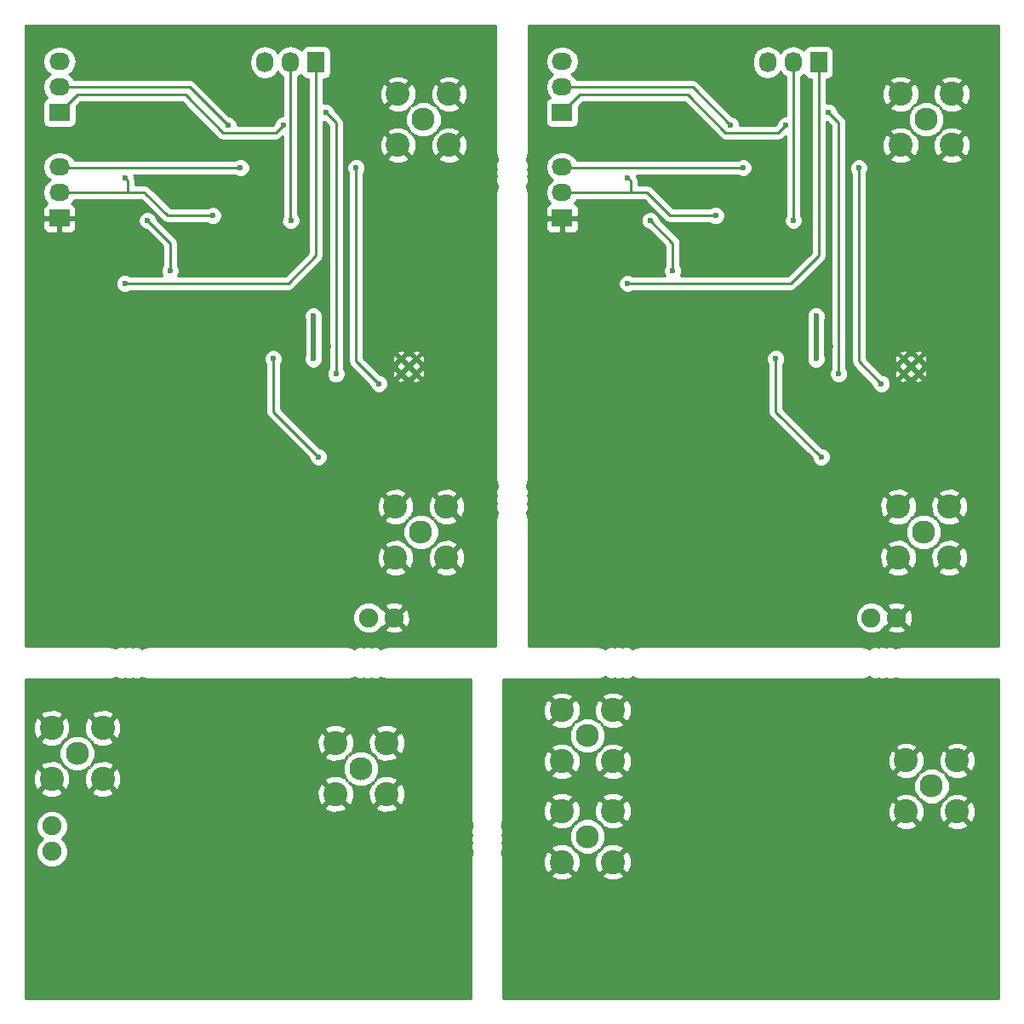
<source format=gbr>
G04 #@! TF.FileFunction,Copper,L2,Bot,Signal*
%FSLAX46Y46*%
G04 Gerber Fmt 4.6, Leading zero omitted, Abs format (unit mm)*
G04 Created by KiCad (PCBNEW 4.0.6-e0-6349~53~ubuntu16.04.1) date Thu Jul 27 23:40:07 2017*
%MOMM*%
%LPD*%
G01*
G04 APERTURE LIST*
%ADD10C,0.100000*%
%ADD11C,0.600000*%
%ADD12C,1.900000*%
%ADD13R,2.032000X1.727200*%
%ADD14O,2.032000X1.727200*%
%ADD15R,1.727200X2.032000*%
%ADD16O,1.727200X2.032000*%
%ADD17C,2.400000*%
%ADD18C,2.300000*%
%ADD19C,0.450000*%
%ADD20C,0.300000*%
%ADD21C,0.250000*%
%ADD22C,0.500000*%
%ADD23C,0.254000*%
G04 APERTURE END LIST*
D10*
D11*
X152250000Y-66250000D03*
X152250000Y-64750000D03*
X152250000Y-63250000D03*
X152250000Y-61750000D03*
X102250000Y-66250000D03*
X102250000Y-64750000D03*
X102250000Y-63250000D03*
X102250000Y-61750000D03*
D12*
X135730000Y-110500000D03*
X138270000Y-110500000D03*
D13*
X105000000Y-70750000D03*
D14*
X105000000Y-68210000D03*
X105000000Y-65670000D03*
D15*
X130500000Y-55250000D03*
D16*
X127960000Y-55250000D03*
X125420000Y-55250000D03*
D17*
X143740000Y-63490000D03*
X143740000Y-58410000D03*
X138660000Y-58410000D03*
D18*
X141200000Y-60950000D03*
D17*
X138660000Y-63490000D03*
X143490000Y-104540000D03*
X143490000Y-99460000D03*
X138410000Y-99460000D03*
D18*
X140950000Y-102000000D03*
D17*
X138410000Y-104540000D03*
D11*
X135250000Y-88500000D03*
X115000000Y-79500000D03*
X102250000Y-112750000D03*
X102250000Y-111250000D03*
X102250000Y-109750000D03*
X102250000Y-108250000D03*
X102250000Y-106750000D03*
X102250000Y-105250000D03*
X102250000Y-103750000D03*
X102250000Y-102250000D03*
X102250000Y-100750000D03*
X102250000Y-99250000D03*
X102250000Y-97750000D03*
X102250000Y-96250000D03*
X102250000Y-94750000D03*
X102250000Y-93250000D03*
X102250000Y-91750000D03*
X102250000Y-90250000D03*
X102250000Y-88750000D03*
X102250000Y-87250000D03*
X102250000Y-85750000D03*
X102250000Y-84250000D03*
X102250000Y-82750000D03*
X102250000Y-81250000D03*
X102250000Y-79750000D03*
X102250000Y-78250000D03*
X102250000Y-76750000D03*
X102250000Y-75250000D03*
X102250000Y-73750000D03*
X102250000Y-72250000D03*
X102250000Y-70750000D03*
X102250000Y-69250000D03*
X102250000Y-67750000D03*
X102250000Y-60250000D03*
X102250000Y-58750000D03*
X102250000Y-57250000D03*
X102250000Y-55750000D03*
X102250000Y-54250000D03*
X102250000Y-52750000D03*
X103750000Y-112750000D03*
X105250000Y-112750000D03*
X106750000Y-112750000D03*
X108250000Y-112750000D03*
X109750000Y-112750000D03*
X111250000Y-112750000D03*
X112750000Y-112750000D03*
X114250000Y-112750000D03*
X115750000Y-112750000D03*
X117250000Y-112750000D03*
X118750000Y-112750000D03*
X120250000Y-112750000D03*
X121750000Y-112750000D03*
X123250000Y-112750000D03*
X124750000Y-112750000D03*
X126250000Y-112750000D03*
X127750000Y-112750000D03*
X129250000Y-112750000D03*
X130750000Y-112750000D03*
X132250000Y-112750000D03*
X133750000Y-112750000D03*
X135250000Y-112750000D03*
X136750000Y-112750000D03*
X138250000Y-112750000D03*
X139750000Y-112750000D03*
X141250000Y-112750000D03*
X142750000Y-112750000D03*
X144250000Y-112750000D03*
X145750000Y-112750000D03*
X147250000Y-112750000D03*
X147750000Y-111250000D03*
X147750000Y-109750000D03*
X147750000Y-108250000D03*
X147750000Y-106750000D03*
X147750000Y-105250000D03*
X147750000Y-103750000D03*
X147750000Y-102250000D03*
X147750000Y-100750000D03*
X147750000Y-99250000D03*
X147750000Y-97750000D03*
X147750000Y-96250000D03*
X147750000Y-94750000D03*
X147750000Y-93250000D03*
X147750000Y-91750000D03*
X147750000Y-90250000D03*
X147750000Y-88750000D03*
X147750000Y-87250000D03*
X147750000Y-85750000D03*
X147750000Y-84250000D03*
X147750000Y-82750000D03*
X147750000Y-81250000D03*
X147750000Y-79750000D03*
X147750000Y-78250000D03*
X147750000Y-76750000D03*
X147750000Y-75250000D03*
X147750000Y-73750000D03*
X147750000Y-72250000D03*
X147750000Y-70750000D03*
X147750000Y-69250000D03*
X147750000Y-67750000D03*
X147750000Y-66250000D03*
X147750000Y-64750000D03*
X147750000Y-63250000D03*
X147750000Y-61750000D03*
X147750000Y-60250000D03*
X147750000Y-58750000D03*
X147750000Y-57250000D03*
X147750000Y-55750000D03*
X147750000Y-54250000D03*
X103750000Y-52250000D03*
X105250000Y-52250000D03*
X106750000Y-52250000D03*
X108250000Y-52250000D03*
X109750000Y-52250000D03*
X114250000Y-52250000D03*
X115750000Y-52250000D03*
X117250000Y-52250000D03*
X118750000Y-52250000D03*
X120250000Y-52250000D03*
X121750000Y-52250000D03*
X123250000Y-52250000D03*
X124750000Y-52250000D03*
X126250000Y-52250000D03*
X127750000Y-52250000D03*
X129250000Y-52250000D03*
X130750000Y-52250000D03*
X132250000Y-52250000D03*
X133750000Y-52250000D03*
X135250000Y-52250000D03*
X136750000Y-52250000D03*
X138250000Y-52250000D03*
X139750000Y-52250000D03*
X141250000Y-52250000D03*
X142750000Y-52250000D03*
X144250000Y-52250000D03*
X145750000Y-52250000D03*
X147250000Y-52250000D03*
X128500000Y-90000000D03*
X128500000Y-88250000D03*
X128500000Y-86500000D03*
X134250000Y-89500000D03*
X128500000Y-83500000D03*
X131750000Y-83500000D03*
X108000000Y-99500000D03*
X111000000Y-99500000D03*
X114000000Y-99500000D03*
X108000000Y-102500000D03*
X111000000Y-102500000D03*
X114000000Y-102500000D03*
X108000000Y-105500000D03*
X111000000Y-105500000D03*
X114000000Y-105500000D03*
X108000000Y-108500000D03*
X111000000Y-108500000D03*
X114000000Y-108500000D03*
X109500000Y-80750000D03*
X118750000Y-79500000D03*
X121750000Y-79500000D03*
X124750000Y-79500000D03*
X118750000Y-85000000D03*
X124750000Y-85000000D03*
X121750000Y-85000000D03*
X118750000Y-88000000D03*
X121750000Y-88000000D03*
X118750000Y-94500000D03*
X121750000Y-91000000D03*
X111000000Y-82250000D03*
X114500000Y-85000000D03*
X114500000Y-88000000D03*
X114500000Y-91000000D03*
X114500000Y-94000000D03*
D13*
X105000000Y-60250000D03*
D14*
X105000000Y-57710000D03*
X105000000Y-55170000D03*
D13*
X155000000Y-60250000D03*
D14*
X155000000Y-57710000D03*
X155000000Y-55170000D03*
D11*
X164500000Y-94000000D03*
X164500000Y-91000000D03*
X164500000Y-88000000D03*
X164500000Y-85000000D03*
X161000000Y-82250000D03*
X171750000Y-91000000D03*
X168750000Y-94500000D03*
X171750000Y-88000000D03*
X168750000Y-88000000D03*
X171750000Y-85000000D03*
X174750000Y-85000000D03*
X168750000Y-85000000D03*
X174750000Y-79500000D03*
X171750000Y-79500000D03*
X168750000Y-79500000D03*
X159500000Y-80750000D03*
X164000000Y-108500000D03*
X161000000Y-108500000D03*
X158000000Y-108500000D03*
X164000000Y-105500000D03*
X161000000Y-105500000D03*
X158000000Y-105500000D03*
X164000000Y-102500000D03*
X161000000Y-102500000D03*
X158000000Y-102500000D03*
X164000000Y-99500000D03*
X161000000Y-99500000D03*
X158000000Y-99500000D03*
X181750000Y-83500000D03*
X178500000Y-83500000D03*
X184250000Y-89500000D03*
X178500000Y-86500000D03*
X178500000Y-88250000D03*
X178500000Y-90000000D03*
X196250000Y-117250000D03*
X194750000Y-117250000D03*
X193250000Y-117250000D03*
X191750000Y-117250000D03*
X190250000Y-117250000D03*
X188750000Y-117250000D03*
X187250000Y-117250000D03*
X185750000Y-117250000D03*
X184250000Y-117250000D03*
X182750000Y-117250000D03*
X181250000Y-117250000D03*
X179750000Y-117250000D03*
X178250000Y-117250000D03*
X176750000Y-117250000D03*
X175250000Y-117250000D03*
X173750000Y-117250000D03*
X172250000Y-117250000D03*
X170750000Y-117250000D03*
X169250000Y-117250000D03*
X167750000Y-117250000D03*
X166250000Y-117250000D03*
X164750000Y-117250000D03*
X163250000Y-117250000D03*
X161750000Y-117250000D03*
X160250000Y-117250000D03*
X158750000Y-117250000D03*
X157250000Y-117250000D03*
X155750000Y-117250000D03*
X154250000Y-117250000D03*
X152750000Y-117250000D03*
X151250000Y-117250000D03*
X197750000Y-117750000D03*
X197750000Y-119250000D03*
X197750000Y-120750000D03*
X197750000Y-122250000D03*
X197750000Y-123750000D03*
X197750000Y-125250000D03*
X197750000Y-126750000D03*
X197750000Y-128250000D03*
X197750000Y-129750000D03*
X197750000Y-131250000D03*
X197750000Y-132750000D03*
X197750000Y-134250000D03*
X197750000Y-135750000D03*
X197750000Y-137250000D03*
X197750000Y-138750000D03*
X197750000Y-140250000D03*
X197750000Y-141750000D03*
X197750000Y-143250000D03*
X197750000Y-144750000D03*
X197750000Y-146250000D03*
X197750000Y-147750000D03*
X196250000Y-147750000D03*
X194750000Y-147750000D03*
X193250000Y-147750000D03*
X191750000Y-147750000D03*
X190250000Y-147750000D03*
X188750000Y-147750000D03*
X187250000Y-147750000D03*
X185750000Y-147750000D03*
X184250000Y-147750000D03*
X182750000Y-147750000D03*
X181250000Y-147750000D03*
X179750000Y-147750000D03*
X178250000Y-147750000D03*
X176750000Y-147750000D03*
X175250000Y-147750000D03*
X173750000Y-147750000D03*
X172250000Y-147750000D03*
X170750000Y-147750000D03*
X169250000Y-147750000D03*
X167750000Y-147750000D03*
X166250000Y-147750000D03*
X164750000Y-147750000D03*
X163250000Y-147750000D03*
X161750000Y-147750000D03*
X160250000Y-147750000D03*
X158750000Y-147750000D03*
X157250000Y-147750000D03*
X155750000Y-147750000D03*
X154250000Y-147750000D03*
X152750000Y-147750000D03*
X151250000Y-147750000D03*
X149750000Y-117750000D03*
X149750000Y-119250000D03*
X149750000Y-120750000D03*
X149750000Y-122250000D03*
X149750000Y-123750000D03*
X149750000Y-125250000D03*
X149750000Y-126750000D03*
X149750000Y-128250000D03*
X149750000Y-129750000D03*
X149750000Y-131250000D03*
X149750000Y-132750000D03*
X149750000Y-134250000D03*
X149750000Y-135750000D03*
X149750000Y-137250000D03*
X149750000Y-138750000D03*
X149750000Y-140250000D03*
X149750000Y-141750000D03*
X149750000Y-143250000D03*
X149750000Y-144750000D03*
X149750000Y-146250000D03*
X149750000Y-147750000D03*
X145250000Y-117750000D03*
X145250000Y-119250000D03*
X145250000Y-120750000D03*
X145250000Y-122250000D03*
X145250000Y-123750000D03*
X145250000Y-125250000D03*
X145250000Y-126750000D03*
X145250000Y-128250000D03*
X145250000Y-129750000D03*
X145250000Y-131250000D03*
X145250000Y-132750000D03*
X145250000Y-134250000D03*
X145250000Y-135750000D03*
X145250000Y-137250000D03*
X145250000Y-138750000D03*
X145250000Y-140250000D03*
X145250000Y-141750000D03*
X145250000Y-143250000D03*
X145250000Y-144750000D03*
X145250000Y-146250000D03*
X144250000Y-117250000D03*
X142750000Y-117250000D03*
X141250000Y-117250000D03*
X139750000Y-117250000D03*
X138250000Y-117250000D03*
X136750000Y-117250000D03*
X135250000Y-117250000D03*
X133750000Y-117250000D03*
X132250000Y-117250000D03*
X130750000Y-117250000D03*
X129250000Y-117250000D03*
X127750000Y-117250000D03*
X126250000Y-117250000D03*
X124750000Y-117250000D03*
X123250000Y-117250000D03*
X121750000Y-117250000D03*
X120250000Y-117250000D03*
X118750000Y-117250000D03*
X117250000Y-117250000D03*
X115750000Y-117250000D03*
X114250000Y-117250000D03*
X112750000Y-117250000D03*
X111250000Y-117250000D03*
X109750000Y-117250000D03*
X108250000Y-117250000D03*
X106750000Y-117250000D03*
X105250000Y-117250000D03*
X103750000Y-117250000D03*
X102250000Y-117750000D03*
X102250000Y-119250000D03*
X102250000Y-120750000D03*
X102250000Y-122250000D03*
X102250000Y-123750000D03*
X102250000Y-125250000D03*
X102250000Y-126750000D03*
X102250000Y-128250000D03*
X102250000Y-129750000D03*
X102250000Y-131250000D03*
X102250000Y-132750000D03*
X102250000Y-134250000D03*
X102250000Y-135750000D03*
X102250000Y-137250000D03*
X102250000Y-138750000D03*
X102250000Y-140250000D03*
X102250000Y-141750000D03*
X102250000Y-143250000D03*
X102250000Y-144750000D03*
X102250000Y-146250000D03*
X144250000Y-147750000D03*
X142750000Y-147750000D03*
X141250000Y-147750000D03*
X139750000Y-147750000D03*
X138250000Y-147750000D03*
X136750000Y-147750000D03*
X135250000Y-147750000D03*
X133750000Y-147750000D03*
X132250000Y-147750000D03*
X130750000Y-147750000D03*
X129250000Y-147750000D03*
X127750000Y-147750000D03*
X126250000Y-147750000D03*
X124750000Y-147750000D03*
X123250000Y-147750000D03*
X121750000Y-147750000D03*
X120250000Y-147750000D03*
X118750000Y-147750000D03*
X117250000Y-147750000D03*
X115750000Y-147750000D03*
X114250000Y-147750000D03*
X112750000Y-147750000D03*
X111250000Y-147750000D03*
X109750000Y-147750000D03*
X108250000Y-147750000D03*
X106750000Y-147750000D03*
X105250000Y-147750000D03*
X103750000Y-147750000D03*
X102250000Y-147750000D03*
X197250000Y-52250000D03*
X195750000Y-52250000D03*
X194250000Y-52250000D03*
X192750000Y-52250000D03*
X191250000Y-52250000D03*
X189750000Y-52250000D03*
X188250000Y-52250000D03*
X186750000Y-52250000D03*
X185250000Y-52250000D03*
X183750000Y-52250000D03*
X182250000Y-52250000D03*
X180750000Y-52250000D03*
X179250000Y-52250000D03*
X177750000Y-52250000D03*
X176250000Y-52250000D03*
X174750000Y-52250000D03*
X173250000Y-52250000D03*
X171750000Y-52250000D03*
X170250000Y-52250000D03*
X168750000Y-52250000D03*
X167250000Y-52250000D03*
X165750000Y-52250000D03*
X164250000Y-52250000D03*
X159750000Y-52250000D03*
X158250000Y-52250000D03*
X156750000Y-52250000D03*
X155250000Y-52250000D03*
X153750000Y-52250000D03*
X197750000Y-54250000D03*
X197750000Y-55750000D03*
X197750000Y-57250000D03*
X197750000Y-58750000D03*
X197750000Y-60250000D03*
X197750000Y-61750000D03*
X197750000Y-63250000D03*
X197750000Y-64750000D03*
X197750000Y-66250000D03*
X197750000Y-67750000D03*
X197750000Y-69250000D03*
X197750000Y-70750000D03*
X197750000Y-72250000D03*
X197750000Y-73750000D03*
X197750000Y-75250000D03*
X197750000Y-76750000D03*
X197750000Y-78250000D03*
X197750000Y-79750000D03*
X197750000Y-81250000D03*
X197750000Y-82750000D03*
X197750000Y-84250000D03*
X197750000Y-85750000D03*
X197750000Y-87250000D03*
X197750000Y-88750000D03*
X197750000Y-90250000D03*
X197750000Y-91750000D03*
X197750000Y-93250000D03*
X197750000Y-94750000D03*
X197750000Y-96250000D03*
X197750000Y-97750000D03*
X197750000Y-99250000D03*
X197750000Y-100750000D03*
X197750000Y-102250000D03*
X197750000Y-103750000D03*
X197750000Y-105250000D03*
X197750000Y-106750000D03*
X197750000Y-108250000D03*
X197750000Y-109750000D03*
X197750000Y-111250000D03*
X197250000Y-112750000D03*
X195750000Y-112750000D03*
X194250000Y-112750000D03*
X192750000Y-112750000D03*
X191250000Y-112750000D03*
X189750000Y-112750000D03*
X188250000Y-112750000D03*
X186750000Y-112750000D03*
X185250000Y-112750000D03*
X183750000Y-112750000D03*
X182250000Y-112750000D03*
X180750000Y-112750000D03*
X179250000Y-112750000D03*
X177750000Y-112750000D03*
X176250000Y-112750000D03*
X174750000Y-112750000D03*
X173250000Y-112750000D03*
X171750000Y-112750000D03*
X170250000Y-112750000D03*
X168750000Y-112750000D03*
X167250000Y-112750000D03*
X165750000Y-112750000D03*
X164250000Y-112750000D03*
X162750000Y-112750000D03*
X161250000Y-112750000D03*
X159750000Y-112750000D03*
X158250000Y-112750000D03*
X156750000Y-112750000D03*
X155250000Y-112750000D03*
X153750000Y-112750000D03*
X152250000Y-52750000D03*
X152250000Y-54250000D03*
X152250000Y-55750000D03*
X152250000Y-57250000D03*
X152250000Y-58750000D03*
X152250000Y-60250000D03*
X152250000Y-67750000D03*
X152250000Y-69250000D03*
X152250000Y-70750000D03*
X152250000Y-72250000D03*
X152250000Y-73750000D03*
X152250000Y-75250000D03*
X152250000Y-76750000D03*
X152250000Y-78250000D03*
X152250000Y-79750000D03*
X152250000Y-81250000D03*
X152250000Y-82750000D03*
X152250000Y-84250000D03*
X152250000Y-85750000D03*
X152250000Y-87250000D03*
X152250000Y-88750000D03*
X152250000Y-90250000D03*
X152250000Y-91750000D03*
X152250000Y-93250000D03*
X152250000Y-94750000D03*
X152250000Y-96250000D03*
X152250000Y-97750000D03*
X152250000Y-99250000D03*
X152250000Y-100750000D03*
X152250000Y-102250000D03*
X152250000Y-103750000D03*
X152250000Y-105250000D03*
X152250000Y-106750000D03*
X152250000Y-108250000D03*
X152250000Y-109750000D03*
X152250000Y-111250000D03*
X152250000Y-112750000D03*
X165000000Y-79500000D03*
X185250000Y-88500000D03*
X122000000Y-132000000D03*
D17*
X104210000Y-126540000D03*
X109290000Y-126540000D03*
X109290000Y-121460000D03*
D18*
X106750000Y-124000000D03*
D17*
X104210000Y-121460000D03*
X132460000Y-128040000D03*
X137540000Y-128040000D03*
X137540000Y-122960000D03*
D18*
X135000000Y-125500000D03*
D17*
X132460000Y-122960000D03*
D12*
X104250000Y-131230000D03*
X104250000Y-133770000D03*
D11*
X124000000Y-132000000D03*
X126000000Y-132000000D03*
X128000000Y-132000000D03*
X115250000Y-127000000D03*
X115250000Y-125250000D03*
X117000000Y-125250000D03*
X106500000Y-132500000D03*
X122000000Y-130000000D03*
X124000000Y-130000000D03*
X126000000Y-130000000D03*
X122000000Y-132000000D03*
X124000000Y-132000000D03*
X126000000Y-132000000D03*
D17*
X193490000Y-104540000D03*
X193490000Y-99460000D03*
X188410000Y-99460000D03*
D18*
X190950000Y-102000000D03*
D17*
X188410000Y-104540000D03*
X193740000Y-63490000D03*
X193740000Y-58410000D03*
X188660000Y-58410000D03*
D18*
X191200000Y-60950000D03*
D17*
X188660000Y-63490000D03*
X154960000Y-124790000D03*
X160040000Y-124790000D03*
X160040000Y-119710000D03*
D18*
X157500000Y-122250000D03*
D17*
X154960000Y-119710000D03*
X154960000Y-134790000D03*
X160040000Y-134790000D03*
X160040000Y-129710000D03*
D18*
X157500000Y-132250000D03*
D17*
X154960000Y-129710000D03*
X189210000Y-129790000D03*
X194290000Y-129790000D03*
X194290000Y-124710000D03*
D18*
X191750000Y-127250000D03*
D17*
X189210000Y-124710000D03*
D15*
X180500000Y-55250000D03*
D16*
X177960000Y-55250000D03*
X175420000Y-55250000D03*
D13*
X155000000Y-70750000D03*
D14*
X155000000Y-68210000D03*
X155000000Y-65670000D03*
D12*
X185730000Y-110500000D03*
X188270000Y-110500000D03*
D19*
X189700000Y-85500000D03*
X188950000Y-86250000D03*
X188950000Y-84750000D03*
X190450000Y-86250000D03*
X190450000Y-84750000D03*
X139700000Y-85500000D03*
X138950000Y-86250000D03*
X138950000Y-84750000D03*
X140450000Y-86250000D03*
X140450000Y-84750000D03*
D20*
X121000000Y-124390000D03*
X121000000Y-125000000D03*
X121000000Y-125580000D03*
D11*
X113750000Y-71000000D03*
X116000000Y-76000000D03*
X166000000Y-76000000D03*
X163750000Y-71000000D03*
X130250000Y-80500000D03*
X130250000Y-84750000D03*
X180250000Y-84750000D03*
X180250000Y-80500000D03*
X111500000Y-77250000D03*
X161500000Y-77250000D03*
X126250000Y-84750000D03*
X130750000Y-94500000D03*
X180750000Y-94500000D03*
X176250000Y-84750000D03*
X120250000Y-70500000D03*
X111500000Y-66750000D03*
X161500000Y-66750000D03*
X170250000Y-70500000D03*
X123000000Y-65750000D03*
X173000000Y-65750000D03*
X131500000Y-60250000D03*
X132500000Y-86250000D03*
X121750000Y-61500000D03*
X171750000Y-61500000D03*
X182500000Y-86250000D03*
X181500000Y-60250000D03*
X134500000Y-65750000D03*
X136750000Y-87225000D03*
X127250000Y-61500000D03*
X177250000Y-61500000D03*
X186750000Y-87225000D03*
X184500000Y-65750000D03*
X128000000Y-71000000D03*
X178000000Y-71000000D03*
D21*
X113750000Y-71000000D02*
X116000000Y-73250000D01*
X116000000Y-73250000D02*
X116000000Y-76000000D01*
X166000000Y-73250000D02*
X166000000Y-76000000D01*
X163750000Y-71000000D02*
X166000000Y-73250000D01*
D22*
X130250000Y-80500000D02*
X130250000Y-84750000D01*
X180250000Y-80500000D02*
X180250000Y-84750000D01*
D21*
X111500000Y-77250000D02*
X127750000Y-77250000D01*
X127750000Y-77250000D02*
X130500000Y-74500000D01*
X130500000Y-74500000D02*
X130500000Y-55250000D01*
X180500000Y-74500000D02*
X180500000Y-55250000D01*
X177750000Y-77250000D02*
X180500000Y-74500000D01*
X161500000Y-77250000D02*
X177750000Y-77250000D01*
X126250000Y-90000000D02*
X126250000Y-84750000D01*
X130750000Y-94500000D02*
X126250000Y-90000000D01*
X180750000Y-94500000D02*
X176250000Y-90000000D01*
X176250000Y-90000000D02*
X176250000Y-84750000D01*
X115750000Y-70500000D02*
X113500000Y-68250000D01*
X116250000Y-70500000D02*
X115750000Y-70500000D01*
X120250000Y-70500000D02*
X116250000Y-70500000D01*
X113500000Y-68250000D02*
X113460000Y-68210000D01*
X111799999Y-68160001D02*
X111750000Y-68210000D01*
X111500000Y-66750000D02*
X111799999Y-67049999D01*
X111750000Y-68210000D02*
X105000000Y-68210000D01*
X111799999Y-67049999D02*
X111799999Y-68160001D01*
X113460000Y-68210000D02*
X111750000Y-68210000D01*
X163460000Y-68210000D02*
X161750000Y-68210000D01*
X161799999Y-67049999D02*
X161799999Y-68160001D01*
X161750000Y-68210000D02*
X155000000Y-68210000D01*
X161500000Y-66750000D02*
X161799999Y-67049999D01*
X161799999Y-68160001D02*
X161750000Y-68210000D01*
X163500000Y-68250000D02*
X163460000Y-68210000D01*
X170250000Y-70500000D02*
X166250000Y-70500000D01*
X166250000Y-70500000D02*
X165750000Y-70500000D01*
X165750000Y-70500000D02*
X163500000Y-68250000D01*
X105080000Y-65750000D02*
X105000000Y-65670000D01*
X123000000Y-65750000D02*
X105080000Y-65750000D01*
X173000000Y-65750000D02*
X155080000Y-65750000D01*
X155080000Y-65750000D02*
X155000000Y-65670000D01*
X132500000Y-61250000D02*
X132500000Y-86250000D01*
X132500000Y-61250000D02*
X131500000Y-60250000D01*
X121750000Y-61500000D02*
X117960000Y-57710000D01*
X117960000Y-57710000D02*
X105000000Y-57710000D01*
X167960000Y-57710000D02*
X155000000Y-57710000D01*
X171750000Y-61500000D02*
X167960000Y-57710000D01*
X182500000Y-61250000D02*
X181500000Y-60250000D01*
X182500000Y-61250000D02*
X182500000Y-86250000D01*
X136750000Y-87250000D02*
X136750000Y-87225000D01*
X136750000Y-87250000D02*
X134500000Y-85000000D01*
X134500000Y-85000000D02*
X134500000Y-65750000D01*
X106750000Y-58500000D02*
X105000000Y-60250000D01*
X121250000Y-62250000D02*
X117500000Y-58500000D01*
X126500000Y-62250000D02*
X121250000Y-62250000D01*
X127250000Y-61500000D02*
X126500000Y-62250000D01*
X117500000Y-58500000D02*
X106750000Y-58500000D01*
X167500000Y-58500000D02*
X156750000Y-58500000D01*
X177250000Y-61500000D02*
X176500000Y-62250000D01*
X176500000Y-62250000D02*
X171250000Y-62250000D01*
X171250000Y-62250000D02*
X167500000Y-58500000D01*
X156750000Y-58500000D02*
X155000000Y-60250000D01*
X184500000Y-85000000D02*
X184500000Y-65750000D01*
X186750000Y-87250000D02*
X184500000Y-85000000D01*
X186750000Y-87250000D02*
X186750000Y-87225000D01*
X128000000Y-71000000D02*
X127960000Y-70960000D01*
X127960000Y-70960000D02*
X127960000Y-55250000D01*
X177960000Y-70960000D02*
X177960000Y-55250000D01*
X178000000Y-71000000D02*
X177960000Y-70960000D01*
D23*
G36*
X137074313Y-116510543D02*
X137700000Y-116635000D01*
X145865000Y-116635000D01*
X145865000Y-130500000D01*
X145989457Y-131125687D01*
X146042783Y-131205495D01*
X146000171Y-131248033D01*
X145865154Y-131573190D01*
X145864847Y-131925265D01*
X145947413Y-132125089D01*
X145865154Y-132323190D01*
X145864847Y-132675265D01*
X145947413Y-132875089D01*
X145865154Y-133073190D01*
X145864847Y-133425265D01*
X145999296Y-133750657D01*
X146042897Y-133794334D01*
X145989457Y-133874313D01*
X145865000Y-134500000D01*
X145865000Y-148365000D01*
X101635000Y-148365000D01*
X101635000Y-131543893D01*
X102664725Y-131543893D01*
X102905519Y-132126657D01*
X103278471Y-132500261D01*
X102907086Y-132870997D01*
X102665276Y-133453341D01*
X102664725Y-134083893D01*
X102905519Y-134666657D01*
X103350997Y-135112914D01*
X103933341Y-135354724D01*
X104563893Y-135355275D01*
X105146657Y-135114481D01*
X105592914Y-134669003D01*
X105834724Y-134086659D01*
X105835275Y-133456107D01*
X105594481Y-132873343D01*
X105221529Y-132499739D01*
X105592914Y-132129003D01*
X105834724Y-131546659D01*
X105835275Y-130916107D01*
X105594481Y-130333343D01*
X105149003Y-129887086D01*
X104566659Y-129645276D01*
X103936107Y-129644725D01*
X103353343Y-129885519D01*
X102907086Y-130330997D01*
X102665276Y-130913341D01*
X102664725Y-131543893D01*
X101635000Y-131543893D01*
X101635000Y-129337175D01*
X131342430Y-129337175D01*
X131465565Y-129624788D01*
X132147734Y-129884707D01*
X132877443Y-129863786D01*
X133454435Y-129624788D01*
X133577570Y-129337175D01*
X136422430Y-129337175D01*
X136545565Y-129624788D01*
X137227734Y-129884707D01*
X137957443Y-129863786D01*
X138534435Y-129624788D01*
X138657570Y-129337175D01*
X137540000Y-128219605D01*
X136422430Y-129337175D01*
X133577570Y-129337175D01*
X132460000Y-128219605D01*
X131342430Y-129337175D01*
X101635000Y-129337175D01*
X101635000Y-127837175D01*
X103092430Y-127837175D01*
X103215565Y-128124788D01*
X103897734Y-128384707D01*
X104627443Y-128363786D01*
X105204435Y-128124788D01*
X105327570Y-127837175D01*
X108172430Y-127837175D01*
X108295565Y-128124788D01*
X108977734Y-128384707D01*
X109707443Y-128363786D01*
X110284435Y-128124788D01*
X110407570Y-127837175D01*
X110298129Y-127727734D01*
X130615293Y-127727734D01*
X130636214Y-128457443D01*
X130875212Y-129034435D01*
X131162825Y-129157570D01*
X132280395Y-128040000D01*
X131162825Y-126922430D01*
X130875212Y-127045565D01*
X130615293Y-127727734D01*
X110298129Y-127727734D01*
X109290000Y-126719605D01*
X108172430Y-127837175D01*
X105327570Y-127837175D01*
X104210000Y-126719605D01*
X103092430Y-127837175D01*
X101635000Y-127837175D01*
X101635000Y-126227734D01*
X102365293Y-126227734D01*
X102386214Y-126957443D01*
X102625212Y-127534435D01*
X102912825Y-127657570D01*
X104030395Y-126540000D01*
X102912825Y-125422430D01*
X102625212Y-125545565D01*
X102365293Y-126227734D01*
X101635000Y-126227734D01*
X101635000Y-122757175D01*
X103092430Y-122757175D01*
X103215565Y-123044788D01*
X103897734Y-123304707D01*
X104627443Y-123283786D01*
X105204435Y-123044788D01*
X105327569Y-122757177D01*
X105397932Y-122827540D01*
X105237633Y-122987559D01*
X104965311Y-123643384D01*
X104964691Y-124353501D01*
X105235868Y-125009800D01*
X105398088Y-125172304D01*
X105327569Y-125242823D01*
X105204435Y-124955212D01*
X104522266Y-124695293D01*
X103792557Y-124716214D01*
X103215565Y-124955212D01*
X103092430Y-125242825D01*
X104210000Y-126360395D01*
X104224143Y-126346253D01*
X104403748Y-126525858D01*
X104389605Y-126540000D01*
X105507175Y-127657570D01*
X105794788Y-127534435D01*
X106054707Y-126852266D01*
X106033786Y-126122557D01*
X105794788Y-125545565D01*
X105507177Y-125422431D01*
X105577540Y-125352068D01*
X105737559Y-125512367D01*
X106393384Y-125784689D01*
X107103501Y-125785309D01*
X107759800Y-125514132D01*
X107922304Y-125351912D01*
X107992823Y-125422431D01*
X107705212Y-125545565D01*
X107445293Y-126227734D01*
X107466214Y-126957443D01*
X107705212Y-127534435D01*
X107992825Y-127657570D01*
X109110395Y-126540000D01*
X109469605Y-126540000D01*
X110587175Y-127657570D01*
X110874788Y-127534435D01*
X111134707Y-126852266D01*
X111113786Y-126122557D01*
X110874788Y-125545565D01*
X110587175Y-125422430D01*
X109469605Y-126540000D01*
X109110395Y-126540000D01*
X109096253Y-126525858D01*
X109275858Y-126346253D01*
X109290000Y-126360395D01*
X110407570Y-125242825D01*
X110284435Y-124955212D01*
X109602266Y-124695293D01*
X108872557Y-124716214D01*
X108295565Y-124955212D01*
X108172431Y-125242823D01*
X108102068Y-125172460D01*
X108262367Y-125012441D01*
X108534689Y-124356616D01*
X108534775Y-124257175D01*
X131342430Y-124257175D01*
X131465565Y-124544788D01*
X132147734Y-124804707D01*
X132877443Y-124783786D01*
X133454435Y-124544788D01*
X133577569Y-124257177D01*
X133647932Y-124327540D01*
X133487633Y-124487559D01*
X133215311Y-125143384D01*
X133214691Y-125853501D01*
X133485868Y-126509800D01*
X133648088Y-126672304D01*
X133577569Y-126742823D01*
X133454435Y-126455212D01*
X132772266Y-126195293D01*
X132042557Y-126216214D01*
X131465565Y-126455212D01*
X131342430Y-126742825D01*
X132460000Y-127860395D01*
X132474143Y-127846253D01*
X132653748Y-128025858D01*
X132639605Y-128040000D01*
X133757175Y-129157570D01*
X134044788Y-129034435D01*
X134304707Y-128352266D01*
X134283786Y-127622557D01*
X134044788Y-127045565D01*
X133757177Y-126922431D01*
X133827540Y-126852068D01*
X133987559Y-127012367D01*
X134643384Y-127284689D01*
X135353501Y-127285309D01*
X136009800Y-127014132D01*
X136172304Y-126851912D01*
X136242823Y-126922431D01*
X135955212Y-127045565D01*
X135695293Y-127727734D01*
X135716214Y-128457443D01*
X135955212Y-129034435D01*
X136242825Y-129157570D01*
X137360395Y-128040000D01*
X137719605Y-128040000D01*
X138837175Y-129157570D01*
X139124788Y-129034435D01*
X139384707Y-128352266D01*
X139363786Y-127622557D01*
X139124788Y-127045565D01*
X138837175Y-126922430D01*
X137719605Y-128040000D01*
X137360395Y-128040000D01*
X137346253Y-128025858D01*
X137525858Y-127846253D01*
X137540000Y-127860395D01*
X138657570Y-126742825D01*
X138534435Y-126455212D01*
X137852266Y-126195293D01*
X137122557Y-126216214D01*
X136545565Y-126455212D01*
X136422431Y-126742823D01*
X136352068Y-126672460D01*
X136512367Y-126512441D01*
X136784689Y-125856616D01*
X136785309Y-125146499D01*
X136514132Y-124490200D01*
X136351912Y-124327696D01*
X136422431Y-124257177D01*
X136545565Y-124544788D01*
X137227734Y-124804707D01*
X137957443Y-124783786D01*
X138534435Y-124544788D01*
X138657570Y-124257175D01*
X137540000Y-123139605D01*
X137525858Y-123153748D01*
X137346253Y-122974143D01*
X137360395Y-122960000D01*
X137719605Y-122960000D01*
X138837175Y-124077570D01*
X139124788Y-123954435D01*
X139384707Y-123272266D01*
X139363786Y-122542557D01*
X139124788Y-121965565D01*
X138837175Y-121842430D01*
X137719605Y-122960000D01*
X137360395Y-122960000D01*
X136242825Y-121842430D01*
X135955212Y-121965565D01*
X135695293Y-122647734D01*
X135716214Y-123377443D01*
X135955212Y-123954435D01*
X136242823Y-124077569D01*
X136172460Y-124147932D01*
X136012441Y-123987633D01*
X135356616Y-123715311D01*
X134646499Y-123714691D01*
X133990200Y-123985868D01*
X133827696Y-124148088D01*
X133757177Y-124077569D01*
X134044788Y-123954435D01*
X134304707Y-123272266D01*
X134283786Y-122542557D01*
X134044788Y-121965565D01*
X133757175Y-121842430D01*
X132639605Y-122960000D01*
X132653748Y-122974143D01*
X132474143Y-123153748D01*
X132460000Y-123139605D01*
X131342430Y-124257175D01*
X108534775Y-124257175D01*
X108535309Y-123646499D01*
X108264132Y-122990200D01*
X108101912Y-122827696D01*
X108172431Y-122757177D01*
X108295565Y-123044788D01*
X108977734Y-123304707D01*
X109707443Y-123283786D01*
X110284435Y-123044788D01*
X110407570Y-122757175D01*
X110298129Y-122647734D01*
X130615293Y-122647734D01*
X130636214Y-123377443D01*
X130875212Y-123954435D01*
X131162825Y-124077570D01*
X132280395Y-122960000D01*
X131162825Y-121842430D01*
X130875212Y-121965565D01*
X130615293Y-122647734D01*
X110298129Y-122647734D01*
X109290000Y-121639605D01*
X109275858Y-121653748D01*
X109096253Y-121474143D01*
X109110395Y-121460000D01*
X109469605Y-121460000D01*
X110587175Y-122577570D01*
X110874788Y-122454435D01*
X111134707Y-121772266D01*
X111131570Y-121662825D01*
X131342430Y-121662825D01*
X132460000Y-122780395D01*
X133577570Y-121662825D01*
X136422430Y-121662825D01*
X137540000Y-122780395D01*
X138657570Y-121662825D01*
X138534435Y-121375212D01*
X137852266Y-121115293D01*
X137122557Y-121136214D01*
X136545565Y-121375212D01*
X136422430Y-121662825D01*
X133577570Y-121662825D01*
X133454435Y-121375212D01*
X132772266Y-121115293D01*
X132042557Y-121136214D01*
X131465565Y-121375212D01*
X131342430Y-121662825D01*
X111131570Y-121662825D01*
X111113786Y-121042557D01*
X110874788Y-120465565D01*
X110587175Y-120342430D01*
X109469605Y-121460000D01*
X109110395Y-121460000D01*
X107992825Y-120342430D01*
X107705212Y-120465565D01*
X107445293Y-121147734D01*
X107466214Y-121877443D01*
X107705212Y-122454435D01*
X107992823Y-122577569D01*
X107922460Y-122647932D01*
X107762441Y-122487633D01*
X107106616Y-122215311D01*
X106396499Y-122214691D01*
X105740200Y-122485868D01*
X105577696Y-122648088D01*
X105507177Y-122577569D01*
X105794788Y-122454435D01*
X106054707Y-121772266D01*
X106033786Y-121042557D01*
X105794788Y-120465565D01*
X105507175Y-120342430D01*
X104389605Y-121460000D01*
X104403748Y-121474143D01*
X104224143Y-121653748D01*
X104210000Y-121639605D01*
X103092430Y-122757175D01*
X101635000Y-122757175D01*
X101635000Y-121147734D01*
X102365293Y-121147734D01*
X102386214Y-121877443D01*
X102625212Y-122454435D01*
X102912825Y-122577570D01*
X104030395Y-121460000D01*
X102912825Y-120342430D01*
X102625212Y-120465565D01*
X102365293Y-121147734D01*
X101635000Y-121147734D01*
X101635000Y-120162825D01*
X103092430Y-120162825D01*
X104210000Y-121280395D01*
X105327570Y-120162825D01*
X108172430Y-120162825D01*
X109290000Y-121280395D01*
X110407570Y-120162825D01*
X110284435Y-119875212D01*
X109602266Y-119615293D01*
X108872557Y-119636214D01*
X108295565Y-119875212D01*
X108172430Y-120162825D01*
X105327570Y-120162825D01*
X105204435Y-119875212D01*
X104522266Y-119615293D01*
X103792557Y-119636214D01*
X103215565Y-119875212D01*
X103092430Y-120162825D01*
X101635000Y-120162825D01*
X101635000Y-116635000D01*
X109900000Y-116635000D01*
X110525687Y-116510543D01*
X110590498Y-116467238D01*
X110623033Y-116499829D01*
X110948190Y-116634846D01*
X111300265Y-116635153D01*
X111500089Y-116552587D01*
X111698190Y-116634846D01*
X112050265Y-116635153D01*
X112250089Y-116552587D01*
X112448190Y-116634846D01*
X112800265Y-116635153D01*
X113125657Y-116500704D01*
X113179358Y-116447096D01*
X113274313Y-116510543D01*
X113900000Y-116635000D01*
X133600000Y-116635000D01*
X134225687Y-116510543D01*
X134320492Y-116447196D01*
X134373033Y-116499829D01*
X134698190Y-116634846D01*
X135050265Y-116635153D01*
X135250089Y-116552587D01*
X135448190Y-116634846D01*
X135800265Y-116635153D01*
X136000089Y-116552587D01*
X136198190Y-116634846D01*
X136550265Y-116635153D01*
X136875657Y-116500704D01*
X136949406Y-116427083D01*
X137074313Y-116510543D01*
X137074313Y-116510543D01*
G37*
X137074313Y-116510543D02*
X137700000Y-116635000D01*
X145865000Y-116635000D01*
X145865000Y-130500000D01*
X145989457Y-131125687D01*
X146042783Y-131205495D01*
X146000171Y-131248033D01*
X145865154Y-131573190D01*
X145864847Y-131925265D01*
X145947413Y-132125089D01*
X145865154Y-132323190D01*
X145864847Y-132675265D01*
X145947413Y-132875089D01*
X145865154Y-133073190D01*
X145864847Y-133425265D01*
X145999296Y-133750657D01*
X146042897Y-133794334D01*
X145989457Y-133874313D01*
X145865000Y-134500000D01*
X145865000Y-148365000D01*
X101635000Y-148365000D01*
X101635000Y-131543893D01*
X102664725Y-131543893D01*
X102905519Y-132126657D01*
X103278471Y-132500261D01*
X102907086Y-132870997D01*
X102665276Y-133453341D01*
X102664725Y-134083893D01*
X102905519Y-134666657D01*
X103350997Y-135112914D01*
X103933341Y-135354724D01*
X104563893Y-135355275D01*
X105146657Y-135114481D01*
X105592914Y-134669003D01*
X105834724Y-134086659D01*
X105835275Y-133456107D01*
X105594481Y-132873343D01*
X105221529Y-132499739D01*
X105592914Y-132129003D01*
X105834724Y-131546659D01*
X105835275Y-130916107D01*
X105594481Y-130333343D01*
X105149003Y-129887086D01*
X104566659Y-129645276D01*
X103936107Y-129644725D01*
X103353343Y-129885519D01*
X102907086Y-130330997D01*
X102665276Y-130913341D01*
X102664725Y-131543893D01*
X101635000Y-131543893D01*
X101635000Y-129337175D01*
X131342430Y-129337175D01*
X131465565Y-129624788D01*
X132147734Y-129884707D01*
X132877443Y-129863786D01*
X133454435Y-129624788D01*
X133577570Y-129337175D01*
X136422430Y-129337175D01*
X136545565Y-129624788D01*
X137227734Y-129884707D01*
X137957443Y-129863786D01*
X138534435Y-129624788D01*
X138657570Y-129337175D01*
X137540000Y-128219605D01*
X136422430Y-129337175D01*
X133577570Y-129337175D01*
X132460000Y-128219605D01*
X131342430Y-129337175D01*
X101635000Y-129337175D01*
X101635000Y-127837175D01*
X103092430Y-127837175D01*
X103215565Y-128124788D01*
X103897734Y-128384707D01*
X104627443Y-128363786D01*
X105204435Y-128124788D01*
X105327570Y-127837175D01*
X108172430Y-127837175D01*
X108295565Y-128124788D01*
X108977734Y-128384707D01*
X109707443Y-128363786D01*
X110284435Y-128124788D01*
X110407570Y-127837175D01*
X110298129Y-127727734D01*
X130615293Y-127727734D01*
X130636214Y-128457443D01*
X130875212Y-129034435D01*
X131162825Y-129157570D01*
X132280395Y-128040000D01*
X131162825Y-126922430D01*
X130875212Y-127045565D01*
X130615293Y-127727734D01*
X110298129Y-127727734D01*
X109290000Y-126719605D01*
X108172430Y-127837175D01*
X105327570Y-127837175D01*
X104210000Y-126719605D01*
X103092430Y-127837175D01*
X101635000Y-127837175D01*
X101635000Y-126227734D01*
X102365293Y-126227734D01*
X102386214Y-126957443D01*
X102625212Y-127534435D01*
X102912825Y-127657570D01*
X104030395Y-126540000D01*
X102912825Y-125422430D01*
X102625212Y-125545565D01*
X102365293Y-126227734D01*
X101635000Y-126227734D01*
X101635000Y-122757175D01*
X103092430Y-122757175D01*
X103215565Y-123044788D01*
X103897734Y-123304707D01*
X104627443Y-123283786D01*
X105204435Y-123044788D01*
X105327569Y-122757177D01*
X105397932Y-122827540D01*
X105237633Y-122987559D01*
X104965311Y-123643384D01*
X104964691Y-124353501D01*
X105235868Y-125009800D01*
X105398088Y-125172304D01*
X105327569Y-125242823D01*
X105204435Y-124955212D01*
X104522266Y-124695293D01*
X103792557Y-124716214D01*
X103215565Y-124955212D01*
X103092430Y-125242825D01*
X104210000Y-126360395D01*
X104224143Y-126346253D01*
X104403748Y-126525858D01*
X104389605Y-126540000D01*
X105507175Y-127657570D01*
X105794788Y-127534435D01*
X106054707Y-126852266D01*
X106033786Y-126122557D01*
X105794788Y-125545565D01*
X105507177Y-125422431D01*
X105577540Y-125352068D01*
X105737559Y-125512367D01*
X106393384Y-125784689D01*
X107103501Y-125785309D01*
X107759800Y-125514132D01*
X107922304Y-125351912D01*
X107992823Y-125422431D01*
X107705212Y-125545565D01*
X107445293Y-126227734D01*
X107466214Y-126957443D01*
X107705212Y-127534435D01*
X107992825Y-127657570D01*
X109110395Y-126540000D01*
X109469605Y-126540000D01*
X110587175Y-127657570D01*
X110874788Y-127534435D01*
X111134707Y-126852266D01*
X111113786Y-126122557D01*
X110874788Y-125545565D01*
X110587175Y-125422430D01*
X109469605Y-126540000D01*
X109110395Y-126540000D01*
X109096253Y-126525858D01*
X109275858Y-126346253D01*
X109290000Y-126360395D01*
X110407570Y-125242825D01*
X110284435Y-124955212D01*
X109602266Y-124695293D01*
X108872557Y-124716214D01*
X108295565Y-124955212D01*
X108172431Y-125242823D01*
X108102068Y-125172460D01*
X108262367Y-125012441D01*
X108534689Y-124356616D01*
X108534775Y-124257175D01*
X131342430Y-124257175D01*
X131465565Y-124544788D01*
X132147734Y-124804707D01*
X132877443Y-124783786D01*
X133454435Y-124544788D01*
X133577569Y-124257177D01*
X133647932Y-124327540D01*
X133487633Y-124487559D01*
X133215311Y-125143384D01*
X133214691Y-125853501D01*
X133485868Y-126509800D01*
X133648088Y-126672304D01*
X133577569Y-126742823D01*
X133454435Y-126455212D01*
X132772266Y-126195293D01*
X132042557Y-126216214D01*
X131465565Y-126455212D01*
X131342430Y-126742825D01*
X132460000Y-127860395D01*
X132474143Y-127846253D01*
X132653748Y-128025858D01*
X132639605Y-128040000D01*
X133757175Y-129157570D01*
X134044788Y-129034435D01*
X134304707Y-128352266D01*
X134283786Y-127622557D01*
X134044788Y-127045565D01*
X133757177Y-126922431D01*
X133827540Y-126852068D01*
X133987559Y-127012367D01*
X134643384Y-127284689D01*
X135353501Y-127285309D01*
X136009800Y-127014132D01*
X136172304Y-126851912D01*
X136242823Y-126922431D01*
X135955212Y-127045565D01*
X135695293Y-127727734D01*
X135716214Y-128457443D01*
X135955212Y-129034435D01*
X136242825Y-129157570D01*
X137360395Y-128040000D01*
X137719605Y-128040000D01*
X138837175Y-129157570D01*
X139124788Y-129034435D01*
X139384707Y-128352266D01*
X139363786Y-127622557D01*
X139124788Y-127045565D01*
X138837175Y-126922430D01*
X137719605Y-128040000D01*
X137360395Y-128040000D01*
X137346253Y-128025858D01*
X137525858Y-127846253D01*
X137540000Y-127860395D01*
X138657570Y-126742825D01*
X138534435Y-126455212D01*
X137852266Y-126195293D01*
X137122557Y-126216214D01*
X136545565Y-126455212D01*
X136422431Y-126742823D01*
X136352068Y-126672460D01*
X136512367Y-126512441D01*
X136784689Y-125856616D01*
X136785309Y-125146499D01*
X136514132Y-124490200D01*
X136351912Y-124327696D01*
X136422431Y-124257177D01*
X136545565Y-124544788D01*
X137227734Y-124804707D01*
X137957443Y-124783786D01*
X138534435Y-124544788D01*
X138657570Y-124257175D01*
X137540000Y-123139605D01*
X137525858Y-123153748D01*
X137346253Y-122974143D01*
X137360395Y-122960000D01*
X137719605Y-122960000D01*
X138837175Y-124077570D01*
X139124788Y-123954435D01*
X139384707Y-123272266D01*
X139363786Y-122542557D01*
X139124788Y-121965565D01*
X138837175Y-121842430D01*
X137719605Y-122960000D01*
X137360395Y-122960000D01*
X136242825Y-121842430D01*
X135955212Y-121965565D01*
X135695293Y-122647734D01*
X135716214Y-123377443D01*
X135955212Y-123954435D01*
X136242823Y-124077569D01*
X136172460Y-124147932D01*
X136012441Y-123987633D01*
X135356616Y-123715311D01*
X134646499Y-123714691D01*
X133990200Y-123985868D01*
X133827696Y-124148088D01*
X133757177Y-124077569D01*
X134044788Y-123954435D01*
X134304707Y-123272266D01*
X134283786Y-122542557D01*
X134044788Y-121965565D01*
X133757175Y-121842430D01*
X132639605Y-122960000D01*
X132653748Y-122974143D01*
X132474143Y-123153748D01*
X132460000Y-123139605D01*
X131342430Y-124257175D01*
X108534775Y-124257175D01*
X108535309Y-123646499D01*
X108264132Y-122990200D01*
X108101912Y-122827696D01*
X108172431Y-122757177D01*
X108295565Y-123044788D01*
X108977734Y-123304707D01*
X109707443Y-123283786D01*
X110284435Y-123044788D01*
X110407570Y-122757175D01*
X110298129Y-122647734D01*
X130615293Y-122647734D01*
X130636214Y-123377443D01*
X130875212Y-123954435D01*
X131162825Y-124077570D01*
X132280395Y-122960000D01*
X131162825Y-121842430D01*
X130875212Y-121965565D01*
X130615293Y-122647734D01*
X110298129Y-122647734D01*
X109290000Y-121639605D01*
X109275858Y-121653748D01*
X109096253Y-121474143D01*
X109110395Y-121460000D01*
X109469605Y-121460000D01*
X110587175Y-122577570D01*
X110874788Y-122454435D01*
X111134707Y-121772266D01*
X111131570Y-121662825D01*
X131342430Y-121662825D01*
X132460000Y-122780395D01*
X133577570Y-121662825D01*
X136422430Y-121662825D01*
X137540000Y-122780395D01*
X138657570Y-121662825D01*
X138534435Y-121375212D01*
X137852266Y-121115293D01*
X137122557Y-121136214D01*
X136545565Y-121375212D01*
X136422430Y-121662825D01*
X133577570Y-121662825D01*
X133454435Y-121375212D01*
X132772266Y-121115293D01*
X132042557Y-121136214D01*
X131465565Y-121375212D01*
X131342430Y-121662825D01*
X111131570Y-121662825D01*
X111113786Y-121042557D01*
X110874788Y-120465565D01*
X110587175Y-120342430D01*
X109469605Y-121460000D01*
X109110395Y-121460000D01*
X107992825Y-120342430D01*
X107705212Y-120465565D01*
X107445293Y-121147734D01*
X107466214Y-121877443D01*
X107705212Y-122454435D01*
X107992823Y-122577569D01*
X107922460Y-122647932D01*
X107762441Y-122487633D01*
X107106616Y-122215311D01*
X106396499Y-122214691D01*
X105740200Y-122485868D01*
X105577696Y-122648088D01*
X105507177Y-122577569D01*
X105794788Y-122454435D01*
X106054707Y-121772266D01*
X106033786Y-121042557D01*
X105794788Y-120465565D01*
X105507175Y-120342430D01*
X104389605Y-121460000D01*
X104403748Y-121474143D01*
X104224143Y-121653748D01*
X104210000Y-121639605D01*
X103092430Y-122757175D01*
X101635000Y-122757175D01*
X101635000Y-121147734D01*
X102365293Y-121147734D01*
X102386214Y-121877443D01*
X102625212Y-122454435D01*
X102912825Y-122577570D01*
X104030395Y-121460000D01*
X102912825Y-120342430D01*
X102625212Y-120465565D01*
X102365293Y-121147734D01*
X101635000Y-121147734D01*
X101635000Y-120162825D01*
X103092430Y-120162825D01*
X104210000Y-121280395D01*
X105327570Y-120162825D01*
X108172430Y-120162825D01*
X109290000Y-121280395D01*
X110407570Y-120162825D01*
X110284435Y-119875212D01*
X109602266Y-119615293D01*
X108872557Y-119636214D01*
X108295565Y-119875212D01*
X108172430Y-120162825D01*
X105327570Y-120162825D01*
X105204435Y-119875212D01*
X104522266Y-119615293D01*
X103792557Y-119636214D01*
X103215565Y-119875212D01*
X103092430Y-120162825D01*
X101635000Y-120162825D01*
X101635000Y-116635000D01*
X109900000Y-116635000D01*
X110525687Y-116510543D01*
X110590498Y-116467238D01*
X110623033Y-116499829D01*
X110948190Y-116634846D01*
X111300265Y-116635153D01*
X111500089Y-116552587D01*
X111698190Y-116634846D01*
X112050265Y-116635153D01*
X112250089Y-116552587D01*
X112448190Y-116634846D01*
X112800265Y-116635153D01*
X113125657Y-116500704D01*
X113179358Y-116447096D01*
X113274313Y-116510543D01*
X113900000Y-116635000D01*
X133600000Y-116635000D01*
X134225687Y-116510543D01*
X134320492Y-116447196D01*
X134373033Y-116499829D01*
X134698190Y-116634846D01*
X135050265Y-116635153D01*
X135250089Y-116552587D01*
X135448190Y-116634846D01*
X135800265Y-116635153D01*
X136000089Y-116552587D01*
X136198190Y-116634846D01*
X136550265Y-116635153D01*
X136875657Y-116500704D01*
X136949406Y-116427083D01*
X137074313Y-116510543D01*
G36*
X162124313Y-116510543D02*
X162750000Y-116635000D01*
X184750000Y-116635000D01*
X185375687Y-116510543D01*
X185530480Y-116407114D01*
X185623033Y-116499829D01*
X185948190Y-116634846D01*
X186300265Y-116635153D01*
X186500089Y-116552587D01*
X186698190Y-116634846D01*
X187050265Y-116635153D01*
X187250089Y-116552587D01*
X187448190Y-116634846D01*
X187800265Y-116635153D01*
X188115728Y-116504807D01*
X188124313Y-116510543D01*
X188750000Y-116635000D01*
X198365000Y-116635000D01*
X198365000Y-148365000D01*
X149135000Y-148365000D01*
X149135000Y-136087175D01*
X153842430Y-136087175D01*
X153965565Y-136374788D01*
X154647734Y-136634707D01*
X155377443Y-136613786D01*
X155954435Y-136374788D01*
X156077570Y-136087175D01*
X158922430Y-136087175D01*
X159045565Y-136374788D01*
X159727734Y-136634707D01*
X160457443Y-136613786D01*
X161034435Y-136374788D01*
X161157570Y-136087175D01*
X160040000Y-134969605D01*
X158922430Y-136087175D01*
X156077570Y-136087175D01*
X154960000Y-134969605D01*
X153842430Y-136087175D01*
X149135000Y-136087175D01*
X149135000Y-134500000D01*
X149130572Y-134477734D01*
X153115293Y-134477734D01*
X153136214Y-135207443D01*
X153375212Y-135784435D01*
X153662825Y-135907570D01*
X154780395Y-134790000D01*
X153662825Y-133672430D01*
X153375212Y-133795565D01*
X153115293Y-134477734D01*
X149130572Y-134477734D01*
X149010543Y-133874313D01*
X148957217Y-133794505D01*
X148999829Y-133751967D01*
X149134846Y-133426810D01*
X149135153Y-133074735D01*
X149052587Y-132874911D01*
X149134846Y-132676810D01*
X149135153Y-132324735D01*
X149052587Y-132124911D01*
X149134846Y-131926810D01*
X149135153Y-131574735D01*
X149000704Y-131249343D01*
X148957103Y-131205666D01*
X149010543Y-131125687D01*
X149034116Y-131007175D01*
X153842430Y-131007175D01*
X153965565Y-131294788D01*
X154647734Y-131554707D01*
X155377443Y-131533786D01*
X155954435Y-131294788D01*
X156077569Y-131007177D01*
X156147932Y-131077540D01*
X155987633Y-131237559D01*
X155715311Y-131893384D01*
X155714691Y-132603501D01*
X155985868Y-133259800D01*
X156148088Y-133422304D01*
X156077569Y-133492823D01*
X155954435Y-133205212D01*
X155272266Y-132945293D01*
X154542557Y-132966214D01*
X153965565Y-133205212D01*
X153842430Y-133492825D01*
X154960000Y-134610395D01*
X154974143Y-134596253D01*
X155153748Y-134775858D01*
X155139605Y-134790000D01*
X156257175Y-135907570D01*
X156544788Y-135784435D01*
X156804707Y-135102266D01*
X156783786Y-134372557D01*
X156544788Y-133795565D01*
X156257177Y-133672431D01*
X156327540Y-133602068D01*
X156487559Y-133762367D01*
X157143384Y-134034689D01*
X157853501Y-134035309D01*
X158509800Y-133764132D01*
X158672304Y-133601912D01*
X158742823Y-133672431D01*
X158455212Y-133795565D01*
X158195293Y-134477734D01*
X158216214Y-135207443D01*
X158455212Y-135784435D01*
X158742825Y-135907570D01*
X159860395Y-134790000D01*
X160219605Y-134790000D01*
X161337175Y-135907570D01*
X161624788Y-135784435D01*
X161884707Y-135102266D01*
X161863786Y-134372557D01*
X161624788Y-133795565D01*
X161337175Y-133672430D01*
X160219605Y-134790000D01*
X159860395Y-134790000D01*
X159846253Y-134775858D01*
X160025858Y-134596253D01*
X160040000Y-134610395D01*
X161157570Y-133492825D01*
X161034435Y-133205212D01*
X160352266Y-132945293D01*
X159622557Y-132966214D01*
X159045565Y-133205212D01*
X158922431Y-133492823D01*
X158852068Y-133422460D01*
X159012367Y-133262441D01*
X159284689Y-132606616D01*
X159285309Y-131896499D01*
X159014132Y-131240200D01*
X158851912Y-131077696D01*
X158922431Y-131007177D01*
X159045565Y-131294788D01*
X159727734Y-131554707D01*
X160457443Y-131533786D01*
X161034435Y-131294788D01*
X161123319Y-131087175D01*
X188092430Y-131087175D01*
X188215565Y-131374788D01*
X188897734Y-131634707D01*
X189627443Y-131613786D01*
X190204435Y-131374788D01*
X190327570Y-131087175D01*
X193172430Y-131087175D01*
X193295565Y-131374788D01*
X193977734Y-131634707D01*
X194707443Y-131613786D01*
X195284435Y-131374788D01*
X195407570Y-131087175D01*
X194290000Y-129969605D01*
X193172430Y-131087175D01*
X190327570Y-131087175D01*
X189210000Y-129969605D01*
X188092430Y-131087175D01*
X161123319Y-131087175D01*
X161157570Y-131007175D01*
X160040000Y-129889605D01*
X160025858Y-129903748D01*
X159846253Y-129724143D01*
X159860395Y-129710000D01*
X160219605Y-129710000D01*
X161337175Y-130827570D01*
X161624788Y-130704435D01*
X161884707Y-130022266D01*
X161869096Y-129477734D01*
X187365293Y-129477734D01*
X187386214Y-130207443D01*
X187625212Y-130784435D01*
X187912825Y-130907570D01*
X189030395Y-129790000D01*
X187912825Y-128672430D01*
X187625212Y-128795565D01*
X187365293Y-129477734D01*
X161869096Y-129477734D01*
X161863786Y-129292557D01*
X161624788Y-128715565D01*
X161337175Y-128592430D01*
X160219605Y-129710000D01*
X159860395Y-129710000D01*
X158742825Y-128592430D01*
X158455212Y-128715565D01*
X158195293Y-129397734D01*
X158216214Y-130127443D01*
X158455212Y-130704435D01*
X158742823Y-130827569D01*
X158672460Y-130897932D01*
X158512441Y-130737633D01*
X157856616Y-130465311D01*
X157146499Y-130464691D01*
X156490200Y-130735868D01*
X156327696Y-130898088D01*
X156257177Y-130827569D01*
X156544788Y-130704435D01*
X156804707Y-130022266D01*
X156783786Y-129292557D01*
X156544788Y-128715565D01*
X156257175Y-128592430D01*
X155139605Y-129710000D01*
X155153748Y-129724143D01*
X154974143Y-129903748D01*
X154960000Y-129889605D01*
X153842430Y-131007175D01*
X149034116Y-131007175D01*
X149135000Y-130500000D01*
X149135000Y-129397734D01*
X153115293Y-129397734D01*
X153136214Y-130127443D01*
X153375212Y-130704435D01*
X153662825Y-130827570D01*
X154780395Y-129710000D01*
X153662825Y-128592430D01*
X153375212Y-128715565D01*
X153115293Y-129397734D01*
X149135000Y-129397734D01*
X149135000Y-128412825D01*
X153842430Y-128412825D01*
X154960000Y-129530395D01*
X156077570Y-128412825D01*
X158922430Y-128412825D01*
X160040000Y-129530395D01*
X161157570Y-128412825D01*
X161034435Y-128125212D01*
X160352266Y-127865293D01*
X159622557Y-127886214D01*
X159045565Y-128125212D01*
X158922430Y-128412825D01*
X156077570Y-128412825D01*
X155954435Y-128125212D01*
X155272266Y-127865293D01*
X154542557Y-127886214D01*
X153965565Y-128125212D01*
X153842430Y-128412825D01*
X149135000Y-128412825D01*
X149135000Y-126087175D01*
X153842430Y-126087175D01*
X153965565Y-126374788D01*
X154647734Y-126634707D01*
X155377443Y-126613786D01*
X155954435Y-126374788D01*
X156077570Y-126087175D01*
X158922430Y-126087175D01*
X159045565Y-126374788D01*
X159727734Y-126634707D01*
X160457443Y-126613786D01*
X161034435Y-126374788D01*
X161157570Y-126087175D01*
X161077570Y-126007175D01*
X188092430Y-126007175D01*
X188215565Y-126294788D01*
X188897734Y-126554707D01*
X189627443Y-126533786D01*
X190204435Y-126294788D01*
X190327569Y-126007177D01*
X190397932Y-126077540D01*
X190237633Y-126237559D01*
X189965311Y-126893384D01*
X189964691Y-127603501D01*
X190235868Y-128259800D01*
X190398088Y-128422304D01*
X190327569Y-128492823D01*
X190204435Y-128205212D01*
X189522266Y-127945293D01*
X188792557Y-127966214D01*
X188215565Y-128205212D01*
X188092430Y-128492825D01*
X189210000Y-129610395D01*
X189224143Y-129596253D01*
X189403748Y-129775858D01*
X189389605Y-129790000D01*
X190507175Y-130907570D01*
X190794788Y-130784435D01*
X191054707Y-130102266D01*
X191033786Y-129372557D01*
X190794788Y-128795565D01*
X190507177Y-128672431D01*
X190577540Y-128602068D01*
X190737559Y-128762367D01*
X191393384Y-129034689D01*
X192103501Y-129035309D01*
X192759800Y-128764132D01*
X192922304Y-128601912D01*
X192992823Y-128672431D01*
X192705212Y-128795565D01*
X192445293Y-129477734D01*
X192466214Y-130207443D01*
X192705212Y-130784435D01*
X192992825Y-130907570D01*
X194110395Y-129790000D01*
X194469605Y-129790000D01*
X195587175Y-130907570D01*
X195874788Y-130784435D01*
X196134707Y-130102266D01*
X196113786Y-129372557D01*
X195874788Y-128795565D01*
X195587175Y-128672430D01*
X194469605Y-129790000D01*
X194110395Y-129790000D01*
X194096253Y-129775858D01*
X194275858Y-129596253D01*
X194290000Y-129610395D01*
X195407570Y-128492825D01*
X195284435Y-128205212D01*
X194602266Y-127945293D01*
X193872557Y-127966214D01*
X193295565Y-128205212D01*
X193172431Y-128492823D01*
X193102068Y-128422460D01*
X193262367Y-128262441D01*
X193534689Y-127606616D01*
X193535309Y-126896499D01*
X193264132Y-126240200D01*
X193101912Y-126077696D01*
X193172431Y-126007177D01*
X193295565Y-126294788D01*
X193977734Y-126554707D01*
X194707443Y-126533786D01*
X195284435Y-126294788D01*
X195407570Y-126007175D01*
X194290000Y-124889605D01*
X194275858Y-124903748D01*
X194096253Y-124724143D01*
X194110395Y-124710000D01*
X194469605Y-124710000D01*
X195587175Y-125827570D01*
X195874788Y-125704435D01*
X196134707Y-125022266D01*
X196113786Y-124292557D01*
X195874788Y-123715565D01*
X195587175Y-123592430D01*
X194469605Y-124710000D01*
X194110395Y-124710000D01*
X192992825Y-123592430D01*
X192705212Y-123715565D01*
X192445293Y-124397734D01*
X192466214Y-125127443D01*
X192705212Y-125704435D01*
X192992823Y-125827569D01*
X192922460Y-125897932D01*
X192762441Y-125737633D01*
X192106616Y-125465311D01*
X191396499Y-125464691D01*
X190740200Y-125735868D01*
X190577696Y-125898088D01*
X190507177Y-125827569D01*
X190794788Y-125704435D01*
X191054707Y-125022266D01*
X191033786Y-124292557D01*
X190794788Y-123715565D01*
X190507175Y-123592430D01*
X189389605Y-124710000D01*
X189403748Y-124724143D01*
X189224143Y-124903748D01*
X189210000Y-124889605D01*
X188092430Y-126007175D01*
X161077570Y-126007175D01*
X160040000Y-124969605D01*
X158922430Y-126087175D01*
X156077570Y-126087175D01*
X154960000Y-124969605D01*
X153842430Y-126087175D01*
X149135000Y-126087175D01*
X149135000Y-124477734D01*
X153115293Y-124477734D01*
X153136214Y-125207443D01*
X153375212Y-125784435D01*
X153662825Y-125907570D01*
X154780395Y-124790000D01*
X153662825Y-123672430D01*
X153375212Y-123795565D01*
X153115293Y-124477734D01*
X149135000Y-124477734D01*
X149135000Y-121007175D01*
X153842430Y-121007175D01*
X153965565Y-121294788D01*
X154647734Y-121554707D01*
X155377443Y-121533786D01*
X155954435Y-121294788D01*
X156077569Y-121007177D01*
X156147932Y-121077540D01*
X155987633Y-121237559D01*
X155715311Y-121893384D01*
X155714691Y-122603501D01*
X155985868Y-123259800D01*
X156148088Y-123422304D01*
X156077569Y-123492823D01*
X155954435Y-123205212D01*
X155272266Y-122945293D01*
X154542557Y-122966214D01*
X153965565Y-123205212D01*
X153842430Y-123492825D01*
X154960000Y-124610395D01*
X154974143Y-124596253D01*
X155153748Y-124775858D01*
X155139605Y-124790000D01*
X156257175Y-125907570D01*
X156544788Y-125784435D01*
X156804707Y-125102266D01*
X156783786Y-124372557D01*
X156544788Y-123795565D01*
X156257177Y-123672431D01*
X156327540Y-123602068D01*
X156487559Y-123762367D01*
X157143384Y-124034689D01*
X157853501Y-124035309D01*
X158509800Y-123764132D01*
X158672304Y-123601912D01*
X158742823Y-123672431D01*
X158455212Y-123795565D01*
X158195293Y-124477734D01*
X158216214Y-125207443D01*
X158455212Y-125784435D01*
X158742825Y-125907570D01*
X159860395Y-124790000D01*
X160219605Y-124790000D01*
X161337175Y-125907570D01*
X161624788Y-125784435D01*
X161884707Y-125102266D01*
X161864508Y-124397734D01*
X187365293Y-124397734D01*
X187386214Y-125127443D01*
X187625212Y-125704435D01*
X187912825Y-125827570D01*
X189030395Y-124710000D01*
X187912825Y-123592430D01*
X187625212Y-123715565D01*
X187365293Y-124397734D01*
X161864508Y-124397734D01*
X161863786Y-124372557D01*
X161624788Y-123795565D01*
X161337175Y-123672430D01*
X160219605Y-124790000D01*
X159860395Y-124790000D01*
X159846253Y-124775858D01*
X160025858Y-124596253D01*
X160040000Y-124610395D01*
X161157570Y-123492825D01*
X161123320Y-123412825D01*
X188092430Y-123412825D01*
X189210000Y-124530395D01*
X190327570Y-123412825D01*
X193172430Y-123412825D01*
X194290000Y-124530395D01*
X195407570Y-123412825D01*
X195284435Y-123125212D01*
X194602266Y-122865293D01*
X193872557Y-122886214D01*
X193295565Y-123125212D01*
X193172430Y-123412825D01*
X190327570Y-123412825D01*
X190204435Y-123125212D01*
X189522266Y-122865293D01*
X188792557Y-122886214D01*
X188215565Y-123125212D01*
X188092430Y-123412825D01*
X161123320Y-123412825D01*
X161034435Y-123205212D01*
X160352266Y-122945293D01*
X159622557Y-122966214D01*
X159045565Y-123205212D01*
X158922431Y-123492823D01*
X158852068Y-123422460D01*
X159012367Y-123262441D01*
X159284689Y-122606616D01*
X159285309Y-121896499D01*
X159014132Y-121240200D01*
X158851912Y-121077696D01*
X158922431Y-121007177D01*
X159045565Y-121294788D01*
X159727734Y-121554707D01*
X160457443Y-121533786D01*
X161034435Y-121294788D01*
X161157570Y-121007175D01*
X160040000Y-119889605D01*
X160025858Y-119903748D01*
X159846253Y-119724143D01*
X159860395Y-119710000D01*
X160219605Y-119710000D01*
X161337175Y-120827570D01*
X161624788Y-120704435D01*
X161884707Y-120022266D01*
X161863786Y-119292557D01*
X161624788Y-118715565D01*
X161337175Y-118592430D01*
X160219605Y-119710000D01*
X159860395Y-119710000D01*
X158742825Y-118592430D01*
X158455212Y-118715565D01*
X158195293Y-119397734D01*
X158216214Y-120127443D01*
X158455212Y-120704435D01*
X158742823Y-120827569D01*
X158672460Y-120897932D01*
X158512441Y-120737633D01*
X157856616Y-120465311D01*
X157146499Y-120464691D01*
X156490200Y-120735868D01*
X156327696Y-120898088D01*
X156257177Y-120827569D01*
X156544788Y-120704435D01*
X156804707Y-120022266D01*
X156783786Y-119292557D01*
X156544788Y-118715565D01*
X156257175Y-118592430D01*
X155139605Y-119710000D01*
X155153748Y-119724143D01*
X154974143Y-119903748D01*
X154960000Y-119889605D01*
X153842430Y-121007175D01*
X149135000Y-121007175D01*
X149135000Y-119397734D01*
X153115293Y-119397734D01*
X153136214Y-120127443D01*
X153375212Y-120704435D01*
X153662825Y-120827570D01*
X154780395Y-119710000D01*
X153662825Y-118592430D01*
X153375212Y-118715565D01*
X153115293Y-119397734D01*
X149135000Y-119397734D01*
X149135000Y-118412825D01*
X153842430Y-118412825D01*
X154960000Y-119530395D01*
X156077570Y-118412825D01*
X158922430Y-118412825D01*
X160040000Y-119530395D01*
X161157570Y-118412825D01*
X161034435Y-118125212D01*
X160352266Y-117865293D01*
X159622557Y-117886214D01*
X159045565Y-118125212D01*
X158922430Y-118412825D01*
X156077570Y-118412825D01*
X155954435Y-118125212D01*
X155272266Y-117865293D01*
X154542557Y-117886214D01*
X153965565Y-118125212D01*
X153842430Y-118412825D01*
X149135000Y-118412825D01*
X149135000Y-116635000D01*
X158500000Y-116635000D01*
X159125687Y-116510543D01*
X159280480Y-116407114D01*
X159373033Y-116499829D01*
X159698190Y-116634846D01*
X160050265Y-116635153D01*
X160250089Y-116552587D01*
X160448190Y-116634846D01*
X160800265Y-116635153D01*
X161000089Y-116552587D01*
X161198190Y-116634846D01*
X161550265Y-116635153D01*
X161875657Y-116500704D01*
X161969455Y-116407070D01*
X162124313Y-116510543D01*
X162124313Y-116510543D01*
G37*
X162124313Y-116510543D02*
X162750000Y-116635000D01*
X184750000Y-116635000D01*
X185375687Y-116510543D01*
X185530480Y-116407114D01*
X185623033Y-116499829D01*
X185948190Y-116634846D01*
X186300265Y-116635153D01*
X186500089Y-116552587D01*
X186698190Y-116634846D01*
X187050265Y-116635153D01*
X187250089Y-116552587D01*
X187448190Y-116634846D01*
X187800265Y-116635153D01*
X188115728Y-116504807D01*
X188124313Y-116510543D01*
X188750000Y-116635000D01*
X198365000Y-116635000D01*
X198365000Y-148365000D01*
X149135000Y-148365000D01*
X149135000Y-136087175D01*
X153842430Y-136087175D01*
X153965565Y-136374788D01*
X154647734Y-136634707D01*
X155377443Y-136613786D01*
X155954435Y-136374788D01*
X156077570Y-136087175D01*
X158922430Y-136087175D01*
X159045565Y-136374788D01*
X159727734Y-136634707D01*
X160457443Y-136613786D01*
X161034435Y-136374788D01*
X161157570Y-136087175D01*
X160040000Y-134969605D01*
X158922430Y-136087175D01*
X156077570Y-136087175D01*
X154960000Y-134969605D01*
X153842430Y-136087175D01*
X149135000Y-136087175D01*
X149135000Y-134500000D01*
X149130572Y-134477734D01*
X153115293Y-134477734D01*
X153136214Y-135207443D01*
X153375212Y-135784435D01*
X153662825Y-135907570D01*
X154780395Y-134790000D01*
X153662825Y-133672430D01*
X153375212Y-133795565D01*
X153115293Y-134477734D01*
X149130572Y-134477734D01*
X149010543Y-133874313D01*
X148957217Y-133794505D01*
X148999829Y-133751967D01*
X149134846Y-133426810D01*
X149135153Y-133074735D01*
X149052587Y-132874911D01*
X149134846Y-132676810D01*
X149135153Y-132324735D01*
X149052587Y-132124911D01*
X149134846Y-131926810D01*
X149135153Y-131574735D01*
X149000704Y-131249343D01*
X148957103Y-131205666D01*
X149010543Y-131125687D01*
X149034116Y-131007175D01*
X153842430Y-131007175D01*
X153965565Y-131294788D01*
X154647734Y-131554707D01*
X155377443Y-131533786D01*
X155954435Y-131294788D01*
X156077569Y-131007177D01*
X156147932Y-131077540D01*
X155987633Y-131237559D01*
X155715311Y-131893384D01*
X155714691Y-132603501D01*
X155985868Y-133259800D01*
X156148088Y-133422304D01*
X156077569Y-133492823D01*
X155954435Y-133205212D01*
X155272266Y-132945293D01*
X154542557Y-132966214D01*
X153965565Y-133205212D01*
X153842430Y-133492825D01*
X154960000Y-134610395D01*
X154974143Y-134596253D01*
X155153748Y-134775858D01*
X155139605Y-134790000D01*
X156257175Y-135907570D01*
X156544788Y-135784435D01*
X156804707Y-135102266D01*
X156783786Y-134372557D01*
X156544788Y-133795565D01*
X156257177Y-133672431D01*
X156327540Y-133602068D01*
X156487559Y-133762367D01*
X157143384Y-134034689D01*
X157853501Y-134035309D01*
X158509800Y-133764132D01*
X158672304Y-133601912D01*
X158742823Y-133672431D01*
X158455212Y-133795565D01*
X158195293Y-134477734D01*
X158216214Y-135207443D01*
X158455212Y-135784435D01*
X158742825Y-135907570D01*
X159860395Y-134790000D01*
X160219605Y-134790000D01*
X161337175Y-135907570D01*
X161624788Y-135784435D01*
X161884707Y-135102266D01*
X161863786Y-134372557D01*
X161624788Y-133795565D01*
X161337175Y-133672430D01*
X160219605Y-134790000D01*
X159860395Y-134790000D01*
X159846253Y-134775858D01*
X160025858Y-134596253D01*
X160040000Y-134610395D01*
X161157570Y-133492825D01*
X161034435Y-133205212D01*
X160352266Y-132945293D01*
X159622557Y-132966214D01*
X159045565Y-133205212D01*
X158922431Y-133492823D01*
X158852068Y-133422460D01*
X159012367Y-133262441D01*
X159284689Y-132606616D01*
X159285309Y-131896499D01*
X159014132Y-131240200D01*
X158851912Y-131077696D01*
X158922431Y-131007177D01*
X159045565Y-131294788D01*
X159727734Y-131554707D01*
X160457443Y-131533786D01*
X161034435Y-131294788D01*
X161123319Y-131087175D01*
X188092430Y-131087175D01*
X188215565Y-131374788D01*
X188897734Y-131634707D01*
X189627443Y-131613786D01*
X190204435Y-131374788D01*
X190327570Y-131087175D01*
X193172430Y-131087175D01*
X193295565Y-131374788D01*
X193977734Y-131634707D01*
X194707443Y-131613786D01*
X195284435Y-131374788D01*
X195407570Y-131087175D01*
X194290000Y-129969605D01*
X193172430Y-131087175D01*
X190327570Y-131087175D01*
X189210000Y-129969605D01*
X188092430Y-131087175D01*
X161123319Y-131087175D01*
X161157570Y-131007175D01*
X160040000Y-129889605D01*
X160025858Y-129903748D01*
X159846253Y-129724143D01*
X159860395Y-129710000D01*
X160219605Y-129710000D01*
X161337175Y-130827570D01*
X161624788Y-130704435D01*
X161884707Y-130022266D01*
X161869096Y-129477734D01*
X187365293Y-129477734D01*
X187386214Y-130207443D01*
X187625212Y-130784435D01*
X187912825Y-130907570D01*
X189030395Y-129790000D01*
X187912825Y-128672430D01*
X187625212Y-128795565D01*
X187365293Y-129477734D01*
X161869096Y-129477734D01*
X161863786Y-129292557D01*
X161624788Y-128715565D01*
X161337175Y-128592430D01*
X160219605Y-129710000D01*
X159860395Y-129710000D01*
X158742825Y-128592430D01*
X158455212Y-128715565D01*
X158195293Y-129397734D01*
X158216214Y-130127443D01*
X158455212Y-130704435D01*
X158742823Y-130827569D01*
X158672460Y-130897932D01*
X158512441Y-130737633D01*
X157856616Y-130465311D01*
X157146499Y-130464691D01*
X156490200Y-130735868D01*
X156327696Y-130898088D01*
X156257177Y-130827569D01*
X156544788Y-130704435D01*
X156804707Y-130022266D01*
X156783786Y-129292557D01*
X156544788Y-128715565D01*
X156257175Y-128592430D01*
X155139605Y-129710000D01*
X155153748Y-129724143D01*
X154974143Y-129903748D01*
X154960000Y-129889605D01*
X153842430Y-131007175D01*
X149034116Y-131007175D01*
X149135000Y-130500000D01*
X149135000Y-129397734D01*
X153115293Y-129397734D01*
X153136214Y-130127443D01*
X153375212Y-130704435D01*
X153662825Y-130827570D01*
X154780395Y-129710000D01*
X153662825Y-128592430D01*
X153375212Y-128715565D01*
X153115293Y-129397734D01*
X149135000Y-129397734D01*
X149135000Y-128412825D01*
X153842430Y-128412825D01*
X154960000Y-129530395D01*
X156077570Y-128412825D01*
X158922430Y-128412825D01*
X160040000Y-129530395D01*
X161157570Y-128412825D01*
X161034435Y-128125212D01*
X160352266Y-127865293D01*
X159622557Y-127886214D01*
X159045565Y-128125212D01*
X158922430Y-128412825D01*
X156077570Y-128412825D01*
X155954435Y-128125212D01*
X155272266Y-127865293D01*
X154542557Y-127886214D01*
X153965565Y-128125212D01*
X153842430Y-128412825D01*
X149135000Y-128412825D01*
X149135000Y-126087175D01*
X153842430Y-126087175D01*
X153965565Y-126374788D01*
X154647734Y-126634707D01*
X155377443Y-126613786D01*
X155954435Y-126374788D01*
X156077570Y-126087175D01*
X158922430Y-126087175D01*
X159045565Y-126374788D01*
X159727734Y-126634707D01*
X160457443Y-126613786D01*
X161034435Y-126374788D01*
X161157570Y-126087175D01*
X161077570Y-126007175D01*
X188092430Y-126007175D01*
X188215565Y-126294788D01*
X188897734Y-126554707D01*
X189627443Y-126533786D01*
X190204435Y-126294788D01*
X190327569Y-126007177D01*
X190397932Y-126077540D01*
X190237633Y-126237559D01*
X189965311Y-126893384D01*
X189964691Y-127603501D01*
X190235868Y-128259800D01*
X190398088Y-128422304D01*
X190327569Y-128492823D01*
X190204435Y-128205212D01*
X189522266Y-127945293D01*
X188792557Y-127966214D01*
X188215565Y-128205212D01*
X188092430Y-128492825D01*
X189210000Y-129610395D01*
X189224143Y-129596253D01*
X189403748Y-129775858D01*
X189389605Y-129790000D01*
X190507175Y-130907570D01*
X190794788Y-130784435D01*
X191054707Y-130102266D01*
X191033786Y-129372557D01*
X190794788Y-128795565D01*
X190507177Y-128672431D01*
X190577540Y-128602068D01*
X190737559Y-128762367D01*
X191393384Y-129034689D01*
X192103501Y-129035309D01*
X192759800Y-128764132D01*
X192922304Y-128601912D01*
X192992823Y-128672431D01*
X192705212Y-128795565D01*
X192445293Y-129477734D01*
X192466214Y-130207443D01*
X192705212Y-130784435D01*
X192992825Y-130907570D01*
X194110395Y-129790000D01*
X194469605Y-129790000D01*
X195587175Y-130907570D01*
X195874788Y-130784435D01*
X196134707Y-130102266D01*
X196113786Y-129372557D01*
X195874788Y-128795565D01*
X195587175Y-128672430D01*
X194469605Y-129790000D01*
X194110395Y-129790000D01*
X194096253Y-129775858D01*
X194275858Y-129596253D01*
X194290000Y-129610395D01*
X195407570Y-128492825D01*
X195284435Y-128205212D01*
X194602266Y-127945293D01*
X193872557Y-127966214D01*
X193295565Y-128205212D01*
X193172431Y-128492823D01*
X193102068Y-128422460D01*
X193262367Y-128262441D01*
X193534689Y-127606616D01*
X193535309Y-126896499D01*
X193264132Y-126240200D01*
X193101912Y-126077696D01*
X193172431Y-126007177D01*
X193295565Y-126294788D01*
X193977734Y-126554707D01*
X194707443Y-126533786D01*
X195284435Y-126294788D01*
X195407570Y-126007175D01*
X194290000Y-124889605D01*
X194275858Y-124903748D01*
X194096253Y-124724143D01*
X194110395Y-124710000D01*
X194469605Y-124710000D01*
X195587175Y-125827570D01*
X195874788Y-125704435D01*
X196134707Y-125022266D01*
X196113786Y-124292557D01*
X195874788Y-123715565D01*
X195587175Y-123592430D01*
X194469605Y-124710000D01*
X194110395Y-124710000D01*
X192992825Y-123592430D01*
X192705212Y-123715565D01*
X192445293Y-124397734D01*
X192466214Y-125127443D01*
X192705212Y-125704435D01*
X192992823Y-125827569D01*
X192922460Y-125897932D01*
X192762441Y-125737633D01*
X192106616Y-125465311D01*
X191396499Y-125464691D01*
X190740200Y-125735868D01*
X190577696Y-125898088D01*
X190507177Y-125827569D01*
X190794788Y-125704435D01*
X191054707Y-125022266D01*
X191033786Y-124292557D01*
X190794788Y-123715565D01*
X190507175Y-123592430D01*
X189389605Y-124710000D01*
X189403748Y-124724143D01*
X189224143Y-124903748D01*
X189210000Y-124889605D01*
X188092430Y-126007175D01*
X161077570Y-126007175D01*
X160040000Y-124969605D01*
X158922430Y-126087175D01*
X156077570Y-126087175D01*
X154960000Y-124969605D01*
X153842430Y-126087175D01*
X149135000Y-126087175D01*
X149135000Y-124477734D01*
X153115293Y-124477734D01*
X153136214Y-125207443D01*
X153375212Y-125784435D01*
X153662825Y-125907570D01*
X154780395Y-124790000D01*
X153662825Y-123672430D01*
X153375212Y-123795565D01*
X153115293Y-124477734D01*
X149135000Y-124477734D01*
X149135000Y-121007175D01*
X153842430Y-121007175D01*
X153965565Y-121294788D01*
X154647734Y-121554707D01*
X155377443Y-121533786D01*
X155954435Y-121294788D01*
X156077569Y-121007177D01*
X156147932Y-121077540D01*
X155987633Y-121237559D01*
X155715311Y-121893384D01*
X155714691Y-122603501D01*
X155985868Y-123259800D01*
X156148088Y-123422304D01*
X156077569Y-123492823D01*
X155954435Y-123205212D01*
X155272266Y-122945293D01*
X154542557Y-122966214D01*
X153965565Y-123205212D01*
X153842430Y-123492825D01*
X154960000Y-124610395D01*
X154974143Y-124596253D01*
X155153748Y-124775858D01*
X155139605Y-124790000D01*
X156257175Y-125907570D01*
X156544788Y-125784435D01*
X156804707Y-125102266D01*
X156783786Y-124372557D01*
X156544788Y-123795565D01*
X156257177Y-123672431D01*
X156327540Y-123602068D01*
X156487559Y-123762367D01*
X157143384Y-124034689D01*
X157853501Y-124035309D01*
X158509800Y-123764132D01*
X158672304Y-123601912D01*
X158742823Y-123672431D01*
X158455212Y-123795565D01*
X158195293Y-124477734D01*
X158216214Y-125207443D01*
X158455212Y-125784435D01*
X158742825Y-125907570D01*
X159860395Y-124790000D01*
X160219605Y-124790000D01*
X161337175Y-125907570D01*
X161624788Y-125784435D01*
X161884707Y-125102266D01*
X161864508Y-124397734D01*
X187365293Y-124397734D01*
X187386214Y-125127443D01*
X187625212Y-125704435D01*
X187912825Y-125827570D01*
X189030395Y-124710000D01*
X187912825Y-123592430D01*
X187625212Y-123715565D01*
X187365293Y-124397734D01*
X161864508Y-124397734D01*
X161863786Y-124372557D01*
X161624788Y-123795565D01*
X161337175Y-123672430D01*
X160219605Y-124790000D01*
X159860395Y-124790000D01*
X159846253Y-124775858D01*
X160025858Y-124596253D01*
X160040000Y-124610395D01*
X161157570Y-123492825D01*
X161123320Y-123412825D01*
X188092430Y-123412825D01*
X189210000Y-124530395D01*
X190327570Y-123412825D01*
X193172430Y-123412825D01*
X194290000Y-124530395D01*
X195407570Y-123412825D01*
X195284435Y-123125212D01*
X194602266Y-122865293D01*
X193872557Y-122886214D01*
X193295565Y-123125212D01*
X193172430Y-123412825D01*
X190327570Y-123412825D01*
X190204435Y-123125212D01*
X189522266Y-122865293D01*
X188792557Y-122886214D01*
X188215565Y-123125212D01*
X188092430Y-123412825D01*
X161123320Y-123412825D01*
X161034435Y-123205212D01*
X160352266Y-122945293D01*
X159622557Y-122966214D01*
X159045565Y-123205212D01*
X158922431Y-123492823D01*
X158852068Y-123422460D01*
X159012367Y-123262441D01*
X159284689Y-122606616D01*
X159285309Y-121896499D01*
X159014132Y-121240200D01*
X158851912Y-121077696D01*
X158922431Y-121007177D01*
X159045565Y-121294788D01*
X159727734Y-121554707D01*
X160457443Y-121533786D01*
X161034435Y-121294788D01*
X161157570Y-121007175D01*
X160040000Y-119889605D01*
X160025858Y-119903748D01*
X159846253Y-119724143D01*
X159860395Y-119710000D01*
X160219605Y-119710000D01*
X161337175Y-120827570D01*
X161624788Y-120704435D01*
X161884707Y-120022266D01*
X161863786Y-119292557D01*
X161624788Y-118715565D01*
X161337175Y-118592430D01*
X160219605Y-119710000D01*
X159860395Y-119710000D01*
X158742825Y-118592430D01*
X158455212Y-118715565D01*
X158195293Y-119397734D01*
X158216214Y-120127443D01*
X158455212Y-120704435D01*
X158742823Y-120827569D01*
X158672460Y-120897932D01*
X158512441Y-120737633D01*
X157856616Y-120465311D01*
X157146499Y-120464691D01*
X156490200Y-120735868D01*
X156327696Y-120898088D01*
X156257177Y-120827569D01*
X156544788Y-120704435D01*
X156804707Y-120022266D01*
X156783786Y-119292557D01*
X156544788Y-118715565D01*
X156257175Y-118592430D01*
X155139605Y-119710000D01*
X155153748Y-119724143D01*
X154974143Y-119903748D01*
X154960000Y-119889605D01*
X153842430Y-121007175D01*
X149135000Y-121007175D01*
X149135000Y-119397734D01*
X153115293Y-119397734D01*
X153136214Y-120127443D01*
X153375212Y-120704435D01*
X153662825Y-120827570D01*
X154780395Y-119710000D01*
X153662825Y-118592430D01*
X153375212Y-118715565D01*
X153115293Y-119397734D01*
X149135000Y-119397734D01*
X149135000Y-118412825D01*
X153842430Y-118412825D01*
X154960000Y-119530395D01*
X156077570Y-118412825D01*
X158922430Y-118412825D01*
X160040000Y-119530395D01*
X161157570Y-118412825D01*
X161034435Y-118125212D01*
X160352266Y-117865293D01*
X159622557Y-117886214D01*
X159045565Y-118125212D01*
X158922430Y-118412825D01*
X156077570Y-118412825D01*
X155954435Y-118125212D01*
X155272266Y-117865293D01*
X154542557Y-117886214D01*
X153965565Y-118125212D01*
X153842430Y-118412825D01*
X149135000Y-118412825D01*
X149135000Y-116635000D01*
X158500000Y-116635000D01*
X159125687Y-116510543D01*
X159280480Y-116407114D01*
X159373033Y-116499829D01*
X159698190Y-116634846D01*
X160050265Y-116635153D01*
X160250089Y-116552587D01*
X160448190Y-116634846D01*
X160800265Y-116635153D01*
X161000089Y-116552587D01*
X161198190Y-116634846D01*
X161550265Y-116635153D01*
X161875657Y-116500704D01*
X161969455Y-116407070D01*
X162124313Y-116510543D01*
G36*
X198365000Y-113365000D02*
X188750000Y-113365000D01*
X188124313Y-113489457D01*
X188115441Y-113495385D01*
X187801810Y-113365154D01*
X187449735Y-113364847D01*
X187249911Y-113447413D01*
X187051810Y-113365154D01*
X186699735Y-113364847D01*
X186499911Y-113447413D01*
X186301810Y-113365154D01*
X185949735Y-113364847D01*
X185624343Y-113499296D01*
X185530545Y-113592930D01*
X185375687Y-113489457D01*
X184750000Y-113365000D01*
X162750000Y-113365000D01*
X162124313Y-113489457D01*
X161969520Y-113592886D01*
X161876967Y-113500171D01*
X161551810Y-113365154D01*
X161199735Y-113364847D01*
X160999911Y-113447413D01*
X160801810Y-113365154D01*
X160449735Y-113364847D01*
X160249911Y-113447413D01*
X160051810Y-113365154D01*
X159699735Y-113364847D01*
X159374343Y-113499296D01*
X159280545Y-113592930D01*
X159125687Y-113489457D01*
X158500000Y-113365000D01*
X151635000Y-113365000D01*
X151635000Y-110813893D01*
X184144725Y-110813893D01*
X184385519Y-111396657D01*
X184830997Y-111842914D01*
X185413341Y-112084724D01*
X186043893Y-112085275D01*
X186626657Y-111844481D01*
X186855186Y-111616350D01*
X187333255Y-111616350D01*
X187425792Y-111878019D01*
X188017398Y-112096188D01*
X188647461Y-112071352D01*
X189114208Y-111878019D01*
X189206745Y-111616350D01*
X188270000Y-110679605D01*
X187333255Y-111616350D01*
X186855186Y-111616350D01*
X187066116Y-111405789D01*
X187153650Y-111436745D01*
X188090395Y-110500000D01*
X188449605Y-110500000D01*
X189386350Y-111436745D01*
X189648019Y-111344208D01*
X189866188Y-110752602D01*
X189841352Y-110122539D01*
X189648019Y-109655792D01*
X189386350Y-109563255D01*
X188449605Y-110500000D01*
X188090395Y-110500000D01*
X187153650Y-109563255D01*
X187065561Y-109594407D01*
X186855172Y-109383650D01*
X187333255Y-109383650D01*
X188270000Y-110320395D01*
X189206745Y-109383650D01*
X189114208Y-109121981D01*
X188522602Y-108903812D01*
X187892539Y-108928648D01*
X187425792Y-109121981D01*
X187333255Y-109383650D01*
X186855172Y-109383650D01*
X186629003Y-109157086D01*
X186046659Y-108915276D01*
X185416107Y-108914725D01*
X184833343Y-109155519D01*
X184387086Y-109600997D01*
X184145276Y-110183341D01*
X184144725Y-110813893D01*
X151635000Y-110813893D01*
X151635000Y-105837175D01*
X187292430Y-105837175D01*
X187415565Y-106124788D01*
X188097734Y-106384707D01*
X188827443Y-106363786D01*
X189404435Y-106124788D01*
X189527570Y-105837175D01*
X192372430Y-105837175D01*
X192495565Y-106124788D01*
X193177734Y-106384707D01*
X193907443Y-106363786D01*
X194484435Y-106124788D01*
X194607570Y-105837175D01*
X193490000Y-104719605D01*
X192372430Y-105837175D01*
X189527570Y-105837175D01*
X188410000Y-104719605D01*
X187292430Y-105837175D01*
X151635000Y-105837175D01*
X151635000Y-104227734D01*
X186565293Y-104227734D01*
X186586214Y-104957443D01*
X186825212Y-105534435D01*
X187112825Y-105657570D01*
X188230395Y-104540000D01*
X187112825Y-103422430D01*
X186825212Y-103545565D01*
X186565293Y-104227734D01*
X151635000Y-104227734D01*
X151635000Y-100757175D01*
X187292430Y-100757175D01*
X187415565Y-101044788D01*
X188097734Y-101304707D01*
X188827443Y-101283786D01*
X189404435Y-101044788D01*
X189527569Y-100757177D01*
X189597932Y-100827540D01*
X189437633Y-100987559D01*
X189165311Y-101643384D01*
X189164691Y-102353501D01*
X189435868Y-103009800D01*
X189598088Y-103172304D01*
X189527569Y-103242823D01*
X189404435Y-102955212D01*
X188722266Y-102695293D01*
X187992557Y-102716214D01*
X187415565Y-102955212D01*
X187292430Y-103242825D01*
X188410000Y-104360395D01*
X188424143Y-104346253D01*
X188603748Y-104525858D01*
X188589605Y-104540000D01*
X189707175Y-105657570D01*
X189994788Y-105534435D01*
X190254707Y-104852266D01*
X190233786Y-104122557D01*
X189994788Y-103545565D01*
X189707177Y-103422431D01*
X189777540Y-103352068D01*
X189937559Y-103512367D01*
X190593384Y-103784689D01*
X191303501Y-103785309D01*
X191959800Y-103514132D01*
X192122304Y-103351912D01*
X192192823Y-103422431D01*
X191905212Y-103545565D01*
X191645293Y-104227734D01*
X191666214Y-104957443D01*
X191905212Y-105534435D01*
X192192825Y-105657570D01*
X193310395Y-104540000D01*
X193669605Y-104540000D01*
X194787175Y-105657570D01*
X195074788Y-105534435D01*
X195334707Y-104852266D01*
X195313786Y-104122557D01*
X195074788Y-103545565D01*
X194787175Y-103422430D01*
X193669605Y-104540000D01*
X193310395Y-104540000D01*
X193296253Y-104525858D01*
X193475858Y-104346253D01*
X193490000Y-104360395D01*
X194607570Y-103242825D01*
X194484435Y-102955212D01*
X193802266Y-102695293D01*
X193072557Y-102716214D01*
X192495565Y-102955212D01*
X192372431Y-103242823D01*
X192302068Y-103172460D01*
X192462367Y-103012441D01*
X192734689Y-102356616D01*
X192735309Y-101646499D01*
X192464132Y-100990200D01*
X192301912Y-100827696D01*
X192372431Y-100757177D01*
X192495565Y-101044788D01*
X193177734Y-101304707D01*
X193907443Y-101283786D01*
X194484435Y-101044788D01*
X194607570Y-100757175D01*
X193490000Y-99639605D01*
X193475858Y-99653748D01*
X193296253Y-99474143D01*
X193310395Y-99460000D01*
X193669605Y-99460000D01*
X194787175Y-100577570D01*
X195074788Y-100454435D01*
X195334707Y-99772266D01*
X195313786Y-99042557D01*
X195074788Y-98465565D01*
X194787175Y-98342430D01*
X193669605Y-99460000D01*
X193310395Y-99460000D01*
X192192825Y-98342430D01*
X191905212Y-98465565D01*
X191645293Y-99147734D01*
X191666214Y-99877443D01*
X191905212Y-100454435D01*
X192192823Y-100577569D01*
X192122460Y-100647932D01*
X191962441Y-100487633D01*
X191306616Y-100215311D01*
X190596499Y-100214691D01*
X189940200Y-100485868D01*
X189777696Y-100648088D01*
X189707177Y-100577569D01*
X189994788Y-100454435D01*
X190254707Y-99772266D01*
X190233786Y-99042557D01*
X189994788Y-98465565D01*
X189707175Y-98342430D01*
X188589605Y-99460000D01*
X188603748Y-99474143D01*
X188424143Y-99653748D01*
X188410000Y-99639605D01*
X187292430Y-100757175D01*
X151635000Y-100757175D01*
X151635000Y-100750000D01*
X151510543Y-100124313D01*
X151457217Y-100044505D01*
X151499829Y-100001967D01*
X151634846Y-99676810D01*
X151635153Y-99324735D01*
X151562018Y-99147734D01*
X186565293Y-99147734D01*
X186586214Y-99877443D01*
X186825212Y-100454435D01*
X187112825Y-100577570D01*
X188230395Y-99460000D01*
X187112825Y-98342430D01*
X186825212Y-98465565D01*
X186565293Y-99147734D01*
X151562018Y-99147734D01*
X151552587Y-99124911D01*
X151634846Y-98926810D01*
X151635153Y-98574735D01*
X151552587Y-98374911D01*
X151634846Y-98176810D01*
X151634858Y-98162825D01*
X187292430Y-98162825D01*
X188410000Y-99280395D01*
X189527570Y-98162825D01*
X192372430Y-98162825D01*
X193490000Y-99280395D01*
X194607570Y-98162825D01*
X194484435Y-97875212D01*
X193802266Y-97615293D01*
X193072557Y-97636214D01*
X192495565Y-97875212D01*
X192372430Y-98162825D01*
X189527570Y-98162825D01*
X189404435Y-97875212D01*
X188722266Y-97615293D01*
X187992557Y-97636214D01*
X187415565Y-97875212D01*
X187292430Y-98162825D01*
X151634858Y-98162825D01*
X151635153Y-97824735D01*
X151500704Y-97499343D01*
X151457103Y-97455666D01*
X151510543Y-97375687D01*
X151635000Y-96750000D01*
X151635000Y-84935167D01*
X175314838Y-84935167D01*
X175456883Y-85278943D01*
X175490000Y-85312118D01*
X175490000Y-90000000D01*
X175547852Y-90290839D01*
X175712599Y-90537401D01*
X179814878Y-94639680D01*
X179814838Y-94685167D01*
X179956883Y-95028943D01*
X180219673Y-95292192D01*
X180563201Y-95434838D01*
X180935167Y-95435162D01*
X181278943Y-95293117D01*
X181542192Y-95030327D01*
X181684838Y-94686799D01*
X181685162Y-94314833D01*
X181543117Y-93971057D01*
X181280327Y-93707808D01*
X180936799Y-93565162D01*
X180889923Y-93565121D01*
X177010000Y-89685198D01*
X177010000Y-85312463D01*
X177042192Y-85280327D01*
X177184838Y-84936799D01*
X177185162Y-84564833D01*
X177043117Y-84221057D01*
X176780327Y-83957808D01*
X176436799Y-83815162D01*
X176064833Y-83814838D01*
X175721057Y-83956883D01*
X175457808Y-84219673D01*
X175315162Y-84563201D01*
X175314838Y-84935167D01*
X151635000Y-84935167D01*
X151635000Y-80685167D01*
X179314838Y-80685167D01*
X179365000Y-80806569D01*
X179365000Y-84443178D01*
X179315162Y-84563201D01*
X179314838Y-84935167D01*
X179456883Y-85278943D01*
X179719673Y-85542192D01*
X180063201Y-85684838D01*
X180435167Y-85685162D01*
X180778943Y-85543117D01*
X181042192Y-85280327D01*
X181184838Y-84936799D01*
X181185162Y-84564833D01*
X181135000Y-84443431D01*
X181135000Y-80806822D01*
X181184838Y-80686799D01*
X181185162Y-80314833D01*
X181043117Y-79971057D01*
X180780327Y-79707808D01*
X180436799Y-79565162D01*
X180064833Y-79564838D01*
X179721057Y-79706883D01*
X179457808Y-79969673D01*
X179315162Y-80313201D01*
X179314838Y-80685167D01*
X151635000Y-80685167D01*
X151635000Y-71035750D01*
X153349000Y-71035750D01*
X153349000Y-71739909D01*
X153445673Y-71973298D01*
X153624301Y-72151927D01*
X153857690Y-72248600D01*
X154714250Y-72248600D01*
X154873000Y-72089850D01*
X154873000Y-70877000D01*
X155127000Y-70877000D01*
X155127000Y-72089850D01*
X155285750Y-72248600D01*
X156142310Y-72248600D01*
X156375699Y-72151927D01*
X156554327Y-71973298D01*
X156651000Y-71739909D01*
X156651000Y-71035750D01*
X156492250Y-70877000D01*
X155127000Y-70877000D01*
X154873000Y-70877000D01*
X153507750Y-70877000D01*
X153349000Y-71035750D01*
X151635000Y-71035750D01*
X151635000Y-68250000D01*
X151510543Y-67624313D01*
X151457217Y-67544505D01*
X151499829Y-67501967D01*
X151634846Y-67176810D01*
X151635153Y-66824735D01*
X151552587Y-66624911D01*
X151634846Y-66426810D01*
X151635153Y-66074735D01*
X151552587Y-65874911D01*
X151634846Y-65676810D01*
X151634851Y-65670000D01*
X153316655Y-65670000D01*
X153430729Y-66243489D01*
X153755585Y-66729670D01*
X154070366Y-66940000D01*
X153755585Y-67150330D01*
X153430729Y-67636511D01*
X153316655Y-68210000D01*
X153430729Y-68783489D01*
X153755585Y-69269670D01*
X153777780Y-69284500D01*
X153624301Y-69348073D01*
X153445673Y-69526702D01*
X153349000Y-69760091D01*
X153349000Y-70464250D01*
X153507750Y-70623000D01*
X154873000Y-70623000D01*
X154873000Y-70603000D01*
X155127000Y-70603000D01*
X155127000Y-70623000D01*
X156492250Y-70623000D01*
X156651000Y-70464250D01*
X156651000Y-69760091D01*
X156554327Y-69526702D01*
X156375699Y-69348073D01*
X156222220Y-69284500D01*
X156244415Y-69269670D01*
X156444648Y-68970000D01*
X163145198Y-68970000D01*
X165212599Y-71037401D01*
X165459161Y-71202148D01*
X165750000Y-71260000D01*
X169687537Y-71260000D01*
X169719673Y-71292192D01*
X170063201Y-71434838D01*
X170435167Y-71435162D01*
X170778943Y-71293117D01*
X171042192Y-71030327D01*
X171184838Y-70686799D01*
X171185162Y-70314833D01*
X171043117Y-69971057D01*
X170780327Y-69707808D01*
X170436799Y-69565162D01*
X170064833Y-69564838D01*
X169721057Y-69706883D01*
X169687882Y-69740000D01*
X166064802Y-69740000D01*
X163997401Y-67672599D01*
X163750839Y-67507852D01*
X163460000Y-67450000D01*
X162559999Y-67450000D01*
X162559999Y-67049999D01*
X162502147Y-66759160D01*
X162435080Y-66658787D01*
X162435162Y-66564833D01*
X162412506Y-66510000D01*
X172437537Y-66510000D01*
X172469673Y-66542192D01*
X172813201Y-66684838D01*
X173185167Y-66685162D01*
X173528943Y-66543117D01*
X173792192Y-66280327D01*
X173934838Y-65936799D01*
X173935162Y-65564833D01*
X173793117Y-65221057D01*
X173530327Y-64957808D01*
X173186799Y-64815162D01*
X172814833Y-64814838D01*
X172471057Y-64956883D01*
X172437882Y-64990000D01*
X156498103Y-64990000D01*
X156244415Y-64610330D01*
X155758234Y-64285474D01*
X155184745Y-64171400D01*
X154815255Y-64171400D01*
X154241766Y-64285474D01*
X153755585Y-64610330D01*
X153430729Y-65096511D01*
X153316655Y-65670000D01*
X151634851Y-65670000D01*
X151635153Y-65324735D01*
X151500704Y-64999343D01*
X151457103Y-64955666D01*
X151510543Y-64875687D01*
X151635000Y-64250000D01*
X151635000Y-55170000D01*
X153316655Y-55170000D01*
X153430729Y-55743489D01*
X153755585Y-56229670D01*
X154070366Y-56440000D01*
X153755585Y-56650330D01*
X153430729Y-57136511D01*
X153316655Y-57710000D01*
X153430729Y-58283489D01*
X153755585Y-58769670D01*
X153769913Y-58779243D01*
X153748683Y-58783238D01*
X153532559Y-58922310D01*
X153387569Y-59134510D01*
X153336560Y-59386400D01*
X153336560Y-61113600D01*
X153380838Y-61348917D01*
X153519910Y-61565041D01*
X153732110Y-61710031D01*
X153984000Y-61761040D01*
X156016000Y-61761040D01*
X156251317Y-61716762D01*
X156467441Y-61577690D01*
X156612431Y-61365490D01*
X156663440Y-61113600D01*
X156663440Y-59661362D01*
X157064802Y-59260000D01*
X167185198Y-59260000D01*
X170712599Y-62787401D01*
X170959161Y-62952148D01*
X171250000Y-63010000D01*
X176500000Y-63010000D01*
X176790839Y-62952148D01*
X177037401Y-62787401D01*
X177200000Y-62624802D01*
X177200000Y-70488477D01*
X177065162Y-70813201D01*
X177064838Y-71185167D01*
X177206883Y-71528943D01*
X177469673Y-71792192D01*
X177813201Y-71934838D01*
X178185167Y-71935162D01*
X178528943Y-71793117D01*
X178792192Y-71530327D01*
X178934838Y-71186799D01*
X178935162Y-70814833D01*
X178793117Y-70471057D01*
X178720000Y-70397812D01*
X178720000Y-56694648D01*
X179019670Y-56494415D01*
X179029243Y-56480087D01*
X179033238Y-56501317D01*
X179172310Y-56717441D01*
X179384510Y-56862431D01*
X179636400Y-56913440D01*
X179740000Y-56913440D01*
X179740000Y-74185198D01*
X177435198Y-76490000D01*
X166808937Y-76490000D01*
X166934838Y-76186799D01*
X166935162Y-75814833D01*
X166793117Y-75471057D01*
X166760000Y-75437882D01*
X166760000Y-73250000D01*
X166702148Y-72959161D01*
X166537401Y-72712599D01*
X164685122Y-70860320D01*
X164685162Y-70814833D01*
X164543117Y-70471057D01*
X164280327Y-70207808D01*
X163936799Y-70065162D01*
X163564833Y-70064838D01*
X163221057Y-70206883D01*
X162957808Y-70469673D01*
X162815162Y-70813201D01*
X162814838Y-71185167D01*
X162956883Y-71528943D01*
X163219673Y-71792192D01*
X163563201Y-71934838D01*
X163610077Y-71934879D01*
X165240000Y-73564802D01*
X165240000Y-75437537D01*
X165207808Y-75469673D01*
X165065162Y-75813201D01*
X165064838Y-76185167D01*
X165190792Y-76490000D01*
X162062463Y-76490000D01*
X162030327Y-76457808D01*
X161686799Y-76315162D01*
X161314833Y-76314838D01*
X160971057Y-76456883D01*
X160707808Y-76719673D01*
X160565162Y-77063201D01*
X160564838Y-77435167D01*
X160706883Y-77778943D01*
X160969673Y-78042192D01*
X161313201Y-78184838D01*
X161685167Y-78185162D01*
X162028943Y-78043117D01*
X162062118Y-78010000D01*
X177750000Y-78010000D01*
X178040839Y-77952148D01*
X178287401Y-77787401D01*
X181037401Y-75037401D01*
X181202148Y-74790840D01*
X181260000Y-74500000D01*
X181260000Y-61162747D01*
X181313201Y-61184838D01*
X181360077Y-61184879D01*
X181740000Y-61564802D01*
X181740000Y-85687537D01*
X181707808Y-85719673D01*
X181565162Y-86063201D01*
X181564838Y-86435167D01*
X181706883Y-86778943D01*
X181969673Y-87042192D01*
X182313201Y-87184838D01*
X182685167Y-87185162D01*
X183028943Y-87043117D01*
X183292192Y-86780327D01*
X183434838Y-86436799D01*
X183435162Y-86064833D01*
X183293117Y-85721057D01*
X183260000Y-85687882D01*
X183260000Y-65935167D01*
X183564838Y-65935167D01*
X183706883Y-66278943D01*
X183740000Y-66312118D01*
X183740000Y-85000000D01*
X183797852Y-85290839D01*
X183962599Y-85537401D01*
X185814856Y-87389658D01*
X185814838Y-87410167D01*
X185956883Y-87753943D01*
X186219673Y-88017192D01*
X186563201Y-88159838D01*
X186935167Y-88160162D01*
X187278943Y-88018117D01*
X187542192Y-87755327D01*
X187684838Y-87411799D01*
X187685162Y-87039833D01*
X187598896Y-86831052D01*
X188528047Y-86831052D01*
X188529876Y-87019648D01*
X188856388Y-87121837D01*
X189197151Y-87091297D01*
X189370124Y-87019648D01*
X189371953Y-86831052D01*
X190028047Y-86831052D01*
X190029876Y-87019648D01*
X190356388Y-87121837D01*
X190697151Y-87091297D01*
X190870124Y-87019648D01*
X190871953Y-86831052D01*
X190450000Y-86409099D01*
X190028047Y-86831052D01*
X189371953Y-86831052D01*
X188950000Y-86409099D01*
X188528047Y-86831052D01*
X187598896Y-86831052D01*
X187543117Y-86696057D01*
X187280327Y-86432808D01*
X186936799Y-86290162D01*
X186864901Y-86290099D01*
X186731190Y-86156388D01*
X188078163Y-86156388D01*
X188108703Y-86497151D01*
X188180352Y-86670124D01*
X188368948Y-86671953D01*
X188790901Y-86250000D01*
X189109099Y-86250000D01*
X189531052Y-86671953D01*
X189700000Y-86670315D01*
X189868948Y-86671953D01*
X190290901Y-86250000D01*
X190609099Y-86250000D01*
X191031052Y-86671953D01*
X191219648Y-86670124D01*
X191321837Y-86343612D01*
X191291297Y-86002849D01*
X191219648Y-85829876D01*
X191031052Y-85828047D01*
X190609099Y-86250000D01*
X190290901Y-86250000D01*
X189700000Y-85659099D01*
X189109099Y-86250000D01*
X188790901Y-86250000D01*
X188368948Y-85828047D01*
X188180352Y-85829876D01*
X188078163Y-86156388D01*
X186731190Y-86156388D01*
X185905854Y-85331052D01*
X188528047Y-85331052D01*
X188529685Y-85500000D01*
X188528047Y-85668948D01*
X188950000Y-86090901D01*
X189540901Y-85500000D01*
X189859099Y-85500000D01*
X190450000Y-86090901D01*
X190871953Y-85668948D01*
X190870315Y-85500000D01*
X190871953Y-85331052D01*
X190450000Y-84909099D01*
X189859099Y-85500000D01*
X189540901Y-85500000D01*
X188950000Y-84909099D01*
X188528047Y-85331052D01*
X185905854Y-85331052D01*
X185260000Y-84685198D01*
X185260000Y-84656388D01*
X188078163Y-84656388D01*
X188108703Y-84997151D01*
X188180352Y-85170124D01*
X188368948Y-85171953D01*
X188790901Y-84750000D01*
X189109099Y-84750000D01*
X189700000Y-85340901D01*
X190290901Y-84750000D01*
X190609099Y-84750000D01*
X191031052Y-85171953D01*
X191219648Y-85170124D01*
X191321837Y-84843612D01*
X191291297Y-84502849D01*
X191219648Y-84329876D01*
X191031052Y-84328047D01*
X190609099Y-84750000D01*
X190290901Y-84750000D01*
X189868948Y-84328047D01*
X189700000Y-84329685D01*
X189531052Y-84328047D01*
X189109099Y-84750000D01*
X188790901Y-84750000D01*
X188368948Y-84328047D01*
X188180352Y-84329876D01*
X188078163Y-84656388D01*
X185260000Y-84656388D01*
X185260000Y-84168948D01*
X188528047Y-84168948D01*
X188950000Y-84590901D01*
X189371953Y-84168948D01*
X190028047Y-84168948D01*
X190450000Y-84590901D01*
X190871953Y-84168948D01*
X190870124Y-83980352D01*
X190543612Y-83878163D01*
X190202849Y-83908703D01*
X190029876Y-83980352D01*
X190028047Y-84168948D01*
X189371953Y-84168948D01*
X189370124Y-83980352D01*
X189043612Y-83878163D01*
X188702849Y-83908703D01*
X188529876Y-83980352D01*
X188528047Y-84168948D01*
X185260000Y-84168948D01*
X185260000Y-66312463D01*
X185292192Y-66280327D01*
X185434838Y-65936799D01*
X185435162Y-65564833D01*
X185293117Y-65221057D01*
X185030327Y-64957808D01*
X184686799Y-64815162D01*
X184314833Y-64814838D01*
X183971057Y-64956883D01*
X183707808Y-65219673D01*
X183565162Y-65563201D01*
X183564838Y-65935167D01*
X183260000Y-65935167D01*
X183260000Y-64787175D01*
X187542430Y-64787175D01*
X187665565Y-65074788D01*
X188347734Y-65334707D01*
X189077443Y-65313786D01*
X189654435Y-65074788D01*
X189777570Y-64787175D01*
X192622430Y-64787175D01*
X192745565Y-65074788D01*
X193427734Y-65334707D01*
X194157443Y-65313786D01*
X194734435Y-65074788D01*
X194857570Y-64787175D01*
X193740000Y-63669605D01*
X192622430Y-64787175D01*
X189777570Y-64787175D01*
X188660000Y-63669605D01*
X187542430Y-64787175D01*
X183260000Y-64787175D01*
X183260000Y-63177734D01*
X186815293Y-63177734D01*
X186836214Y-63907443D01*
X187075212Y-64484435D01*
X187362825Y-64607570D01*
X188480395Y-63490000D01*
X187362825Y-62372430D01*
X187075212Y-62495565D01*
X186815293Y-63177734D01*
X183260000Y-63177734D01*
X183260000Y-61250000D01*
X183202148Y-60959161D01*
X183037401Y-60712599D01*
X182435122Y-60110320D01*
X182435162Y-60064833D01*
X182293117Y-59721057D01*
X182279260Y-59707175D01*
X187542430Y-59707175D01*
X187665565Y-59994788D01*
X188347734Y-60254707D01*
X189077443Y-60233786D01*
X189654435Y-59994788D01*
X189777569Y-59707177D01*
X189847932Y-59777540D01*
X189687633Y-59937559D01*
X189415311Y-60593384D01*
X189414691Y-61303501D01*
X189685868Y-61959800D01*
X189848088Y-62122304D01*
X189777569Y-62192823D01*
X189654435Y-61905212D01*
X188972266Y-61645293D01*
X188242557Y-61666214D01*
X187665565Y-61905212D01*
X187542430Y-62192825D01*
X188660000Y-63310395D01*
X188674143Y-63296253D01*
X188853748Y-63475858D01*
X188839605Y-63490000D01*
X189957175Y-64607570D01*
X190244788Y-64484435D01*
X190504707Y-63802266D01*
X190483786Y-63072557D01*
X190244788Y-62495565D01*
X189957177Y-62372431D01*
X190027540Y-62302068D01*
X190187559Y-62462367D01*
X190843384Y-62734689D01*
X191553501Y-62735309D01*
X192209800Y-62464132D01*
X192372304Y-62301912D01*
X192442823Y-62372431D01*
X192155212Y-62495565D01*
X191895293Y-63177734D01*
X191916214Y-63907443D01*
X192155212Y-64484435D01*
X192442825Y-64607570D01*
X193560395Y-63490000D01*
X193919605Y-63490000D01*
X195037175Y-64607570D01*
X195324788Y-64484435D01*
X195584707Y-63802266D01*
X195563786Y-63072557D01*
X195324788Y-62495565D01*
X195037175Y-62372430D01*
X193919605Y-63490000D01*
X193560395Y-63490000D01*
X193546253Y-63475858D01*
X193725858Y-63296253D01*
X193740000Y-63310395D01*
X194857570Y-62192825D01*
X194734435Y-61905212D01*
X194052266Y-61645293D01*
X193322557Y-61666214D01*
X192745565Y-61905212D01*
X192622431Y-62192823D01*
X192552068Y-62122460D01*
X192712367Y-61962441D01*
X192984689Y-61306616D01*
X192985309Y-60596499D01*
X192714132Y-59940200D01*
X192551912Y-59777696D01*
X192622431Y-59707177D01*
X192745565Y-59994788D01*
X193427734Y-60254707D01*
X194157443Y-60233786D01*
X194734435Y-59994788D01*
X194857570Y-59707175D01*
X193740000Y-58589605D01*
X193725858Y-58603748D01*
X193546253Y-58424143D01*
X193560395Y-58410000D01*
X193919605Y-58410000D01*
X195037175Y-59527570D01*
X195324788Y-59404435D01*
X195584707Y-58722266D01*
X195563786Y-57992557D01*
X195324788Y-57415565D01*
X195037175Y-57292430D01*
X193919605Y-58410000D01*
X193560395Y-58410000D01*
X192442825Y-57292430D01*
X192155212Y-57415565D01*
X191895293Y-58097734D01*
X191916214Y-58827443D01*
X192155212Y-59404435D01*
X192442823Y-59527569D01*
X192372460Y-59597932D01*
X192212441Y-59437633D01*
X191556616Y-59165311D01*
X190846499Y-59164691D01*
X190190200Y-59435868D01*
X190027696Y-59598088D01*
X189957177Y-59527569D01*
X190244788Y-59404435D01*
X190504707Y-58722266D01*
X190483786Y-57992557D01*
X190244788Y-57415565D01*
X189957175Y-57292430D01*
X188839605Y-58410000D01*
X188853748Y-58424143D01*
X188674143Y-58603748D01*
X188660000Y-58589605D01*
X187542430Y-59707175D01*
X182279260Y-59707175D01*
X182030327Y-59457808D01*
X181686799Y-59315162D01*
X181314833Y-59314838D01*
X181260000Y-59337494D01*
X181260000Y-58097734D01*
X186815293Y-58097734D01*
X186836214Y-58827443D01*
X187075212Y-59404435D01*
X187362825Y-59527570D01*
X188480395Y-58410000D01*
X187362825Y-57292430D01*
X187075212Y-57415565D01*
X186815293Y-58097734D01*
X181260000Y-58097734D01*
X181260000Y-57112825D01*
X187542430Y-57112825D01*
X188660000Y-58230395D01*
X189777570Y-57112825D01*
X192622430Y-57112825D01*
X193740000Y-58230395D01*
X194857570Y-57112825D01*
X194734435Y-56825212D01*
X194052266Y-56565293D01*
X193322557Y-56586214D01*
X192745565Y-56825212D01*
X192622430Y-57112825D01*
X189777570Y-57112825D01*
X189654435Y-56825212D01*
X188972266Y-56565293D01*
X188242557Y-56586214D01*
X187665565Y-56825212D01*
X187542430Y-57112825D01*
X181260000Y-57112825D01*
X181260000Y-56913440D01*
X181363600Y-56913440D01*
X181598917Y-56869162D01*
X181815041Y-56730090D01*
X181960031Y-56517890D01*
X182011040Y-56266000D01*
X182011040Y-54234000D01*
X181966762Y-53998683D01*
X181827690Y-53782559D01*
X181615490Y-53637569D01*
X181363600Y-53586560D01*
X179636400Y-53586560D01*
X179401083Y-53630838D01*
X179184959Y-53769910D01*
X179039969Y-53982110D01*
X179031600Y-54023439D01*
X179019670Y-54005585D01*
X178533489Y-53680729D01*
X177960000Y-53566655D01*
X177386511Y-53680729D01*
X176900330Y-54005585D01*
X176690000Y-54320366D01*
X176479670Y-54005585D01*
X175993489Y-53680729D01*
X175420000Y-53566655D01*
X174846511Y-53680729D01*
X174360330Y-54005585D01*
X174035474Y-54491766D01*
X173921400Y-55065255D01*
X173921400Y-55434745D01*
X174035474Y-56008234D01*
X174360330Y-56494415D01*
X174846511Y-56819271D01*
X175420000Y-56933345D01*
X175993489Y-56819271D01*
X176479670Y-56494415D01*
X176690000Y-56179634D01*
X176900330Y-56494415D01*
X177200000Y-56694648D01*
X177200000Y-60564956D01*
X177064833Y-60564838D01*
X176721057Y-60706883D01*
X176457808Y-60969673D01*
X176315162Y-61313201D01*
X176315121Y-61360077D01*
X176185198Y-61490000D01*
X172685009Y-61490000D01*
X172685162Y-61314833D01*
X172543117Y-60971057D01*
X172280327Y-60707808D01*
X171936799Y-60565162D01*
X171889923Y-60565121D01*
X168497401Y-57172599D01*
X168250839Y-57007852D01*
X167960000Y-56950000D01*
X156444648Y-56950000D01*
X156244415Y-56650330D01*
X155929634Y-56440000D01*
X156244415Y-56229670D01*
X156569271Y-55743489D01*
X156683345Y-55170000D01*
X156569271Y-54596511D01*
X156244415Y-54110330D01*
X155758234Y-53785474D01*
X155184745Y-53671400D01*
X154815255Y-53671400D01*
X154241766Y-53785474D01*
X153755585Y-54110330D01*
X153430729Y-54596511D01*
X153316655Y-55170000D01*
X151635000Y-55170000D01*
X151635000Y-51635000D01*
X198365000Y-51635000D01*
X198365000Y-113365000D01*
X198365000Y-113365000D01*
G37*
X198365000Y-113365000D02*
X188750000Y-113365000D01*
X188124313Y-113489457D01*
X188115441Y-113495385D01*
X187801810Y-113365154D01*
X187449735Y-113364847D01*
X187249911Y-113447413D01*
X187051810Y-113365154D01*
X186699735Y-113364847D01*
X186499911Y-113447413D01*
X186301810Y-113365154D01*
X185949735Y-113364847D01*
X185624343Y-113499296D01*
X185530545Y-113592930D01*
X185375687Y-113489457D01*
X184750000Y-113365000D01*
X162750000Y-113365000D01*
X162124313Y-113489457D01*
X161969520Y-113592886D01*
X161876967Y-113500171D01*
X161551810Y-113365154D01*
X161199735Y-113364847D01*
X160999911Y-113447413D01*
X160801810Y-113365154D01*
X160449735Y-113364847D01*
X160249911Y-113447413D01*
X160051810Y-113365154D01*
X159699735Y-113364847D01*
X159374343Y-113499296D01*
X159280545Y-113592930D01*
X159125687Y-113489457D01*
X158500000Y-113365000D01*
X151635000Y-113365000D01*
X151635000Y-110813893D01*
X184144725Y-110813893D01*
X184385519Y-111396657D01*
X184830997Y-111842914D01*
X185413341Y-112084724D01*
X186043893Y-112085275D01*
X186626657Y-111844481D01*
X186855186Y-111616350D01*
X187333255Y-111616350D01*
X187425792Y-111878019D01*
X188017398Y-112096188D01*
X188647461Y-112071352D01*
X189114208Y-111878019D01*
X189206745Y-111616350D01*
X188270000Y-110679605D01*
X187333255Y-111616350D01*
X186855186Y-111616350D01*
X187066116Y-111405789D01*
X187153650Y-111436745D01*
X188090395Y-110500000D01*
X188449605Y-110500000D01*
X189386350Y-111436745D01*
X189648019Y-111344208D01*
X189866188Y-110752602D01*
X189841352Y-110122539D01*
X189648019Y-109655792D01*
X189386350Y-109563255D01*
X188449605Y-110500000D01*
X188090395Y-110500000D01*
X187153650Y-109563255D01*
X187065561Y-109594407D01*
X186855172Y-109383650D01*
X187333255Y-109383650D01*
X188270000Y-110320395D01*
X189206745Y-109383650D01*
X189114208Y-109121981D01*
X188522602Y-108903812D01*
X187892539Y-108928648D01*
X187425792Y-109121981D01*
X187333255Y-109383650D01*
X186855172Y-109383650D01*
X186629003Y-109157086D01*
X186046659Y-108915276D01*
X185416107Y-108914725D01*
X184833343Y-109155519D01*
X184387086Y-109600997D01*
X184145276Y-110183341D01*
X184144725Y-110813893D01*
X151635000Y-110813893D01*
X151635000Y-105837175D01*
X187292430Y-105837175D01*
X187415565Y-106124788D01*
X188097734Y-106384707D01*
X188827443Y-106363786D01*
X189404435Y-106124788D01*
X189527570Y-105837175D01*
X192372430Y-105837175D01*
X192495565Y-106124788D01*
X193177734Y-106384707D01*
X193907443Y-106363786D01*
X194484435Y-106124788D01*
X194607570Y-105837175D01*
X193490000Y-104719605D01*
X192372430Y-105837175D01*
X189527570Y-105837175D01*
X188410000Y-104719605D01*
X187292430Y-105837175D01*
X151635000Y-105837175D01*
X151635000Y-104227734D01*
X186565293Y-104227734D01*
X186586214Y-104957443D01*
X186825212Y-105534435D01*
X187112825Y-105657570D01*
X188230395Y-104540000D01*
X187112825Y-103422430D01*
X186825212Y-103545565D01*
X186565293Y-104227734D01*
X151635000Y-104227734D01*
X151635000Y-100757175D01*
X187292430Y-100757175D01*
X187415565Y-101044788D01*
X188097734Y-101304707D01*
X188827443Y-101283786D01*
X189404435Y-101044788D01*
X189527569Y-100757177D01*
X189597932Y-100827540D01*
X189437633Y-100987559D01*
X189165311Y-101643384D01*
X189164691Y-102353501D01*
X189435868Y-103009800D01*
X189598088Y-103172304D01*
X189527569Y-103242823D01*
X189404435Y-102955212D01*
X188722266Y-102695293D01*
X187992557Y-102716214D01*
X187415565Y-102955212D01*
X187292430Y-103242825D01*
X188410000Y-104360395D01*
X188424143Y-104346253D01*
X188603748Y-104525858D01*
X188589605Y-104540000D01*
X189707175Y-105657570D01*
X189994788Y-105534435D01*
X190254707Y-104852266D01*
X190233786Y-104122557D01*
X189994788Y-103545565D01*
X189707177Y-103422431D01*
X189777540Y-103352068D01*
X189937559Y-103512367D01*
X190593384Y-103784689D01*
X191303501Y-103785309D01*
X191959800Y-103514132D01*
X192122304Y-103351912D01*
X192192823Y-103422431D01*
X191905212Y-103545565D01*
X191645293Y-104227734D01*
X191666214Y-104957443D01*
X191905212Y-105534435D01*
X192192825Y-105657570D01*
X193310395Y-104540000D01*
X193669605Y-104540000D01*
X194787175Y-105657570D01*
X195074788Y-105534435D01*
X195334707Y-104852266D01*
X195313786Y-104122557D01*
X195074788Y-103545565D01*
X194787175Y-103422430D01*
X193669605Y-104540000D01*
X193310395Y-104540000D01*
X193296253Y-104525858D01*
X193475858Y-104346253D01*
X193490000Y-104360395D01*
X194607570Y-103242825D01*
X194484435Y-102955212D01*
X193802266Y-102695293D01*
X193072557Y-102716214D01*
X192495565Y-102955212D01*
X192372431Y-103242823D01*
X192302068Y-103172460D01*
X192462367Y-103012441D01*
X192734689Y-102356616D01*
X192735309Y-101646499D01*
X192464132Y-100990200D01*
X192301912Y-100827696D01*
X192372431Y-100757177D01*
X192495565Y-101044788D01*
X193177734Y-101304707D01*
X193907443Y-101283786D01*
X194484435Y-101044788D01*
X194607570Y-100757175D01*
X193490000Y-99639605D01*
X193475858Y-99653748D01*
X193296253Y-99474143D01*
X193310395Y-99460000D01*
X193669605Y-99460000D01*
X194787175Y-100577570D01*
X195074788Y-100454435D01*
X195334707Y-99772266D01*
X195313786Y-99042557D01*
X195074788Y-98465565D01*
X194787175Y-98342430D01*
X193669605Y-99460000D01*
X193310395Y-99460000D01*
X192192825Y-98342430D01*
X191905212Y-98465565D01*
X191645293Y-99147734D01*
X191666214Y-99877443D01*
X191905212Y-100454435D01*
X192192823Y-100577569D01*
X192122460Y-100647932D01*
X191962441Y-100487633D01*
X191306616Y-100215311D01*
X190596499Y-100214691D01*
X189940200Y-100485868D01*
X189777696Y-100648088D01*
X189707177Y-100577569D01*
X189994788Y-100454435D01*
X190254707Y-99772266D01*
X190233786Y-99042557D01*
X189994788Y-98465565D01*
X189707175Y-98342430D01*
X188589605Y-99460000D01*
X188603748Y-99474143D01*
X188424143Y-99653748D01*
X188410000Y-99639605D01*
X187292430Y-100757175D01*
X151635000Y-100757175D01*
X151635000Y-100750000D01*
X151510543Y-100124313D01*
X151457217Y-100044505D01*
X151499829Y-100001967D01*
X151634846Y-99676810D01*
X151635153Y-99324735D01*
X151562018Y-99147734D01*
X186565293Y-99147734D01*
X186586214Y-99877443D01*
X186825212Y-100454435D01*
X187112825Y-100577570D01*
X188230395Y-99460000D01*
X187112825Y-98342430D01*
X186825212Y-98465565D01*
X186565293Y-99147734D01*
X151562018Y-99147734D01*
X151552587Y-99124911D01*
X151634846Y-98926810D01*
X151635153Y-98574735D01*
X151552587Y-98374911D01*
X151634846Y-98176810D01*
X151634858Y-98162825D01*
X187292430Y-98162825D01*
X188410000Y-99280395D01*
X189527570Y-98162825D01*
X192372430Y-98162825D01*
X193490000Y-99280395D01*
X194607570Y-98162825D01*
X194484435Y-97875212D01*
X193802266Y-97615293D01*
X193072557Y-97636214D01*
X192495565Y-97875212D01*
X192372430Y-98162825D01*
X189527570Y-98162825D01*
X189404435Y-97875212D01*
X188722266Y-97615293D01*
X187992557Y-97636214D01*
X187415565Y-97875212D01*
X187292430Y-98162825D01*
X151634858Y-98162825D01*
X151635153Y-97824735D01*
X151500704Y-97499343D01*
X151457103Y-97455666D01*
X151510543Y-97375687D01*
X151635000Y-96750000D01*
X151635000Y-84935167D01*
X175314838Y-84935167D01*
X175456883Y-85278943D01*
X175490000Y-85312118D01*
X175490000Y-90000000D01*
X175547852Y-90290839D01*
X175712599Y-90537401D01*
X179814878Y-94639680D01*
X179814838Y-94685167D01*
X179956883Y-95028943D01*
X180219673Y-95292192D01*
X180563201Y-95434838D01*
X180935167Y-95435162D01*
X181278943Y-95293117D01*
X181542192Y-95030327D01*
X181684838Y-94686799D01*
X181685162Y-94314833D01*
X181543117Y-93971057D01*
X181280327Y-93707808D01*
X180936799Y-93565162D01*
X180889923Y-93565121D01*
X177010000Y-89685198D01*
X177010000Y-85312463D01*
X177042192Y-85280327D01*
X177184838Y-84936799D01*
X177185162Y-84564833D01*
X177043117Y-84221057D01*
X176780327Y-83957808D01*
X176436799Y-83815162D01*
X176064833Y-83814838D01*
X175721057Y-83956883D01*
X175457808Y-84219673D01*
X175315162Y-84563201D01*
X175314838Y-84935167D01*
X151635000Y-84935167D01*
X151635000Y-80685167D01*
X179314838Y-80685167D01*
X179365000Y-80806569D01*
X179365000Y-84443178D01*
X179315162Y-84563201D01*
X179314838Y-84935167D01*
X179456883Y-85278943D01*
X179719673Y-85542192D01*
X180063201Y-85684838D01*
X180435167Y-85685162D01*
X180778943Y-85543117D01*
X181042192Y-85280327D01*
X181184838Y-84936799D01*
X181185162Y-84564833D01*
X181135000Y-84443431D01*
X181135000Y-80806822D01*
X181184838Y-80686799D01*
X181185162Y-80314833D01*
X181043117Y-79971057D01*
X180780327Y-79707808D01*
X180436799Y-79565162D01*
X180064833Y-79564838D01*
X179721057Y-79706883D01*
X179457808Y-79969673D01*
X179315162Y-80313201D01*
X179314838Y-80685167D01*
X151635000Y-80685167D01*
X151635000Y-71035750D01*
X153349000Y-71035750D01*
X153349000Y-71739909D01*
X153445673Y-71973298D01*
X153624301Y-72151927D01*
X153857690Y-72248600D01*
X154714250Y-72248600D01*
X154873000Y-72089850D01*
X154873000Y-70877000D01*
X155127000Y-70877000D01*
X155127000Y-72089850D01*
X155285750Y-72248600D01*
X156142310Y-72248600D01*
X156375699Y-72151927D01*
X156554327Y-71973298D01*
X156651000Y-71739909D01*
X156651000Y-71035750D01*
X156492250Y-70877000D01*
X155127000Y-70877000D01*
X154873000Y-70877000D01*
X153507750Y-70877000D01*
X153349000Y-71035750D01*
X151635000Y-71035750D01*
X151635000Y-68250000D01*
X151510543Y-67624313D01*
X151457217Y-67544505D01*
X151499829Y-67501967D01*
X151634846Y-67176810D01*
X151635153Y-66824735D01*
X151552587Y-66624911D01*
X151634846Y-66426810D01*
X151635153Y-66074735D01*
X151552587Y-65874911D01*
X151634846Y-65676810D01*
X151634851Y-65670000D01*
X153316655Y-65670000D01*
X153430729Y-66243489D01*
X153755585Y-66729670D01*
X154070366Y-66940000D01*
X153755585Y-67150330D01*
X153430729Y-67636511D01*
X153316655Y-68210000D01*
X153430729Y-68783489D01*
X153755585Y-69269670D01*
X153777780Y-69284500D01*
X153624301Y-69348073D01*
X153445673Y-69526702D01*
X153349000Y-69760091D01*
X153349000Y-70464250D01*
X153507750Y-70623000D01*
X154873000Y-70623000D01*
X154873000Y-70603000D01*
X155127000Y-70603000D01*
X155127000Y-70623000D01*
X156492250Y-70623000D01*
X156651000Y-70464250D01*
X156651000Y-69760091D01*
X156554327Y-69526702D01*
X156375699Y-69348073D01*
X156222220Y-69284500D01*
X156244415Y-69269670D01*
X156444648Y-68970000D01*
X163145198Y-68970000D01*
X165212599Y-71037401D01*
X165459161Y-71202148D01*
X165750000Y-71260000D01*
X169687537Y-71260000D01*
X169719673Y-71292192D01*
X170063201Y-71434838D01*
X170435167Y-71435162D01*
X170778943Y-71293117D01*
X171042192Y-71030327D01*
X171184838Y-70686799D01*
X171185162Y-70314833D01*
X171043117Y-69971057D01*
X170780327Y-69707808D01*
X170436799Y-69565162D01*
X170064833Y-69564838D01*
X169721057Y-69706883D01*
X169687882Y-69740000D01*
X166064802Y-69740000D01*
X163997401Y-67672599D01*
X163750839Y-67507852D01*
X163460000Y-67450000D01*
X162559999Y-67450000D01*
X162559999Y-67049999D01*
X162502147Y-66759160D01*
X162435080Y-66658787D01*
X162435162Y-66564833D01*
X162412506Y-66510000D01*
X172437537Y-66510000D01*
X172469673Y-66542192D01*
X172813201Y-66684838D01*
X173185167Y-66685162D01*
X173528943Y-66543117D01*
X173792192Y-66280327D01*
X173934838Y-65936799D01*
X173935162Y-65564833D01*
X173793117Y-65221057D01*
X173530327Y-64957808D01*
X173186799Y-64815162D01*
X172814833Y-64814838D01*
X172471057Y-64956883D01*
X172437882Y-64990000D01*
X156498103Y-64990000D01*
X156244415Y-64610330D01*
X155758234Y-64285474D01*
X155184745Y-64171400D01*
X154815255Y-64171400D01*
X154241766Y-64285474D01*
X153755585Y-64610330D01*
X153430729Y-65096511D01*
X153316655Y-65670000D01*
X151634851Y-65670000D01*
X151635153Y-65324735D01*
X151500704Y-64999343D01*
X151457103Y-64955666D01*
X151510543Y-64875687D01*
X151635000Y-64250000D01*
X151635000Y-55170000D01*
X153316655Y-55170000D01*
X153430729Y-55743489D01*
X153755585Y-56229670D01*
X154070366Y-56440000D01*
X153755585Y-56650330D01*
X153430729Y-57136511D01*
X153316655Y-57710000D01*
X153430729Y-58283489D01*
X153755585Y-58769670D01*
X153769913Y-58779243D01*
X153748683Y-58783238D01*
X153532559Y-58922310D01*
X153387569Y-59134510D01*
X153336560Y-59386400D01*
X153336560Y-61113600D01*
X153380838Y-61348917D01*
X153519910Y-61565041D01*
X153732110Y-61710031D01*
X153984000Y-61761040D01*
X156016000Y-61761040D01*
X156251317Y-61716762D01*
X156467441Y-61577690D01*
X156612431Y-61365490D01*
X156663440Y-61113600D01*
X156663440Y-59661362D01*
X157064802Y-59260000D01*
X167185198Y-59260000D01*
X170712599Y-62787401D01*
X170959161Y-62952148D01*
X171250000Y-63010000D01*
X176500000Y-63010000D01*
X176790839Y-62952148D01*
X177037401Y-62787401D01*
X177200000Y-62624802D01*
X177200000Y-70488477D01*
X177065162Y-70813201D01*
X177064838Y-71185167D01*
X177206883Y-71528943D01*
X177469673Y-71792192D01*
X177813201Y-71934838D01*
X178185167Y-71935162D01*
X178528943Y-71793117D01*
X178792192Y-71530327D01*
X178934838Y-71186799D01*
X178935162Y-70814833D01*
X178793117Y-70471057D01*
X178720000Y-70397812D01*
X178720000Y-56694648D01*
X179019670Y-56494415D01*
X179029243Y-56480087D01*
X179033238Y-56501317D01*
X179172310Y-56717441D01*
X179384510Y-56862431D01*
X179636400Y-56913440D01*
X179740000Y-56913440D01*
X179740000Y-74185198D01*
X177435198Y-76490000D01*
X166808937Y-76490000D01*
X166934838Y-76186799D01*
X166935162Y-75814833D01*
X166793117Y-75471057D01*
X166760000Y-75437882D01*
X166760000Y-73250000D01*
X166702148Y-72959161D01*
X166537401Y-72712599D01*
X164685122Y-70860320D01*
X164685162Y-70814833D01*
X164543117Y-70471057D01*
X164280327Y-70207808D01*
X163936799Y-70065162D01*
X163564833Y-70064838D01*
X163221057Y-70206883D01*
X162957808Y-70469673D01*
X162815162Y-70813201D01*
X162814838Y-71185167D01*
X162956883Y-71528943D01*
X163219673Y-71792192D01*
X163563201Y-71934838D01*
X163610077Y-71934879D01*
X165240000Y-73564802D01*
X165240000Y-75437537D01*
X165207808Y-75469673D01*
X165065162Y-75813201D01*
X165064838Y-76185167D01*
X165190792Y-76490000D01*
X162062463Y-76490000D01*
X162030327Y-76457808D01*
X161686799Y-76315162D01*
X161314833Y-76314838D01*
X160971057Y-76456883D01*
X160707808Y-76719673D01*
X160565162Y-77063201D01*
X160564838Y-77435167D01*
X160706883Y-77778943D01*
X160969673Y-78042192D01*
X161313201Y-78184838D01*
X161685167Y-78185162D01*
X162028943Y-78043117D01*
X162062118Y-78010000D01*
X177750000Y-78010000D01*
X178040839Y-77952148D01*
X178287401Y-77787401D01*
X181037401Y-75037401D01*
X181202148Y-74790840D01*
X181260000Y-74500000D01*
X181260000Y-61162747D01*
X181313201Y-61184838D01*
X181360077Y-61184879D01*
X181740000Y-61564802D01*
X181740000Y-85687537D01*
X181707808Y-85719673D01*
X181565162Y-86063201D01*
X181564838Y-86435167D01*
X181706883Y-86778943D01*
X181969673Y-87042192D01*
X182313201Y-87184838D01*
X182685167Y-87185162D01*
X183028943Y-87043117D01*
X183292192Y-86780327D01*
X183434838Y-86436799D01*
X183435162Y-86064833D01*
X183293117Y-85721057D01*
X183260000Y-85687882D01*
X183260000Y-65935167D01*
X183564838Y-65935167D01*
X183706883Y-66278943D01*
X183740000Y-66312118D01*
X183740000Y-85000000D01*
X183797852Y-85290839D01*
X183962599Y-85537401D01*
X185814856Y-87389658D01*
X185814838Y-87410167D01*
X185956883Y-87753943D01*
X186219673Y-88017192D01*
X186563201Y-88159838D01*
X186935167Y-88160162D01*
X187278943Y-88018117D01*
X187542192Y-87755327D01*
X187684838Y-87411799D01*
X187685162Y-87039833D01*
X187598896Y-86831052D01*
X188528047Y-86831052D01*
X188529876Y-87019648D01*
X188856388Y-87121837D01*
X189197151Y-87091297D01*
X189370124Y-87019648D01*
X189371953Y-86831052D01*
X190028047Y-86831052D01*
X190029876Y-87019648D01*
X190356388Y-87121837D01*
X190697151Y-87091297D01*
X190870124Y-87019648D01*
X190871953Y-86831052D01*
X190450000Y-86409099D01*
X190028047Y-86831052D01*
X189371953Y-86831052D01*
X188950000Y-86409099D01*
X188528047Y-86831052D01*
X187598896Y-86831052D01*
X187543117Y-86696057D01*
X187280327Y-86432808D01*
X186936799Y-86290162D01*
X186864901Y-86290099D01*
X186731190Y-86156388D01*
X188078163Y-86156388D01*
X188108703Y-86497151D01*
X188180352Y-86670124D01*
X188368948Y-86671953D01*
X188790901Y-86250000D01*
X189109099Y-86250000D01*
X189531052Y-86671953D01*
X189700000Y-86670315D01*
X189868948Y-86671953D01*
X190290901Y-86250000D01*
X190609099Y-86250000D01*
X191031052Y-86671953D01*
X191219648Y-86670124D01*
X191321837Y-86343612D01*
X191291297Y-86002849D01*
X191219648Y-85829876D01*
X191031052Y-85828047D01*
X190609099Y-86250000D01*
X190290901Y-86250000D01*
X189700000Y-85659099D01*
X189109099Y-86250000D01*
X188790901Y-86250000D01*
X188368948Y-85828047D01*
X188180352Y-85829876D01*
X188078163Y-86156388D01*
X186731190Y-86156388D01*
X185905854Y-85331052D01*
X188528047Y-85331052D01*
X188529685Y-85500000D01*
X188528047Y-85668948D01*
X188950000Y-86090901D01*
X189540901Y-85500000D01*
X189859099Y-85500000D01*
X190450000Y-86090901D01*
X190871953Y-85668948D01*
X190870315Y-85500000D01*
X190871953Y-85331052D01*
X190450000Y-84909099D01*
X189859099Y-85500000D01*
X189540901Y-85500000D01*
X188950000Y-84909099D01*
X188528047Y-85331052D01*
X185905854Y-85331052D01*
X185260000Y-84685198D01*
X185260000Y-84656388D01*
X188078163Y-84656388D01*
X188108703Y-84997151D01*
X188180352Y-85170124D01*
X188368948Y-85171953D01*
X188790901Y-84750000D01*
X189109099Y-84750000D01*
X189700000Y-85340901D01*
X190290901Y-84750000D01*
X190609099Y-84750000D01*
X191031052Y-85171953D01*
X191219648Y-85170124D01*
X191321837Y-84843612D01*
X191291297Y-84502849D01*
X191219648Y-84329876D01*
X191031052Y-84328047D01*
X190609099Y-84750000D01*
X190290901Y-84750000D01*
X189868948Y-84328047D01*
X189700000Y-84329685D01*
X189531052Y-84328047D01*
X189109099Y-84750000D01*
X188790901Y-84750000D01*
X188368948Y-84328047D01*
X188180352Y-84329876D01*
X188078163Y-84656388D01*
X185260000Y-84656388D01*
X185260000Y-84168948D01*
X188528047Y-84168948D01*
X188950000Y-84590901D01*
X189371953Y-84168948D01*
X190028047Y-84168948D01*
X190450000Y-84590901D01*
X190871953Y-84168948D01*
X190870124Y-83980352D01*
X190543612Y-83878163D01*
X190202849Y-83908703D01*
X190029876Y-83980352D01*
X190028047Y-84168948D01*
X189371953Y-84168948D01*
X189370124Y-83980352D01*
X189043612Y-83878163D01*
X188702849Y-83908703D01*
X188529876Y-83980352D01*
X188528047Y-84168948D01*
X185260000Y-84168948D01*
X185260000Y-66312463D01*
X185292192Y-66280327D01*
X185434838Y-65936799D01*
X185435162Y-65564833D01*
X185293117Y-65221057D01*
X185030327Y-64957808D01*
X184686799Y-64815162D01*
X184314833Y-64814838D01*
X183971057Y-64956883D01*
X183707808Y-65219673D01*
X183565162Y-65563201D01*
X183564838Y-65935167D01*
X183260000Y-65935167D01*
X183260000Y-64787175D01*
X187542430Y-64787175D01*
X187665565Y-65074788D01*
X188347734Y-65334707D01*
X189077443Y-65313786D01*
X189654435Y-65074788D01*
X189777570Y-64787175D01*
X192622430Y-64787175D01*
X192745565Y-65074788D01*
X193427734Y-65334707D01*
X194157443Y-65313786D01*
X194734435Y-65074788D01*
X194857570Y-64787175D01*
X193740000Y-63669605D01*
X192622430Y-64787175D01*
X189777570Y-64787175D01*
X188660000Y-63669605D01*
X187542430Y-64787175D01*
X183260000Y-64787175D01*
X183260000Y-63177734D01*
X186815293Y-63177734D01*
X186836214Y-63907443D01*
X187075212Y-64484435D01*
X187362825Y-64607570D01*
X188480395Y-63490000D01*
X187362825Y-62372430D01*
X187075212Y-62495565D01*
X186815293Y-63177734D01*
X183260000Y-63177734D01*
X183260000Y-61250000D01*
X183202148Y-60959161D01*
X183037401Y-60712599D01*
X182435122Y-60110320D01*
X182435162Y-60064833D01*
X182293117Y-59721057D01*
X182279260Y-59707175D01*
X187542430Y-59707175D01*
X187665565Y-59994788D01*
X188347734Y-60254707D01*
X189077443Y-60233786D01*
X189654435Y-59994788D01*
X189777569Y-59707177D01*
X189847932Y-59777540D01*
X189687633Y-59937559D01*
X189415311Y-60593384D01*
X189414691Y-61303501D01*
X189685868Y-61959800D01*
X189848088Y-62122304D01*
X189777569Y-62192823D01*
X189654435Y-61905212D01*
X188972266Y-61645293D01*
X188242557Y-61666214D01*
X187665565Y-61905212D01*
X187542430Y-62192825D01*
X188660000Y-63310395D01*
X188674143Y-63296253D01*
X188853748Y-63475858D01*
X188839605Y-63490000D01*
X189957175Y-64607570D01*
X190244788Y-64484435D01*
X190504707Y-63802266D01*
X190483786Y-63072557D01*
X190244788Y-62495565D01*
X189957177Y-62372431D01*
X190027540Y-62302068D01*
X190187559Y-62462367D01*
X190843384Y-62734689D01*
X191553501Y-62735309D01*
X192209800Y-62464132D01*
X192372304Y-62301912D01*
X192442823Y-62372431D01*
X192155212Y-62495565D01*
X191895293Y-63177734D01*
X191916214Y-63907443D01*
X192155212Y-64484435D01*
X192442825Y-64607570D01*
X193560395Y-63490000D01*
X193919605Y-63490000D01*
X195037175Y-64607570D01*
X195324788Y-64484435D01*
X195584707Y-63802266D01*
X195563786Y-63072557D01*
X195324788Y-62495565D01*
X195037175Y-62372430D01*
X193919605Y-63490000D01*
X193560395Y-63490000D01*
X193546253Y-63475858D01*
X193725858Y-63296253D01*
X193740000Y-63310395D01*
X194857570Y-62192825D01*
X194734435Y-61905212D01*
X194052266Y-61645293D01*
X193322557Y-61666214D01*
X192745565Y-61905212D01*
X192622431Y-62192823D01*
X192552068Y-62122460D01*
X192712367Y-61962441D01*
X192984689Y-61306616D01*
X192985309Y-60596499D01*
X192714132Y-59940200D01*
X192551912Y-59777696D01*
X192622431Y-59707177D01*
X192745565Y-59994788D01*
X193427734Y-60254707D01*
X194157443Y-60233786D01*
X194734435Y-59994788D01*
X194857570Y-59707175D01*
X193740000Y-58589605D01*
X193725858Y-58603748D01*
X193546253Y-58424143D01*
X193560395Y-58410000D01*
X193919605Y-58410000D01*
X195037175Y-59527570D01*
X195324788Y-59404435D01*
X195584707Y-58722266D01*
X195563786Y-57992557D01*
X195324788Y-57415565D01*
X195037175Y-57292430D01*
X193919605Y-58410000D01*
X193560395Y-58410000D01*
X192442825Y-57292430D01*
X192155212Y-57415565D01*
X191895293Y-58097734D01*
X191916214Y-58827443D01*
X192155212Y-59404435D01*
X192442823Y-59527569D01*
X192372460Y-59597932D01*
X192212441Y-59437633D01*
X191556616Y-59165311D01*
X190846499Y-59164691D01*
X190190200Y-59435868D01*
X190027696Y-59598088D01*
X189957177Y-59527569D01*
X190244788Y-59404435D01*
X190504707Y-58722266D01*
X190483786Y-57992557D01*
X190244788Y-57415565D01*
X189957175Y-57292430D01*
X188839605Y-58410000D01*
X188853748Y-58424143D01*
X188674143Y-58603748D01*
X188660000Y-58589605D01*
X187542430Y-59707175D01*
X182279260Y-59707175D01*
X182030327Y-59457808D01*
X181686799Y-59315162D01*
X181314833Y-59314838D01*
X181260000Y-59337494D01*
X181260000Y-58097734D01*
X186815293Y-58097734D01*
X186836214Y-58827443D01*
X187075212Y-59404435D01*
X187362825Y-59527570D01*
X188480395Y-58410000D01*
X187362825Y-57292430D01*
X187075212Y-57415565D01*
X186815293Y-58097734D01*
X181260000Y-58097734D01*
X181260000Y-57112825D01*
X187542430Y-57112825D01*
X188660000Y-58230395D01*
X189777570Y-57112825D01*
X192622430Y-57112825D01*
X193740000Y-58230395D01*
X194857570Y-57112825D01*
X194734435Y-56825212D01*
X194052266Y-56565293D01*
X193322557Y-56586214D01*
X192745565Y-56825212D01*
X192622430Y-57112825D01*
X189777570Y-57112825D01*
X189654435Y-56825212D01*
X188972266Y-56565293D01*
X188242557Y-56586214D01*
X187665565Y-56825212D01*
X187542430Y-57112825D01*
X181260000Y-57112825D01*
X181260000Y-56913440D01*
X181363600Y-56913440D01*
X181598917Y-56869162D01*
X181815041Y-56730090D01*
X181960031Y-56517890D01*
X182011040Y-56266000D01*
X182011040Y-54234000D01*
X181966762Y-53998683D01*
X181827690Y-53782559D01*
X181615490Y-53637569D01*
X181363600Y-53586560D01*
X179636400Y-53586560D01*
X179401083Y-53630838D01*
X179184959Y-53769910D01*
X179039969Y-53982110D01*
X179031600Y-54023439D01*
X179019670Y-54005585D01*
X178533489Y-53680729D01*
X177960000Y-53566655D01*
X177386511Y-53680729D01*
X176900330Y-54005585D01*
X176690000Y-54320366D01*
X176479670Y-54005585D01*
X175993489Y-53680729D01*
X175420000Y-53566655D01*
X174846511Y-53680729D01*
X174360330Y-54005585D01*
X174035474Y-54491766D01*
X173921400Y-55065255D01*
X173921400Y-55434745D01*
X174035474Y-56008234D01*
X174360330Y-56494415D01*
X174846511Y-56819271D01*
X175420000Y-56933345D01*
X175993489Y-56819271D01*
X176479670Y-56494415D01*
X176690000Y-56179634D01*
X176900330Y-56494415D01*
X177200000Y-56694648D01*
X177200000Y-60564956D01*
X177064833Y-60564838D01*
X176721057Y-60706883D01*
X176457808Y-60969673D01*
X176315162Y-61313201D01*
X176315121Y-61360077D01*
X176185198Y-61490000D01*
X172685009Y-61490000D01*
X172685162Y-61314833D01*
X172543117Y-60971057D01*
X172280327Y-60707808D01*
X171936799Y-60565162D01*
X171889923Y-60565121D01*
X168497401Y-57172599D01*
X168250839Y-57007852D01*
X167960000Y-56950000D01*
X156444648Y-56950000D01*
X156244415Y-56650330D01*
X155929634Y-56440000D01*
X156244415Y-56229670D01*
X156569271Y-55743489D01*
X156683345Y-55170000D01*
X156569271Y-54596511D01*
X156244415Y-54110330D01*
X155758234Y-53785474D01*
X155184745Y-53671400D01*
X154815255Y-53671400D01*
X154241766Y-53785474D01*
X153755585Y-54110330D01*
X153430729Y-54596511D01*
X153316655Y-55170000D01*
X151635000Y-55170000D01*
X151635000Y-51635000D01*
X198365000Y-51635000D01*
X198365000Y-113365000D01*
G36*
X148365000Y-64250000D02*
X148489457Y-64875687D01*
X148542783Y-64955495D01*
X148500171Y-64998033D01*
X148365154Y-65323190D01*
X148364847Y-65675265D01*
X148447413Y-65875089D01*
X148365154Y-66073190D01*
X148364847Y-66425265D01*
X148447413Y-66625089D01*
X148365154Y-66823190D01*
X148364847Y-67175265D01*
X148499296Y-67500657D01*
X148542897Y-67544334D01*
X148489457Y-67624313D01*
X148365000Y-68250000D01*
X148365000Y-96750000D01*
X148489457Y-97375687D01*
X148542783Y-97455495D01*
X148500171Y-97498033D01*
X148365154Y-97823190D01*
X148364847Y-98175265D01*
X148447413Y-98375089D01*
X148365154Y-98573190D01*
X148364847Y-98925265D01*
X148447413Y-99125089D01*
X148365154Y-99323190D01*
X148364847Y-99675265D01*
X148499296Y-100000657D01*
X148542897Y-100044334D01*
X148489457Y-100124313D01*
X148365000Y-100750000D01*
X148365000Y-113365000D01*
X137700000Y-113365000D01*
X137074313Y-113489457D01*
X136949514Y-113572845D01*
X136876967Y-113500171D01*
X136551810Y-113365154D01*
X136199735Y-113364847D01*
X135999911Y-113447413D01*
X135801810Y-113365154D01*
X135449735Y-113364847D01*
X135249911Y-113447413D01*
X135051810Y-113365154D01*
X134699735Y-113364847D01*
X134374343Y-113499296D01*
X134320642Y-113552904D01*
X134225687Y-113489457D01*
X133600000Y-113365000D01*
X113900000Y-113365000D01*
X113274313Y-113489457D01*
X113179508Y-113552804D01*
X113126967Y-113500171D01*
X112801810Y-113365154D01*
X112449735Y-113364847D01*
X112249911Y-113447413D01*
X112051810Y-113365154D01*
X111699735Y-113364847D01*
X111499911Y-113447413D01*
X111301810Y-113365154D01*
X110949735Y-113364847D01*
X110624343Y-113499296D01*
X110590690Y-113532890D01*
X110525687Y-113489457D01*
X109900000Y-113365000D01*
X101635000Y-113365000D01*
X101635000Y-110813893D01*
X134144725Y-110813893D01*
X134385519Y-111396657D01*
X134830997Y-111842914D01*
X135413341Y-112084724D01*
X136043893Y-112085275D01*
X136626657Y-111844481D01*
X136855186Y-111616350D01*
X137333255Y-111616350D01*
X137425792Y-111878019D01*
X138017398Y-112096188D01*
X138647461Y-112071352D01*
X139114208Y-111878019D01*
X139206745Y-111616350D01*
X138270000Y-110679605D01*
X137333255Y-111616350D01*
X136855186Y-111616350D01*
X137066116Y-111405789D01*
X137153650Y-111436745D01*
X138090395Y-110500000D01*
X138449605Y-110500000D01*
X139386350Y-111436745D01*
X139648019Y-111344208D01*
X139866188Y-110752602D01*
X139841352Y-110122539D01*
X139648019Y-109655792D01*
X139386350Y-109563255D01*
X138449605Y-110500000D01*
X138090395Y-110500000D01*
X137153650Y-109563255D01*
X137065561Y-109594407D01*
X136855172Y-109383650D01*
X137333255Y-109383650D01*
X138270000Y-110320395D01*
X139206745Y-109383650D01*
X139114208Y-109121981D01*
X138522602Y-108903812D01*
X137892539Y-108928648D01*
X137425792Y-109121981D01*
X137333255Y-109383650D01*
X136855172Y-109383650D01*
X136629003Y-109157086D01*
X136046659Y-108915276D01*
X135416107Y-108914725D01*
X134833343Y-109155519D01*
X134387086Y-109600997D01*
X134145276Y-110183341D01*
X134144725Y-110813893D01*
X101635000Y-110813893D01*
X101635000Y-105837175D01*
X137292430Y-105837175D01*
X137415565Y-106124788D01*
X138097734Y-106384707D01*
X138827443Y-106363786D01*
X139404435Y-106124788D01*
X139527570Y-105837175D01*
X142372430Y-105837175D01*
X142495565Y-106124788D01*
X143177734Y-106384707D01*
X143907443Y-106363786D01*
X144484435Y-106124788D01*
X144607570Y-105837175D01*
X143490000Y-104719605D01*
X142372430Y-105837175D01*
X139527570Y-105837175D01*
X138410000Y-104719605D01*
X137292430Y-105837175D01*
X101635000Y-105837175D01*
X101635000Y-104227734D01*
X136565293Y-104227734D01*
X136586214Y-104957443D01*
X136825212Y-105534435D01*
X137112825Y-105657570D01*
X138230395Y-104540000D01*
X137112825Y-103422430D01*
X136825212Y-103545565D01*
X136565293Y-104227734D01*
X101635000Y-104227734D01*
X101635000Y-100757175D01*
X137292430Y-100757175D01*
X137415565Y-101044788D01*
X138097734Y-101304707D01*
X138827443Y-101283786D01*
X139404435Y-101044788D01*
X139527569Y-100757177D01*
X139597932Y-100827540D01*
X139437633Y-100987559D01*
X139165311Y-101643384D01*
X139164691Y-102353501D01*
X139435868Y-103009800D01*
X139598088Y-103172304D01*
X139527569Y-103242823D01*
X139404435Y-102955212D01*
X138722266Y-102695293D01*
X137992557Y-102716214D01*
X137415565Y-102955212D01*
X137292430Y-103242825D01*
X138410000Y-104360395D01*
X138424143Y-104346253D01*
X138603748Y-104525858D01*
X138589605Y-104540000D01*
X139707175Y-105657570D01*
X139994788Y-105534435D01*
X140254707Y-104852266D01*
X140233786Y-104122557D01*
X139994788Y-103545565D01*
X139707177Y-103422431D01*
X139777540Y-103352068D01*
X139937559Y-103512367D01*
X140593384Y-103784689D01*
X141303501Y-103785309D01*
X141959800Y-103514132D01*
X142122304Y-103351912D01*
X142192823Y-103422431D01*
X141905212Y-103545565D01*
X141645293Y-104227734D01*
X141666214Y-104957443D01*
X141905212Y-105534435D01*
X142192825Y-105657570D01*
X143310395Y-104540000D01*
X143669605Y-104540000D01*
X144787175Y-105657570D01*
X145074788Y-105534435D01*
X145334707Y-104852266D01*
X145313786Y-104122557D01*
X145074788Y-103545565D01*
X144787175Y-103422430D01*
X143669605Y-104540000D01*
X143310395Y-104540000D01*
X143296253Y-104525858D01*
X143475858Y-104346253D01*
X143490000Y-104360395D01*
X144607570Y-103242825D01*
X144484435Y-102955212D01*
X143802266Y-102695293D01*
X143072557Y-102716214D01*
X142495565Y-102955212D01*
X142372431Y-103242823D01*
X142302068Y-103172460D01*
X142462367Y-103012441D01*
X142734689Y-102356616D01*
X142735309Y-101646499D01*
X142464132Y-100990200D01*
X142301912Y-100827696D01*
X142372431Y-100757177D01*
X142495565Y-101044788D01*
X143177734Y-101304707D01*
X143907443Y-101283786D01*
X144484435Y-101044788D01*
X144607570Y-100757175D01*
X143490000Y-99639605D01*
X143475858Y-99653748D01*
X143296253Y-99474143D01*
X143310395Y-99460000D01*
X143669605Y-99460000D01*
X144787175Y-100577570D01*
X145074788Y-100454435D01*
X145334707Y-99772266D01*
X145313786Y-99042557D01*
X145074788Y-98465565D01*
X144787175Y-98342430D01*
X143669605Y-99460000D01*
X143310395Y-99460000D01*
X142192825Y-98342430D01*
X141905212Y-98465565D01*
X141645293Y-99147734D01*
X141666214Y-99877443D01*
X141905212Y-100454435D01*
X142192823Y-100577569D01*
X142122460Y-100647932D01*
X141962441Y-100487633D01*
X141306616Y-100215311D01*
X140596499Y-100214691D01*
X139940200Y-100485868D01*
X139777696Y-100648088D01*
X139707177Y-100577569D01*
X139994788Y-100454435D01*
X140254707Y-99772266D01*
X140233786Y-99042557D01*
X139994788Y-98465565D01*
X139707175Y-98342430D01*
X138589605Y-99460000D01*
X138603748Y-99474143D01*
X138424143Y-99653748D01*
X138410000Y-99639605D01*
X137292430Y-100757175D01*
X101635000Y-100757175D01*
X101635000Y-99147734D01*
X136565293Y-99147734D01*
X136586214Y-99877443D01*
X136825212Y-100454435D01*
X137112825Y-100577570D01*
X138230395Y-99460000D01*
X137112825Y-98342430D01*
X136825212Y-98465565D01*
X136565293Y-99147734D01*
X101635000Y-99147734D01*
X101635000Y-98162825D01*
X137292430Y-98162825D01*
X138410000Y-99280395D01*
X139527570Y-98162825D01*
X142372430Y-98162825D01*
X143490000Y-99280395D01*
X144607570Y-98162825D01*
X144484435Y-97875212D01*
X143802266Y-97615293D01*
X143072557Y-97636214D01*
X142495565Y-97875212D01*
X142372430Y-98162825D01*
X139527570Y-98162825D01*
X139404435Y-97875212D01*
X138722266Y-97615293D01*
X137992557Y-97636214D01*
X137415565Y-97875212D01*
X137292430Y-98162825D01*
X101635000Y-98162825D01*
X101635000Y-84935167D01*
X125314838Y-84935167D01*
X125456883Y-85278943D01*
X125490000Y-85312118D01*
X125490000Y-90000000D01*
X125547852Y-90290839D01*
X125712599Y-90537401D01*
X129814878Y-94639680D01*
X129814838Y-94685167D01*
X129956883Y-95028943D01*
X130219673Y-95292192D01*
X130563201Y-95434838D01*
X130935167Y-95435162D01*
X131278943Y-95293117D01*
X131542192Y-95030327D01*
X131684838Y-94686799D01*
X131685162Y-94314833D01*
X131543117Y-93971057D01*
X131280327Y-93707808D01*
X130936799Y-93565162D01*
X130889923Y-93565121D01*
X127010000Y-89685198D01*
X127010000Y-85312463D01*
X127042192Y-85280327D01*
X127184838Y-84936799D01*
X127185162Y-84564833D01*
X127043117Y-84221057D01*
X126780327Y-83957808D01*
X126436799Y-83815162D01*
X126064833Y-83814838D01*
X125721057Y-83956883D01*
X125457808Y-84219673D01*
X125315162Y-84563201D01*
X125314838Y-84935167D01*
X101635000Y-84935167D01*
X101635000Y-80685167D01*
X129314838Y-80685167D01*
X129365000Y-80806569D01*
X129365000Y-84443178D01*
X129315162Y-84563201D01*
X129314838Y-84935167D01*
X129456883Y-85278943D01*
X129719673Y-85542192D01*
X130063201Y-85684838D01*
X130435167Y-85685162D01*
X130778943Y-85543117D01*
X131042192Y-85280327D01*
X131184838Y-84936799D01*
X131185162Y-84564833D01*
X131135000Y-84443431D01*
X131135000Y-80806822D01*
X131184838Y-80686799D01*
X131185162Y-80314833D01*
X131043117Y-79971057D01*
X130780327Y-79707808D01*
X130436799Y-79565162D01*
X130064833Y-79564838D01*
X129721057Y-79706883D01*
X129457808Y-79969673D01*
X129315162Y-80313201D01*
X129314838Y-80685167D01*
X101635000Y-80685167D01*
X101635000Y-71035750D01*
X103349000Y-71035750D01*
X103349000Y-71739909D01*
X103445673Y-71973298D01*
X103624301Y-72151927D01*
X103857690Y-72248600D01*
X104714250Y-72248600D01*
X104873000Y-72089850D01*
X104873000Y-70877000D01*
X105127000Y-70877000D01*
X105127000Y-72089850D01*
X105285750Y-72248600D01*
X106142310Y-72248600D01*
X106375699Y-72151927D01*
X106554327Y-71973298D01*
X106651000Y-71739909D01*
X106651000Y-71035750D01*
X106492250Y-70877000D01*
X105127000Y-70877000D01*
X104873000Y-70877000D01*
X103507750Y-70877000D01*
X103349000Y-71035750D01*
X101635000Y-71035750D01*
X101635000Y-65670000D01*
X103316655Y-65670000D01*
X103430729Y-66243489D01*
X103755585Y-66729670D01*
X104070366Y-66940000D01*
X103755585Y-67150330D01*
X103430729Y-67636511D01*
X103316655Y-68210000D01*
X103430729Y-68783489D01*
X103755585Y-69269670D01*
X103777780Y-69284500D01*
X103624301Y-69348073D01*
X103445673Y-69526702D01*
X103349000Y-69760091D01*
X103349000Y-70464250D01*
X103507750Y-70623000D01*
X104873000Y-70623000D01*
X104873000Y-70603000D01*
X105127000Y-70603000D01*
X105127000Y-70623000D01*
X106492250Y-70623000D01*
X106651000Y-70464250D01*
X106651000Y-69760091D01*
X106554327Y-69526702D01*
X106375699Y-69348073D01*
X106222220Y-69284500D01*
X106244415Y-69269670D01*
X106444648Y-68970000D01*
X113145198Y-68970000D01*
X115212599Y-71037401D01*
X115459161Y-71202148D01*
X115750000Y-71260000D01*
X119687537Y-71260000D01*
X119719673Y-71292192D01*
X120063201Y-71434838D01*
X120435167Y-71435162D01*
X120778943Y-71293117D01*
X121042192Y-71030327D01*
X121184838Y-70686799D01*
X121185162Y-70314833D01*
X121043117Y-69971057D01*
X120780327Y-69707808D01*
X120436799Y-69565162D01*
X120064833Y-69564838D01*
X119721057Y-69706883D01*
X119687882Y-69740000D01*
X116064802Y-69740000D01*
X113997401Y-67672599D01*
X113750839Y-67507852D01*
X113460000Y-67450000D01*
X112559999Y-67450000D01*
X112559999Y-67049999D01*
X112502147Y-66759160D01*
X112435080Y-66658787D01*
X112435162Y-66564833D01*
X112412506Y-66510000D01*
X122437537Y-66510000D01*
X122469673Y-66542192D01*
X122813201Y-66684838D01*
X123185167Y-66685162D01*
X123528943Y-66543117D01*
X123792192Y-66280327D01*
X123934838Y-65936799D01*
X123935162Y-65564833D01*
X123793117Y-65221057D01*
X123530327Y-64957808D01*
X123186799Y-64815162D01*
X122814833Y-64814838D01*
X122471057Y-64956883D01*
X122437882Y-64990000D01*
X106498103Y-64990000D01*
X106244415Y-64610330D01*
X105758234Y-64285474D01*
X105184745Y-64171400D01*
X104815255Y-64171400D01*
X104241766Y-64285474D01*
X103755585Y-64610330D01*
X103430729Y-65096511D01*
X103316655Y-65670000D01*
X101635000Y-65670000D01*
X101635000Y-55170000D01*
X103316655Y-55170000D01*
X103430729Y-55743489D01*
X103755585Y-56229670D01*
X104070366Y-56440000D01*
X103755585Y-56650330D01*
X103430729Y-57136511D01*
X103316655Y-57710000D01*
X103430729Y-58283489D01*
X103755585Y-58769670D01*
X103769913Y-58779243D01*
X103748683Y-58783238D01*
X103532559Y-58922310D01*
X103387569Y-59134510D01*
X103336560Y-59386400D01*
X103336560Y-61113600D01*
X103380838Y-61348917D01*
X103519910Y-61565041D01*
X103732110Y-61710031D01*
X103984000Y-61761040D01*
X106016000Y-61761040D01*
X106251317Y-61716762D01*
X106467441Y-61577690D01*
X106612431Y-61365490D01*
X106663440Y-61113600D01*
X106663440Y-59661362D01*
X107064802Y-59260000D01*
X117185198Y-59260000D01*
X120712599Y-62787401D01*
X120959161Y-62952148D01*
X121250000Y-63010000D01*
X126500000Y-63010000D01*
X126790839Y-62952148D01*
X127037401Y-62787401D01*
X127200000Y-62624802D01*
X127200000Y-70488477D01*
X127065162Y-70813201D01*
X127064838Y-71185167D01*
X127206883Y-71528943D01*
X127469673Y-71792192D01*
X127813201Y-71934838D01*
X128185167Y-71935162D01*
X128528943Y-71793117D01*
X128792192Y-71530327D01*
X128934838Y-71186799D01*
X128935162Y-70814833D01*
X128793117Y-70471057D01*
X128720000Y-70397812D01*
X128720000Y-56694648D01*
X129019670Y-56494415D01*
X129029243Y-56480087D01*
X129033238Y-56501317D01*
X129172310Y-56717441D01*
X129384510Y-56862431D01*
X129636400Y-56913440D01*
X129740000Y-56913440D01*
X129740000Y-74185198D01*
X127435198Y-76490000D01*
X116808937Y-76490000D01*
X116934838Y-76186799D01*
X116935162Y-75814833D01*
X116793117Y-75471057D01*
X116760000Y-75437882D01*
X116760000Y-73250000D01*
X116702148Y-72959161D01*
X116537401Y-72712599D01*
X114685122Y-70860320D01*
X114685162Y-70814833D01*
X114543117Y-70471057D01*
X114280327Y-70207808D01*
X113936799Y-70065162D01*
X113564833Y-70064838D01*
X113221057Y-70206883D01*
X112957808Y-70469673D01*
X112815162Y-70813201D01*
X112814838Y-71185167D01*
X112956883Y-71528943D01*
X113219673Y-71792192D01*
X113563201Y-71934838D01*
X113610077Y-71934879D01*
X115240000Y-73564802D01*
X115240000Y-75437537D01*
X115207808Y-75469673D01*
X115065162Y-75813201D01*
X115064838Y-76185167D01*
X115190792Y-76490000D01*
X112062463Y-76490000D01*
X112030327Y-76457808D01*
X111686799Y-76315162D01*
X111314833Y-76314838D01*
X110971057Y-76456883D01*
X110707808Y-76719673D01*
X110565162Y-77063201D01*
X110564838Y-77435167D01*
X110706883Y-77778943D01*
X110969673Y-78042192D01*
X111313201Y-78184838D01*
X111685167Y-78185162D01*
X112028943Y-78043117D01*
X112062118Y-78010000D01*
X127750000Y-78010000D01*
X128040839Y-77952148D01*
X128287401Y-77787401D01*
X131037401Y-75037401D01*
X131202148Y-74790840D01*
X131260000Y-74500000D01*
X131260000Y-61162747D01*
X131313201Y-61184838D01*
X131360077Y-61184879D01*
X131740000Y-61564802D01*
X131740000Y-85687537D01*
X131707808Y-85719673D01*
X131565162Y-86063201D01*
X131564838Y-86435167D01*
X131706883Y-86778943D01*
X131969673Y-87042192D01*
X132313201Y-87184838D01*
X132685167Y-87185162D01*
X133028943Y-87043117D01*
X133292192Y-86780327D01*
X133434838Y-86436799D01*
X133435162Y-86064833D01*
X133293117Y-85721057D01*
X133260000Y-85687882D01*
X133260000Y-65935167D01*
X133564838Y-65935167D01*
X133706883Y-66278943D01*
X133740000Y-66312118D01*
X133740000Y-85000000D01*
X133797852Y-85290839D01*
X133962599Y-85537401D01*
X135814856Y-87389658D01*
X135814838Y-87410167D01*
X135956883Y-87753943D01*
X136219673Y-88017192D01*
X136563201Y-88159838D01*
X136935167Y-88160162D01*
X137278943Y-88018117D01*
X137542192Y-87755327D01*
X137684838Y-87411799D01*
X137685162Y-87039833D01*
X137598896Y-86831052D01*
X138528047Y-86831052D01*
X138529876Y-87019648D01*
X138856388Y-87121837D01*
X139197151Y-87091297D01*
X139370124Y-87019648D01*
X139371953Y-86831052D01*
X140028047Y-86831052D01*
X140029876Y-87019648D01*
X140356388Y-87121837D01*
X140697151Y-87091297D01*
X140870124Y-87019648D01*
X140871953Y-86831052D01*
X140450000Y-86409099D01*
X140028047Y-86831052D01*
X139371953Y-86831052D01*
X138950000Y-86409099D01*
X138528047Y-86831052D01*
X137598896Y-86831052D01*
X137543117Y-86696057D01*
X137280327Y-86432808D01*
X136936799Y-86290162D01*
X136864901Y-86290099D01*
X136731190Y-86156388D01*
X138078163Y-86156388D01*
X138108703Y-86497151D01*
X138180352Y-86670124D01*
X138368948Y-86671953D01*
X138790901Y-86250000D01*
X139109099Y-86250000D01*
X139531052Y-86671953D01*
X139700000Y-86670315D01*
X139868948Y-86671953D01*
X140290901Y-86250000D01*
X140609099Y-86250000D01*
X141031052Y-86671953D01*
X141219648Y-86670124D01*
X141321837Y-86343612D01*
X141291297Y-86002849D01*
X141219648Y-85829876D01*
X141031052Y-85828047D01*
X140609099Y-86250000D01*
X140290901Y-86250000D01*
X139700000Y-85659099D01*
X139109099Y-86250000D01*
X138790901Y-86250000D01*
X138368948Y-85828047D01*
X138180352Y-85829876D01*
X138078163Y-86156388D01*
X136731190Y-86156388D01*
X135905854Y-85331052D01*
X138528047Y-85331052D01*
X138529685Y-85500000D01*
X138528047Y-85668948D01*
X138950000Y-86090901D01*
X139540901Y-85500000D01*
X139859099Y-85500000D01*
X140450000Y-86090901D01*
X140871953Y-85668948D01*
X140870315Y-85500000D01*
X140871953Y-85331052D01*
X140450000Y-84909099D01*
X139859099Y-85500000D01*
X139540901Y-85500000D01*
X138950000Y-84909099D01*
X138528047Y-85331052D01*
X135905854Y-85331052D01*
X135260000Y-84685198D01*
X135260000Y-84656388D01*
X138078163Y-84656388D01*
X138108703Y-84997151D01*
X138180352Y-85170124D01*
X138368948Y-85171953D01*
X138790901Y-84750000D01*
X139109099Y-84750000D01*
X139700000Y-85340901D01*
X140290901Y-84750000D01*
X140609099Y-84750000D01*
X141031052Y-85171953D01*
X141219648Y-85170124D01*
X141321837Y-84843612D01*
X141291297Y-84502849D01*
X141219648Y-84329876D01*
X141031052Y-84328047D01*
X140609099Y-84750000D01*
X140290901Y-84750000D01*
X139868948Y-84328047D01*
X139700000Y-84329685D01*
X139531052Y-84328047D01*
X139109099Y-84750000D01*
X138790901Y-84750000D01*
X138368948Y-84328047D01*
X138180352Y-84329876D01*
X138078163Y-84656388D01*
X135260000Y-84656388D01*
X135260000Y-84168948D01*
X138528047Y-84168948D01*
X138950000Y-84590901D01*
X139371953Y-84168948D01*
X140028047Y-84168948D01*
X140450000Y-84590901D01*
X140871953Y-84168948D01*
X140870124Y-83980352D01*
X140543612Y-83878163D01*
X140202849Y-83908703D01*
X140029876Y-83980352D01*
X140028047Y-84168948D01*
X139371953Y-84168948D01*
X139370124Y-83980352D01*
X139043612Y-83878163D01*
X138702849Y-83908703D01*
X138529876Y-83980352D01*
X138528047Y-84168948D01*
X135260000Y-84168948D01*
X135260000Y-66312463D01*
X135292192Y-66280327D01*
X135434838Y-65936799D01*
X135435162Y-65564833D01*
X135293117Y-65221057D01*
X135030327Y-64957808D01*
X134686799Y-64815162D01*
X134314833Y-64814838D01*
X133971057Y-64956883D01*
X133707808Y-65219673D01*
X133565162Y-65563201D01*
X133564838Y-65935167D01*
X133260000Y-65935167D01*
X133260000Y-64787175D01*
X137542430Y-64787175D01*
X137665565Y-65074788D01*
X138347734Y-65334707D01*
X139077443Y-65313786D01*
X139654435Y-65074788D01*
X139777570Y-64787175D01*
X142622430Y-64787175D01*
X142745565Y-65074788D01*
X143427734Y-65334707D01*
X144157443Y-65313786D01*
X144734435Y-65074788D01*
X144857570Y-64787175D01*
X143740000Y-63669605D01*
X142622430Y-64787175D01*
X139777570Y-64787175D01*
X138660000Y-63669605D01*
X137542430Y-64787175D01*
X133260000Y-64787175D01*
X133260000Y-63177734D01*
X136815293Y-63177734D01*
X136836214Y-63907443D01*
X137075212Y-64484435D01*
X137362825Y-64607570D01*
X138480395Y-63490000D01*
X137362825Y-62372430D01*
X137075212Y-62495565D01*
X136815293Y-63177734D01*
X133260000Y-63177734D01*
X133260000Y-61250000D01*
X133202148Y-60959161D01*
X133037401Y-60712599D01*
X132435122Y-60110320D01*
X132435162Y-60064833D01*
X132293117Y-59721057D01*
X132279260Y-59707175D01*
X137542430Y-59707175D01*
X137665565Y-59994788D01*
X138347734Y-60254707D01*
X139077443Y-60233786D01*
X139654435Y-59994788D01*
X139777569Y-59707177D01*
X139847932Y-59777540D01*
X139687633Y-59937559D01*
X139415311Y-60593384D01*
X139414691Y-61303501D01*
X139685868Y-61959800D01*
X139848088Y-62122304D01*
X139777569Y-62192823D01*
X139654435Y-61905212D01*
X138972266Y-61645293D01*
X138242557Y-61666214D01*
X137665565Y-61905212D01*
X137542430Y-62192825D01*
X138660000Y-63310395D01*
X138674143Y-63296253D01*
X138853748Y-63475858D01*
X138839605Y-63490000D01*
X139957175Y-64607570D01*
X140244788Y-64484435D01*
X140504707Y-63802266D01*
X140483786Y-63072557D01*
X140244788Y-62495565D01*
X139957177Y-62372431D01*
X140027540Y-62302068D01*
X140187559Y-62462367D01*
X140843384Y-62734689D01*
X141553501Y-62735309D01*
X142209800Y-62464132D01*
X142372304Y-62301912D01*
X142442823Y-62372431D01*
X142155212Y-62495565D01*
X141895293Y-63177734D01*
X141916214Y-63907443D01*
X142155212Y-64484435D01*
X142442825Y-64607570D01*
X143560395Y-63490000D01*
X143919605Y-63490000D01*
X145037175Y-64607570D01*
X145324788Y-64484435D01*
X145584707Y-63802266D01*
X145563786Y-63072557D01*
X145324788Y-62495565D01*
X145037175Y-62372430D01*
X143919605Y-63490000D01*
X143560395Y-63490000D01*
X143546253Y-63475858D01*
X143725858Y-63296253D01*
X143740000Y-63310395D01*
X144857570Y-62192825D01*
X144734435Y-61905212D01*
X144052266Y-61645293D01*
X143322557Y-61666214D01*
X142745565Y-61905212D01*
X142622431Y-62192823D01*
X142552068Y-62122460D01*
X142712367Y-61962441D01*
X142984689Y-61306616D01*
X142985309Y-60596499D01*
X142714132Y-59940200D01*
X142551912Y-59777696D01*
X142622431Y-59707177D01*
X142745565Y-59994788D01*
X143427734Y-60254707D01*
X144157443Y-60233786D01*
X144734435Y-59994788D01*
X144857570Y-59707175D01*
X143740000Y-58589605D01*
X143725858Y-58603748D01*
X143546253Y-58424143D01*
X143560395Y-58410000D01*
X143919605Y-58410000D01*
X145037175Y-59527570D01*
X145324788Y-59404435D01*
X145584707Y-58722266D01*
X145563786Y-57992557D01*
X145324788Y-57415565D01*
X145037175Y-57292430D01*
X143919605Y-58410000D01*
X143560395Y-58410000D01*
X142442825Y-57292430D01*
X142155212Y-57415565D01*
X141895293Y-58097734D01*
X141916214Y-58827443D01*
X142155212Y-59404435D01*
X142442823Y-59527569D01*
X142372460Y-59597932D01*
X142212441Y-59437633D01*
X141556616Y-59165311D01*
X140846499Y-59164691D01*
X140190200Y-59435868D01*
X140027696Y-59598088D01*
X139957177Y-59527569D01*
X140244788Y-59404435D01*
X140504707Y-58722266D01*
X140483786Y-57992557D01*
X140244788Y-57415565D01*
X139957175Y-57292430D01*
X138839605Y-58410000D01*
X138853748Y-58424143D01*
X138674143Y-58603748D01*
X138660000Y-58589605D01*
X137542430Y-59707175D01*
X132279260Y-59707175D01*
X132030327Y-59457808D01*
X131686799Y-59315162D01*
X131314833Y-59314838D01*
X131260000Y-59337494D01*
X131260000Y-58097734D01*
X136815293Y-58097734D01*
X136836214Y-58827443D01*
X137075212Y-59404435D01*
X137362825Y-59527570D01*
X138480395Y-58410000D01*
X137362825Y-57292430D01*
X137075212Y-57415565D01*
X136815293Y-58097734D01*
X131260000Y-58097734D01*
X131260000Y-57112825D01*
X137542430Y-57112825D01*
X138660000Y-58230395D01*
X139777570Y-57112825D01*
X142622430Y-57112825D01*
X143740000Y-58230395D01*
X144857570Y-57112825D01*
X144734435Y-56825212D01*
X144052266Y-56565293D01*
X143322557Y-56586214D01*
X142745565Y-56825212D01*
X142622430Y-57112825D01*
X139777570Y-57112825D01*
X139654435Y-56825212D01*
X138972266Y-56565293D01*
X138242557Y-56586214D01*
X137665565Y-56825212D01*
X137542430Y-57112825D01*
X131260000Y-57112825D01*
X131260000Y-56913440D01*
X131363600Y-56913440D01*
X131598917Y-56869162D01*
X131815041Y-56730090D01*
X131960031Y-56517890D01*
X132011040Y-56266000D01*
X132011040Y-54234000D01*
X131966762Y-53998683D01*
X131827690Y-53782559D01*
X131615490Y-53637569D01*
X131363600Y-53586560D01*
X129636400Y-53586560D01*
X129401083Y-53630838D01*
X129184959Y-53769910D01*
X129039969Y-53982110D01*
X129031600Y-54023439D01*
X129019670Y-54005585D01*
X128533489Y-53680729D01*
X127960000Y-53566655D01*
X127386511Y-53680729D01*
X126900330Y-54005585D01*
X126690000Y-54320366D01*
X126479670Y-54005585D01*
X125993489Y-53680729D01*
X125420000Y-53566655D01*
X124846511Y-53680729D01*
X124360330Y-54005585D01*
X124035474Y-54491766D01*
X123921400Y-55065255D01*
X123921400Y-55434745D01*
X124035474Y-56008234D01*
X124360330Y-56494415D01*
X124846511Y-56819271D01*
X125420000Y-56933345D01*
X125993489Y-56819271D01*
X126479670Y-56494415D01*
X126690000Y-56179634D01*
X126900330Y-56494415D01*
X127200000Y-56694648D01*
X127200000Y-60564956D01*
X127064833Y-60564838D01*
X126721057Y-60706883D01*
X126457808Y-60969673D01*
X126315162Y-61313201D01*
X126315121Y-61360077D01*
X126185198Y-61490000D01*
X122685009Y-61490000D01*
X122685162Y-61314833D01*
X122543117Y-60971057D01*
X122280327Y-60707808D01*
X121936799Y-60565162D01*
X121889923Y-60565121D01*
X118497401Y-57172599D01*
X118250839Y-57007852D01*
X117960000Y-56950000D01*
X106444648Y-56950000D01*
X106244415Y-56650330D01*
X105929634Y-56440000D01*
X106244415Y-56229670D01*
X106569271Y-55743489D01*
X106683345Y-55170000D01*
X106569271Y-54596511D01*
X106244415Y-54110330D01*
X105758234Y-53785474D01*
X105184745Y-53671400D01*
X104815255Y-53671400D01*
X104241766Y-53785474D01*
X103755585Y-54110330D01*
X103430729Y-54596511D01*
X103316655Y-55170000D01*
X101635000Y-55170000D01*
X101635000Y-51635000D01*
X148365000Y-51635000D01*
X148365000Y-64250000D01*
X148365000Y-64250000D01*
G37*
X148365000Y-64250000D02*
X148489457Y-64875687D01*
X148542783Y-64955495D01*
X148500171Y-64998033D01*
X148365154Y-65323190D01*
X148364847Y-65675265D01*
X148447413Y-65875089D01*
X148365154Y-66073190D01*
X148364847Y-66425265D01*
X148447413Y-66625089D01*
X148365154Y-66823190D01*
X148364847Y-67175265D01*
X148499296Y-67500657D01*
X148542897Y-67544334D01*
X148489457Y-67624313D01*
X148365000Y-68250000D01*
X148365000Y-96750000D01*
X148489457Y-97375687D01*
X148542783Y-97455495D01*
X148500171Y-97498033D01*
X148365154Y-97823190D01*
X148364847Y-98175265D01*
X148447413Y-98375089D01*
X148365154Y-98573190D01*
X148364847Y-98925265D01*
X148447413Y-99125089D01*
X148365154Y-99323190D01*
X148364847Y-99675265D01*
X148499296Y-100000657D01*
X148542897Y-100044334D01*
X148489457Y-100124313D01*
X148365000Y-100750000D01*
X148365000Y-113365000D01*
X137700000Y-113365000D01*
X137074313Y-113489457D01*
X136949514Y-113572845D01*
X136876967Y-113500171D01*
X136551810Y-113365154D01*
X136199735Y-113364847D01*
X135999911Y-113447413D01*
X135801810Y-113365154D01*
X135449735Y-113364847D01*
X135249911Y-113447413D01*
X135051810Y-113365154D01*
X134699735Y-113364847D01*
X134374343Y-113499296D01*
X134320642Y-113552904D01*
X134225687Y-113489457D01*
X133600000Y-113365000D01*
X113900000Y-113365000D01*
X113274313Y-113489457D01*
X113179508Y-113552804D01*
X113126967Y-113500171D01*
X112801810Y-113365154D01*
X112449735Y-113364847D01*
X112249911Y-113447413D01*
X112051810Y-113365154D01*
X111699735Y-113364847D01*
X111499911Y-113447413D01*
X111301810Y-113365154D01*
X110949735Y-113364847D01*
X110624343Y-113499296D01*
X110590690Y-113532890D01*
X110525687Y-113489457D01*
X109900000Y-113365000D01*
X101635000Y-113365000D01*
X101635000Y-110813893D01*
X134144725Y-110813893D01*
X134385519Y-111396657D01*
X134830997Y-111842914D01*
X135413341Y-112084724D01*
X136043893Y-112085275D01*
X136626657Y-111844481D01*
X136855186Y-111616350D01*
X137333255Y-111616350D01*
X137425792Y-111878019D01*
X138017398Y-112096188D01*
X138647461Y-112071352D01*
X139114208Y-111878019D01*
X139206745Y-111616350D01*
X138270000Y-110679605D01*
X137333255Y-111616350D01*
X136855186Y-111616350D01*
X137066116Y-111405789D01*
X137153650Y-111436745D01*
X138090395Y-110500000D01*
X138449605Y-110500000D01*
X139386350Y-111436745D01*
X139648019Y-111344208D01*
X139866188Y-110752602D01*
X139841352Y-110122539D01*
X139648019Y-109655792D01*
X139386350Y-109563255D01*
X138449605Y-110500000D01*
X138090395Y-110500000D01*
X137153650Y-109563255D01*
X137065561Y-109594407D01*
X136855172Y-109383650D01*
X137333255Y-109383650D01*
X138270000Y-110320395D01*
X139206745Y-109383650D01*
X139114208Y-109121981D01*
X138522602Y-108903812D01*
X137892539Y-108928648D01*
X137425792Y-109121981D01*
X137333255Y-109383650D01*
X136855172Y-109383650D01*
X136629003Y-109157086D01*
X136046659Y-108915276D01*
X135416107Y-108914725D01*
X134833343Y-109155519D01*
X134387086Y-109600997D01*
X134145276Y-110183341D01*
X134144725Y-110813893D01*
X101635000Y-110813893D01*
X101635000Y-105837175D01*
X137292430Y-105837175D01*
X137415565Y-106124788D01*
X138097734Y-106384707D01*
X138827443Y-106363786D01*
X139404435Y-106124788D01*
X139527570Y-105837175D01*
X142372430Y-105837175D01*
X142495565Y-106124788D01*
X143177734Y-106384707D01*
X143907443Y-106363786D01*
X144484435Y-106124788D01*
X144607570Y-105837175D01*
X143490000Y-104719605D01*
X142372430Y-105837175D01*
X139527570Y-105837175D01*
X138410000Y-104719605D01*
X137292430Y-105837175D01*
X101635000Y-105837175D01*
X101635000Y-104227734D01*
X136565293Y-104227734D01*
X136586214Y-104957443D01*
X136825212Y-105534435D01*
X137112825Y-105657570D01*
X138230395Y-104540000D01*
X137112825Y-103422430D01*
X136825212Y-103545565D01*
X136565293Y-104227734D01*
X101635000Y-104227734D01*
X101635000Y-100757175D01*
X137292430Y-100757175D01*
X137415565Y-101044788D01*
X138097734Y-101304707D01*
X138827443Y-101283786D01*
X139404435Y-101044788D01*
X139527569Y-100757177D01*
X139597932Y-100827540D01*
X139437633Y-100987559D01*
X139165311Y-101643384D01*
X139164691Y-102353501D01*
X139435868Y-103009800D01*
X139598088Y-103172304D01*
X139527569Y-103242823D01*
X139404435Y-102955212D01*
X138722266Y-102695293D01*
X137992557Y-102716214D01*
X137415565Y-102955212D01*
X137292430Y-103242825D01*
X138410000Y-104360395D01*
X138424143Y-104346253D01*
X138603748Y-104525858D01*
X138589605Y-104540000D01*
X139707175Y-105657570D01*
X139994788Y-105534435D01*
X140254707Y-104852266D01*
X140233786Y-104122557D01*
X139994788Y-103545565D01*
X139707177Y-103422431D01*
X139777540Y-103352068D01*
X139937559Y-103512367D01*
X140593384Y-103784689D01*
X141303501Y-103785309D01*
X141959800Y-103514132D01*
X142122304Y-103351912D01*
X142192823Y-103422431D01*
X141905212Y-103545565D01*
X141645293Y-104227734D01*
X141666214Y-104957443D01*
X141905212Y-105534435D01*
X142192825Y-105657570D01*
X143310395Y-104540000D01*
X143669605Y-104540000D01*
X144787175Y-105657570D01*
X145074788Y-105534435D01*
X145334707Y-104852266D01*
X145313786Y-104122557D01*
X145074788Y-103545565D01*
X144787175Y-103422430D01*
X143669605Y-104540000D01*
X143310395Y-104540000D01*
X143296253Y-104525858D01*
X143475858Y-104346253D01*
X143490000Y-104360395D01*
X144607570Y-103242825D01*
X144484435Y-102955212D01*
X143802266Y-102695293D01*
X143072557Y-102716214D01*
X142495565Y-102955212D01*
X142372431Y-103242823D01*
X142302068Y-103172460D01*
X142462367Y-103012441D01*
X142734689Y-102356616D01*
X142735309Y-101646499D01*
X142464132Y-100990200D01*
X142301912Y-100827696D01*
X142372431Y-100757177D01*
X142495565Y-101044788D01*
X143177734Y-101304707D01*
X143907443Y-101283786D01*
X144484435Y-101044788D01*
X144607570Y-100757175D01*
X143490000Y-99639605D01*
X143475858Y-99653748D01*
X143296253Y-99474143D01*
X143310395Y-99460000D01*
X143669605Y-99460000D01*
X144787175Y-100577570D01*
X145074788Y-100454435D01*
X145334707Y-99772266D01*
X145313786Y-99042557D01*
X145074788Y-98465565D01*
X144787175Y-98342430D01*
X143669605Y-99460000D01*
X143310395Y-99460000D01*
X142192825Y-98342430D01*
X141905212Y-98465565D01*
X141645293Y-99147734D01*
X141666214Y-99877443D01*
X141905212Y-100454435D01*
X142192823Y-100577569D01*
X142122460Y-100647932D01*
X141962441Y-100487633D01*
X141306616Y-100215311D01*
X140596499Y-100214691D01*
X139940200Y-100485868D01*
X139777696Y-100648088D01*
X139707177Y-100577569D01*
X139994788Y-100454435D01*
X140254707Y-99772266D01*
X140233786Y-99042557D01*
X139994788Y-98465565D01*
X139707175Y-98342430D01*
X138589605Y-99460000D01*
X138603748Y-99474143D01*
X138424143Y-99653748D01*
X138410000Y-99639605D01*
X137292430Y-100757175D01*
X101635000Y-100757175D01*
X101635000Y-99147734D01*
X136565293Y-99147734D01*
X136586214Y-99877443D01*
X136825212Y-100454435D01*
X137112825Y-100577570D01*
X138230395Y-99460000D01*
X137112825Y-98342430D01*
X136825212Y-98465565D01*
X136565293Y-99147734D01*
X101635000Y-99147734D01*
X101635000Y-98162825D01*
X137292430Y-98162825D01*
X138410000Y-99280395D01*
X139527570Y-98162825D01*
X142372430Y-98162825D01*
X143490000Y-99280395D01*
X144607570Y-98162825D01*
X144484435Y-97875212D01*
X143802266Y-97615293D01*
X143072557Y-97636214D01*
X142495565Y-97875212D01*
X142372430Y-98162825D01*
X139527570Y-98162825D01*
X139404435Y-97875212D01*
X138722266Y-97615293D01*
X137992557Y-97636214D01*
X137415565Y-97875212D01*
X137292430Y-98162825D01*
X101635000Y-98162825D01*
X101635000Y-84935167D01*
X125314838Y-84935167D01*
X125456883Y-85278943D01*
X125490000Y-85312118D01*
X125490000Y-90000000D01*
X125547852Y-90290839D01*
X125712599Y-90537401D01*
X129814878Y-94639680D01*
X129814838Y-94685167D01*
X129956883Y-95028943D01*
X130219673Y-95292192D01*
X130563201Y-95434838D01*
X130935167Y-95435162D01*
X131278943Y-95293117D01*
X131542192Y-95030327D01*
X131684838Y-94686799D01*
X131685162Y-94314833D01*
X131543117Y-93971057D01*
X131280327Y-93707808D01*
X130936799Y-93565162D01*
X130889923Y-93565121D01*
X127010000Y-89685198D01*
X127010000Y-85312463D01*
X127042192Y-85280327D01*
X127184838Y-84936799D01*
X127185162Y-84564833D01*
X127043117Y-84221057D01*
X126780327Y-83957808D01*
X126436799Y-83815162D01*
X126064833Y-83814838D01*
X125721057Y-83956883D01*
X125457808Y-84219673D01*
X125315162Y-84563201D01*
X125314838Y-84935167D01*
X101635000Y-84935167D01*
X101635000Y-80685167D01*
X129314838Y-80685167D01*
X129365000Y-80806569D01*
X129365000Y-84443178D01*
X129315162Y-84563201D01*
X129314838Y-84935167D01*
X129456883Y-85278943D01*
X129719673Y-85542192D01*
X130063201Y-85684838D01*
X130435167Y-85685162D01*
X130778943Y-85543117D01*
X131042192Y-85280327D01*
X131184838Y-84936799D01*
X131185162Y-84564833D01*
X131135000Y-84443431D01*
X131135000Y-80806822D01*
X131184838Y-80686799D01*
X131185162Y-80314833D01*
X131043117Y-79971057D01*
X130780327Y-79707808D01*
X130436799Y-79565162D01*
X130064833Y-79564838D01*
X129721057Y-79706883D01*
X129457808Y-79969673D01*
X129315162Y-80313201D01*
X129314838Y-80685167D01*
X101635000Y-80685167D01*
X101635000Y-71035750D01*
X103349000Y-71035750D01*
X103349000Y-71739909D01*
X103445673Y-71973298D01*
X103624301Y-72151927D01*
X103857690Y-72248600D01*
X104714250Y-72248600D01*
X104873000Y-72089850D01*
X104873000Y-70877000D01*
X105127000Y-70877000D01*
X105127000Y-72089850D01*
X105285750Y-72248600D01*
X106142310Y-72248600D01*
X106375699Y-72151927D01*
X106554327Y-71973298D01*
X106651000Y-71739909D01*
X106651000Y-71035750D01*
X106492250Y-70877000D01*
X105127000Y-70877000D01*
X104873000Y-70877000D01*
X103507750Y-70877000D01*
X103349000Y-71035750D01*
X101635000Y-71035750D01*
X101635000Y-65670000D01*
X103316655Y-65670000D01*
X103430729Y-66243489D01*
X103755585Y-66729670D01*
X104070366Y-66940000D01*
X103755585Y-67150330D01*
X103430729Y-67636511D01*
X103316655Y-68210000D01*
X103430729Y-68783489D01*
X103755585Y-69269670D01*
X103777780Y-69284500D01*
X103624301Y-69348073D01*
X103445673Y-69526702D01*
X103349000Y-69760091D01*
X103349000Y-70464250D01*
X103507750Y-70623000D01*
X104873000Y-70623000D01*
X104873000Y-70603000D01*
X105127000Y-70603000D01*
X105127000Y-70623000D01*
X106492250Y-70623000D01*
X106651000Y-70464250D01*
X106651000Y-69760091D01*
X106554327Y-69526702D01*
X106375699Y-69348073D01*
X106222220Y-69284500D01*
X106244415Y-69269670D01*
X106444648Y-68970000D01*
X113145198Y-68970000D01*
X115212599Y-71037401D01*
X115459161Y-71202148D01*
X115750000Y-71260000D01*
X119687537Y-71260000D01*
X119719673Y-71292192D01*
X120063201Y-71434838D01*
X120435167Y-71435162D01*
X120778943Y-71293117D01*
X121042192Y-71030327D01*
X121184838Y-70686799D01*
X121185162Y-70314833D01*
X121043117Y-69971057D01*
X120780327Y-69707808D01*
X120436799Y-69565162D01*
X120064833Y-69564838D01*
X119721057Y-69706883D01*
X119687882Y-69740000D01*
X116064802Y-69740000D01*
X113997401Y-67672599D01*
X113750839Y-67507852D01*
X113460000Y-67450000D01*
X112559999Y-67450000D01*
X112559999Y-67049999D01*
X112502147Y-66759160D01*
X112435080Y-66658787D01*
X112435162Y-66564833D01*
X112412506Y-66510000D01*
X122437537Y-66510000D01*
X122469673Y-66542192D01*
X122813201Y-66684838D01*
X123185167Y-66685162D01*
X123528943Y-66543117D01*
X123792192Y-66280327D01*
X123934838Y-65936799D01*
X123935162Y-65564833D01*
X123793117Y-65221057D01*
X123530327Y-64957808D01*
X123186799Y-64815162D01*
X122814833Y-64814838D01*
X122471057Y-64956883D01*
X122437882Y-64990000D01*
X106498103Y-64990000D01*
X106244415Y-64610330D01*
X105758234Y-64285474D01*
X105184745Y-64171400D01*
X104815255Y-64171400D01*
X104241766Y-64285474D01*
X103755585Y-64610330D01*
X103430729Y-65096511D01*
X103316655Y-65670000D01*
X101635000Y-65670000D01*
X101635000Y-55170000D01*
X103316655Y-55170000D01*
X103430729Y-55743489D01*
X103755585Y-56229670D01*
X104070366Y-56440000D01*
X103755585Y-56650330D01*
X103430729Y-57136511D01*
X103316655Y-57710000D01*
X103430729Y-58283489D01*
X103755585Y-58769670D01*
X103769913Y-58779243D01*
X103748683Y-58783238D01*
X103532559Y-58922310D01*
X103387569Y-59134510D01*
X103336560Y-59386400D01*
X103336560Y-61113600D01*
X103380838Y-61348917D01*
X103519910Y-61565041D01*
X103732110Y-61710031D01*
X103984000Y-61761040D01*
X106016000Y-61761040D01*
X106251317Y-61716762D01*
X106467441Y-61577690D01*
X106612431Y-61365490D01*
X106663440Y-61113600D01*
X106663440Y-59661362D01*
X107064802Y-59260000D01*
X117185198Y-59260000D01*
X120712599Y-62787401D01*
X120959161Y-62952148D01*
X121250000Y-63010000D01*
X126500000Y-63010000D01*
X126790839Y-62952148D01*
X127037401Y-62787401D01*
X127200000Y-62624802D01*
X127200000Y-70488477D01*
X127065162Y-70813201D01*
X127064838Y-71185167D01*
X127206883Y-71528943D01*
X127469673Y-71792192D01*
X127813201Y-71934838D01*
X128185167Y-71935162D01*
X128528943Y-71793117D01*
X128792192Y-71530327D01*
X128934838Y-71186799D01*
X128935162Y-70814833D01*
X128793117Y-70471057D01*
X128720000Y-70397812D01*
X128720000Y-56694648D01*
X129019670Y-56494415D01*
X129029243Y-56480087D01*
X129033238Y-56501317D01*
X129172310Y-56717441D01*
X129384510Y-56862431D01*
X129636400Y-56913440D01*
X129740000Y-56913440D01*
X129740000Y-74185198D01*
X127435198Y-76490000D01*
X116808937Y-76490000D01*
X116934838Y-76186799D01*
X116935162Y-75814833D01*
X116793117Y-75471057D01*
X116760000Y-75437882D01*
X116760000Y-73250000D01*
X116702148Y-72959161D01*
X116537401Y-72712599D01*
X114685122Y-70860320D01*
X114685162Y-70814833D01*
X114543117Y-70471057D01*
X114280327Y-70207808D01*
X113936799Y-70065162D01*
X113564833Y-70064838D01*
X113221057Y-70206883D01*
X112957808Y-70469673D01*
X112815162Y-70813201D01*
X112814838Y-71185167D01*
X112956883Y-71528943D01*
X113219673Y-71792192D01*
X113563201Y-71934838D01*
X113610077Y-71934879D01*
X115240000Y-73564802D01*
X115240000Y-75437537D01*
X115207808Y-75469673D01*
X115065162Y-75813201D01*
X115064838Y-76185167D01*
X115190792Y-76490000D01*
X112062463Y-76490000D01*
X112030327Y-76457808D01*
X111686799Y-76315162D01*
X111314833Y-76314838D01*
X110971057Y-76456883D01*
X110707808Y-76719673D01*
X110565162Y-77063201D01*
X110564838Y-77435167D01*
X110706883Y-77778943D01*
X110969673Y-78042192D01*
X111313201Y-78184838D01*
X111685167Y-78185162D01*
X112028943Y-78043117D01*
X112062118Y-78010000D01*
X127750000Y-78010000D01*
X128040839Y-77952148D01*
X128287401Y-77787401D01*
X131037401Y-75037401D01*
X131202148Y-74790840D01*
X131260000Y-74500000D01*
X131260000Y-61162747D01*
X131313201Y-61184838D01*
X131360077Y-61184879D01*
X131740000Y-61564802D01*
X131740000Y-85687537D01*
X131707808Y-85719673D01*
X131565162Y-86063201D01*
X131564838Y-86435167D01*
X131706883Y-86778943D01*
X131969673Y-87042192D01*
X132313201Y-87184838D01*
X132685167Y-87185162D01*
X133028943Y-87043117D01*
X133292192Y-86780327D01*
X133434838Y-86436799D01*
X133435162Y-86064833D01*
X133293117Y-85721057D01*
X133260000Y-85687882D01*
X133260000Y-65935167D01*
X133564838Y-65935167D01*
X133706883Y-66278943D01*
X133740000Y-66312118D01*
X133740000Y-85000000D01*
X133797852Y-85290839D01*
X133962599Y-85537401D01*
X135814856Y-87389658D01*
X135814838Y-87410167D01*
X135956883Y-87753943D01*
X136219673Y-88017192D01*
X136563201Y-88159838D01*
X136935167Y-88160162D01*
X137278943Y-88018117D01*
X137542192Y-87755327D01*
X137684838Y-87411799D01*
X137685162Y-87039833D01*
X137598896Y-86831052D01*
X138528047Y-86831052D01*
X138529876Y-87019648D01*
X138856388Y-87121837D01*
X139197151Y-87091297D01*
X139370124Y-87019648D01*
X139371953Y-86831052D01*
X140028047Y-86831052D01*
X140029876Y-87019648D01*
X140356388Y-87121837D01*
X140697151Y-87091297D01*
X140870124Y-87019648D01*
X140871953Y-86831052D01*
X140450000Y-86409099D01*
X140028047Y-86831052D01*
X139371953Y-86831052D01*
X138950000Y-86409099D01*
X138528047Y-86831052D01*
X137598896Y-86831052D01*
X137543117Y-86696057D01*
X137280327Y-86432808D01*
X136936799Y-86290162D01*
X136864901Y-86290099D01*
X136731190Y-86156388D01*
X138078163Y-86156388D01*
X138108703Y-86497151D01*
X138180352Y-86670124D01*
X138368948Y-86671953D01*
X138790901Y-86250000D01*
X139109099Y-86250000D01*
X139531052Y-86671953D01*
X139700000Y-86670315D01*
X139868948Y-86671953D01*
X140290901Y-86250000D01*
X140609099Y-86250000D01*
X141031052Y-86671953D01*
X141219648Y-86670124D01*
X141321837Y-86343612D01*
X141291297Y-86002849D01*
X141219648Y-85829876D01*
X141031052Y-85828047D01*
X140609099Y-86250000D01*
X140290901Y-86250000D01*
X139700000Y-85659099D01*
X139109099Y-86250000D01*
X138790901Y-86250000D01*
X138368948Y-85828047D01*
X138180352Y-85829876D01*
X138078163Y-86156388D01*
X136731190Y-86156388D01*
X135905854Y-85331052D01*
X138528047Y-85331052D01*
X138529685Y-85500000D01*
X138528047Y-85668948D01*
X138950000Y-86090901D01*
X139540901Y-85500000D01*
X139859099Y-85500000D01*
X140450000Y-86090901D01*
X140871953Y-85668948D01*
X140870315Y-85500000D01*
X140871953Y-85331052D01*
X140450000Y-84909099D01*
X139859099Y-85500000D01*
X139540901Y-85500000D01*
X138950000Y-84909099D01*
X138528047Y-85331052D01*
X135905854Y-85331052D01*
X135260000Y-84685198D01*
X135260000Y-84656388D01*
X138078163Y-84656388D01*
X138108703Y-84997151D01*
X138180352Y-85170124D01*
X138368948Y-85171953D01*
X138790901Y-84750000D01*
X139109099Y-84750000D01*
X139700000Y-85340901D01*
X140290901Y-84750000D01*
X140609099Y-84750000D01*
X141031052Y-85171953D01*
X141219648Y-85170124D01*
X141321837Y-84843612D01*
X141291297Y-84502849D01*
X141219648Y-84329876D01*
X141031052Y-84328047D01*
X140609099Y-84750000D01*
X140290901Y-84750000D01*
X139868948Y-84328047D01*
X139700000Y-84329685D01*
X139531052Y-84328047D01*
X139109099Y-84750000D01*
X138790901Y-84750000D01*
X138368948Y-84328047D01*
X138180352Y-84329876D01*
X138078163Y-84656388D01*
X135260000Y-84656388D01*
X135260000Y-84168948D01*
X138528047Y-84168948D01*
X138950000Y-84590901D01*
X139371953Y-84168948D01*
X140028047Y-84168948D01*
X140450000Y-84590901D01*
X140871953Y-84168948D01*
X140870124Y-83980352D01*
X140543612Y-83878163D01*
X140202849Y-83908703D01*
X140029876Y-83980352D01*
X140028047Y-84168948D01*
X139371953Y-84168948D01*
X139370124Y-83980352D01*
X139043612Y-83878163D01*
X138702849Y-83908703D01*
X138529876Y-83980352D01*
X138528047Y-84168948D01*
X135260000Y-84168948D01*
X135260000Y-66312463D01*
X135292192Y-66280327D01*
X135434838Y-65936799D01*
X135435162Y-65564833D01*
X135293117Y-65221057D01*
X135030327Y-64957808D01*
X134686799Y-64815162D01*
X134314833Y-64814838D01*
X133971057Y-64956883D01*
X133707808Y-65219673D01*
X133565162Y-65563201D01*
X133564838Y-65935167D01*
X133260000Y-65935167D01*
X133260000Y-64787175D01*
X137542430Y-64787175D01*
X137665565Y-65074788D01*
X138347734Y-65334707D01*
X139077443Y-65313786D01*
X139654435Y-65074788D01*
X139777570Y-64787175D01*
X142622430Y-64787175D01*
X142745565Y-65074788D01*
X143427734Y-65334707D01*
X144157443Y-65313786D01*
X144734435Y-65074788D01*
X144857570Y-64787175D01*
X143740000Y-63669605D01*
X142622430Y-64787175D01*
X139777570Y-64787175D01*
X138660000Y-63669605D01*
X137542430Y-64787175D01*
X133260000Y-64787175D01*
X133260000Y-63177734D01*
X136815293Y-63177734D01*
X136836214Y-63907443D01*
X137075212Y-64484435D01*
X137362825Y-64607570D01*
X138480395Y-63490000D01*
X137362825Y-62372430D01*
X137075212Y-62495565D01*
X136815293Y-63177734D01*
X133260000Y-63177734D01*
X133260000Y-61250000D01*
X133202148Y-60959161D01*
X133037401Y-60712599D01*
X132435122Y-60110320D01*
X132435162Y-60064833D01*
X132293117Y-59721057D01*
X132279260Y-59707175D01*
X137542430Y-59707175D01*
X137665565Y-59994788D01*
X138347734Y-60254707D01*
X139077443Y-60233786D01*
X139654435Y-59994788D01*
X139777569Y-59707177D01*
X139847932Y-59777540D01*
X139687633Y-59937559D01*
X139415311Y-60593384D01*
X139414691Y-61303501D01*
X139685868Y-61959800D01*
X139848088Y-62122304D01*
X139777569Y-62192823D01*
X139654435Y-61905212D01*
X138972266Y-61645293D01*
X138242557Y-61666214D01*
X137665565Y-61905212D01*
X137542430Y-62192825D01*
X138660000Y-63310395D01*
X138674143Y-63296253D01*
X138853748Y-63475858D01*
X138839605Y-63490000D01*
X139957175Y-64607570D01*
X140244788Y-64484435D01*
X140504707Y-63802266D01*
X140483786Y-63072557D01*
X140244788Y-62495565D01*
X139957177Y-62372431D01*
X140027540Y-62302068D01*
X140187559Y-62462367D01*
X140843384Y-62734689D01*
X141553501Y-62735309D01*
X142209800Y-62464132D01*
X142372304Y-62301912D01*
X142442823Y-62372431D01*
X142155212Y-62495565D01*
X141895293Y-63177734D01*
X141916214Y-63907443D01*
X142155212Y-64484435D01*
X142442825Y-64607570D01*
X143560395Y-63490000D01*
X143919605Y-63490000D01*
X145037175Y-64607570D01*
X145324788Y-64484435D01*
X145584707Y-63802266D01*
X145563786Y-63072557D01*
X145324788Y-62495565D01*
X145037175Y-62372430D01*
X143919605Y-63490000D01*
X143560395Y-63490000D01*
X143546253Y-63475858D01*
X143725858Y-63296253D01*
X143740000Y-63310395D01*
X144857570Y-62192825D01*
X144734435Y-61905212D01*
X144052266Y-61645293D01*
X143322557Y-61666214D01*
X142745565Y-61905212D01*
X142622431Y-62192823D01*
X142552068Y-62122460D01*
X142712367Y-61962441D01*
X142984689Y-61306616D01*
X142985309Y-60596499D01*
X142714132Y-59940200D01*
X142551912Y-59777696D01*
X142622431Y-59707177D01*
X142745565Y-59994788D01*
X143427734Y-60254707D01*
X144157443Y-60233786D01*
X144734435Y-59994788D01*
X144857570Y-59707175D01*
X143740000Y-58589605D01*
X143725858Y-58603748D01*
X143546253Y-58424143D01*
X143560395Y-58410000D01*
X143919605Y-58410000D01*
X145037175Y-59527570D01*
X145324788Y-59404435D01*
X145584707Y-58722266D01*
X145563786Y-57992557D01*
X145324788Y-57415565D01*
X145037175Y-57292430D01*
X143919605Y-58410000D01*
X143560395Y-58410000D01*
X142442825Y-57292430D01*
X142155212Y-57415565D01*
X141895293Y-58097734D01*
X141916214Y-58827443D01*
X142155212Y-59404435D01*
X142442823Y-59527569D01*
X142372460Y-59597932D01*
X142212441Y-59437633D01*
X141556616Y-59165311D01*
X140846499Y-59164691D01*
X140190200Y-59435868D01*
X140027696Y-59598088D01*
X139957177Y-59527569D01*
X140244788Y-59404435D01*
X140504707Y-58722266D01*
X140483786Y-57992557D01*
X140244788Y-57415565D01*
X139957175Y-57292430D01*
X138839605Y-58410000D01*
X138853748Y-58424143D01*
X138674143Y-58603748D01*
X138660000Y-58589605D01*
X137542430Y-59707175D01*
X132279260Y-59707175D01*
X132030327Y-59457808D01*
X131686799Y-59315162D01*
X131314833Y-59314838D01*
X131260000Y-59337494D01*
X131260000Y-58097734D01*
X136815293Y-58097734D01*
X136836214Y-58827443D01*
X137075212Y-59404435D01*
X137362825Y-59527570D01*
X138480395Y-58410000D01*
X137362825Y-57292430D01*
X137075212Y-57415565D01*
X136815293Y-58097734D01*
X131260000Y-58097734D01*
X131260000Y-57112825D01*
X137542430Y-57112825D01*
X138660000Y-58230395D01*
X139777570Y-57112825D01*
X142622430Y-57112825D01*
X143740000Y-58230395D01*
X144857570Y-57112825D01*
X144734435Y-56825212D01*
X144052266Y-56565293D01*
X143322557Y-56586214D01*
X142745565Y-56825212D01*
X142622430Y-57112825D01*
X139777570Y-57112825D01*
X139654435Y-56825212D01*
X138972266Y-56565293D01*
X138242557Y-56586214D01*
X137665565Y-56825212D01*
X137542430Y-57112825D01*
X131260000Y-57112825D01*
X131260000Y-56913440D01*
X131363600Y-56913440D01*
X131598917Y-56869162D01*
X131815041Y-56730090D01*
X131960031Y-56517890D01*
X132011040Y-56266000D01*
X132011040Y-54234000D01*
X131966762Y-53998683D01*
X131827690Y-53782559D01*
X131615490Y-53637569D01*
X131363600Y-53586560D01*
X129636400Y-53586560D01*
X129401083Y-53630838D01*
X129184959Y-53769910D01*
X129039969Y-53982110D01*
X129031600Y-54023439D01*
X129019670Y-54005585D01*
X128533489Y-53680729D01*
X127960000Y-53566655D01*
X127386511Y-53680729D01*
X126900330Y-54005585D01*
X126690000Y-54320366D01*
X126479670Y-54005585D01*
X125993489Y-53680729D01*
X125420000Y-53566655D01*
X124846511Y-53680729D01*
X124360330Y-54005585D01*
X124035474Y-54491766D01*
X123921400Y-55065255D01*
X123921400Y-55434745D01*
X124035474Y-56008234D01*
X124360330Y-56494415D01*
X124846511Y-56819271D01*
X125420000Y-56933345D01*
X125993489Y-56819271D01*
X126479670Y-56494415D01*
X126690000Y-56179634D01*
X126900330Y-56494415D01*
X127200000Y-56694648D01*
X127200000Y-60564956D01*
X127064833Y-60564838D01*
X126721057Y-60706883D01*
X126457808Y-60969673D01*
X126315162Y-61313201D01*
X126315121Y-61360077D01*
X126185198Y-61490000D01*
X122685009Y-61490000D01*
X122685162Y-61314833D01*
X122543117Y-60971057D01*
X122280327Y-60707808D01*
X121936799Y-60565162D01*
X121889923Y-60565121D01*
X118497401Y-57172599D01*
X118250839Y-57007852D01*
X117960000Y-56950000D01*
X106444648Y-56950000D01*
X106244415Y-56650330D01*
X105929634Y-56440000D01*
X106244415Y-56229670D01*
X106569271Y-55743489D01*
X106683345Y-55170000D01*
X106569271Y-54596511D01*
X106244415Y-54110330D01*
X105758234Y-53785474D01*
X105184745Y-53671400D01*
X104815255Y-53671400D01*
X104241766Y-53785474D01*
X103755585Y-54110330D01*
X103430729Y-54596511D01*
X103316655Y-55170000D01*
X101635000Y-55170000D01*
X101635000Y-51635000D01*
X148365000Y-51635000D01*
X148365000Y-64250000D01*
M02*

</source>
